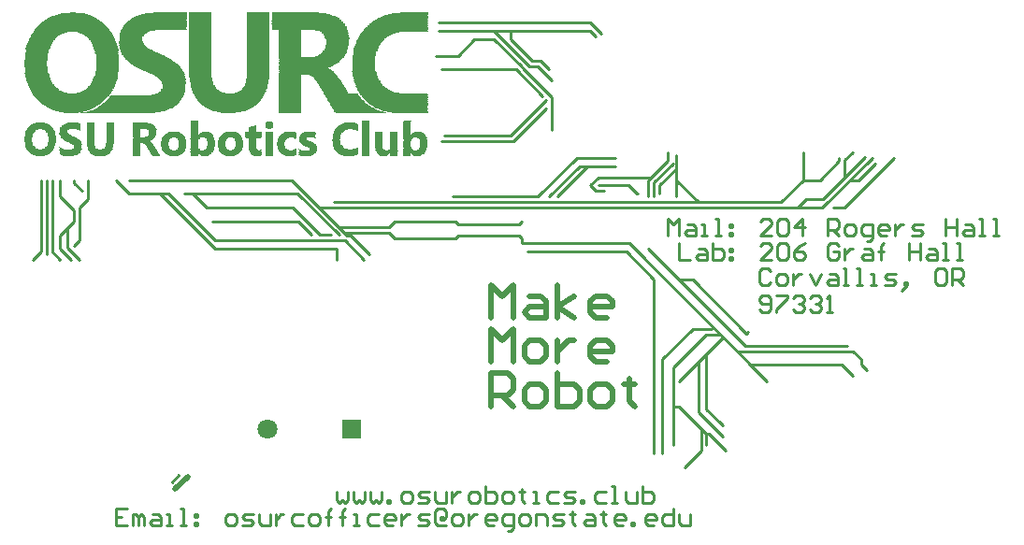
<source format=gtl>
G04 Layer_Physical_Order=1*
G04 Layer_Color=25308*
%FSLAX24Y24*%
%MOIN*%
G70*
G01*
G75*
%ADD10C,0.0100*%
%ADD11C,0.0197*%
%ADD12R,0.0167X0.0010*%
%ADD13R,0.0207X0.0010*%
%ADD14R,0.0177X0.0010*%
%ADD15R,0.0158X0.0010*%
%ADD16R,0.0118X0.0010*%
%ADD17R,0.0157X0.0010*%
%ADD18R,0.0148X0.0010*%
%ADD19R,0.0197X0.0010*%
%ADD20R,0.0118X0.0010*%
%ADD21R,0.0285X0.0010*%
%ADD22R,0.0335X0.0010*%
%ADD23R,0.0295X0.0010*%
%ADD24R,0.0276X0.0010*%
%ADD25R,0.0207X0.0010*%
%ADD26R,0.0246X0.0010*%
%ADD27R,0.0335X0.0010*%
%ADD28R,0.0197X0.0010*%
%ADD29R,0.0364X0.0010*%
%ADD30R,0.0423X0.0010*%
%ADD31R,0.0374X0.0010*%
%ADD32R,0.0256X0.0010*%
%ADD33R,0.0295X0.0010*%
%ADD34R,0.0345X0.0010*%
%ADD35R,0.0266X0.0010*%
%ADD36R,0.0285X0.0010*%
%ADD37R,0.0354X0.0010*%
%ADD38R,0.0374X0.0010*%
%ADD39R,0.0413X0.0010*%
%ADD40R,0.0246X0.0010*%
%ADD41R,0.0492X0.0010*%
%ADD42R,0.0433X0.0010*%
%ADD43R,0.0394X0.0010*%
%ADD44R,0.0305X0.0010*%
%ADD45R,0.0325X0.0010*%
%ADD46R,0.0404X0.0010*%
%ADD47R,0.0295X0.0010*%
%ADD48R,0.0305X0.0010*%
%ADD49R,0.0472X0.0010*%
%ADD50R,0.0541X0.0010*%
%ADD51R,0.0473X0.0010*%
%ADD52R,0.0256X0.0010*%
%ADD53R,0.0443X0.0010*%
%ADD54R,0.0345X0.0010*%
%ADD55R,0.0482X0.0010*%
%ADD56R,0.0541X0.0010*%
%ADD57R,0.0315X0.0010*%
%ADD58R,0.0512X0.0010*%
%ADD59R,0.0591X0.0010*%
%ADD60R,0.0482X0.0010*%
%ADD61R,0.0472X0.0010*%
%ADD62R,0.0354X0.0010*%
%ADD63R,0.0502X0.0010*%
%ADD64R,0.0591X0.0010*%
%ADD65R,0.0551X0.0010*%
%ADD66R,0.0620X0.0010*%
%ADD67R,0.0512X0.0010*%
%ADD68R,0.0394X0.0010*%
%ADD69R,0.0364X0.0010*%
%ADD70R,0.0492X0.0010*%
%ADD71R,0.0522X0.0010*%
%ADD72R,0.0620X0.0010*%
%ADD73R,0.0374X0.0010*%
%ADD74R,0.0384X0.0010*%
%ADD75R,0.0650X0.0010*%
%ADD76R,0.0541X0.0010*%
%ADD77R,0.0413X0.0010*%
%ADD78R,0.0551X0.0010*%
%ADD79R,0.0502X0.0010*%
%ADD80R,0.0532X0.0010*%
%ADD81R,0.0640X0.0010*%
%ADD82R,0.0669X0.0010*%
%ADD83R,0.0610X0.0010*%
%ADD84R,0.0295X0.0010*%
%ADD85R,0.0571X0.0010*%
%ADD86R,0.0433X0.0010*%
%ADD87R,0.0571X0.0010*%
%ADD88R,0.0384X0.0010*%
%ADD89R,0.0659X0.0010*%
%ADD90R,0.0413X0.0010*%
%ADD91R,0.0679X0.0010*%
%ADD92R,0.0600X0.0010*%
%ADD93R,0.0453X0.0010*%
%ADD94R,0.0561X0.0010*%
%ADD95R,0.0679X0.0010*%
%ADD96R,0.0453X0.0010*%
%ADD97R,0.0669X0.0010*%
%ADD98R,0.0689X0.0010*%
%ADD99R,0.0669X0.0010*%
%ADD100R,0.0620X0.0010*%
%ADD101R,0.0473X0.0010*%
%ADD102R,0.0630X0.0010*%
%ADD103R,0.0404X0.0010*%
%ADD104R,0.0571X0.0010*%
%ADD105R,0.0443X0.0010*%
%ADD106R,0.0709X0.0010*%
%ADD107R,0.0699X0.0010*%
%ADD108R,0.0689X0.0010*%
%ADD109R,0.0640X0.0010*%
%ADD110R,0.0748X0.0010*%
%ADD111R,0.0650X0.0010*%
%ADD112R,0.0404X0.0010*%
%ADD113R,0.0581X0.0010*%
%ADD114R,0.0463X0.0010*%
%ADD115R,0.0728X0.0010*%
%ADD116R,0.0709X0.0010*%
%ADD117R,0.0660X0.0010*%
%ADD118R,0.0758X0.0010*%
%ADD119R,0.0719X0.0010*%
%ADD120R,0.0758X0.0010*%
%ADD121R,0.0719X0.0010*%
%ADD122R,0.0728X0.0010*%
%ADD123R,0.0679X0.0010*%
%ADD124R,0.0768X0.0010*%
%ADD125R,0.0591X0.0010*%
%ADD126R,0.0758X0.0010*%
%ADD127R,0.0768X0.0010*%
%ADD128R,0.0738X0.0010*%
%ADD129R,0.0699X0.0010*%
%ADD130R,0.0768X0.0010*%
%ADD131R,0.0709X0.0010*%
%ADD132R,0.0581X0.0010*%
%ADD133R,0.0738X0.0010*%
%ADD134R,0.0748X0.0010*%
%ADD135R,0.0787X0.0010*%
%ADD136R,0.0738X0.0010*%
%ADD137R,0.0778X0.0010*%
%ADD138R,0.0423X0.0010*%
%ADD139R,0.0758X0.0010*%
%ADD140R,0.0807X0.0010*%
%ADD141R,0.0728X0.0010*%
%ADD142R,0.0787X0.0010*%
%ADD143R,0.0610X0.0010*%
%ADD144R,0.0827X0.0010*%
%ADD145R,0.0748X0.0010*%
%ADD146R,0.0846X0.0010*%
%ADD147R,0.0748X0.0010*%
%ADD148R,0.0797X0.0010*%
%ADD149R,0.0158X0.0010*%
%ADD150R,0.0778X0.0010*%
%ADD151R,0.0866X0.0010*%
%ADD152R,0.0807X0.0010*%
%ADD153R,0.0128X0.0010*%
%ADD154R,0.0778X0.0010*%
%ADD155R,0.0797X0.0010*%
%ADD156R,0.0886X0.0010*%
%ADD157R,0.0817X0.0010*%
%ADD158R,0.0325X0.0010*%
%ADD159R,0.0364X0.0010*%
%ADD160R,0.0305X0.0010*%
%ADD161R,0.0039X0.0010*%
%ADD162R,0.0118X0.0010*%
%ADD163R,0.0098X0.0010*%
%ADD164R,0.0354X0.0010*%
%ADD165R,0.0344X0.0010*%
%ADD166R,0.0896X0.0010*%
%ADD167R,0.0236X0.0010*%
%ADD168R,0.0364X0.0010*%
%ADD169R,0.0315X0.0010*%
%ADD170R,0.0286X0.0010*%
%ADD171R,0.0020X0.0010*%
%ADD172R,0.0089X0.0010*%
%ADD173R,0.0069X0.0010*%
%ADD174R,0.0246X0.0010*%
%ADD175R,0.0344X0.0010*%
%ADD176R,0.0315X0.0010*%
%ADD177R,0.0906X0.0010*%
%ADD178R,0.0197X0.0010*%
%ADD179R,0.0837X0.0010*%
%ADD180R,0.0305X0.0010*%
%ADD181R,0.0059X0.0010*%
%ADD182R,0.0049X0.0010*%
%ADD183R,0.0246X0.0010*%
%ADD184R,0.0807X0.0010*%
%ADD185R,0.0315X0.0010*%
%ADD186R,0.0276X0.0010*%
%ADD187R,0.0039X0.0010*%
%ADD188R,0.0030X0.0010*%
%ADD189R,0.0187X0.0010*%
%ADD190R,0.0138X0.0010*%
%ADD191R,0.0335X0.0010*%
%ADD192R,0.0276X0.0010*%
%ADD193R,0.0010X0.0010*%
%ADD194R,0.0108X0.0010*%
%ADD195R,0.0286X0.0010*%
%ADD196R,0.0266X0.0010*%
%ADD197R,0.0236X0.0010*%
%ADD198R,0.0335X0.0010*%
%ADD199R,0.0098X0.0010*%
%ADD200R,0.0266X0.0010*%
%ADD201R,0.0079X0.0010*%
%ADD202R,0.0079X0.0010*%
%ADD203R,0.0266X0.0010*%
%ADD204R,0.0059X0.0010*%
%ADD205R,0.0276X0.0010*%
%ADD206R,0.0059X0.0010*%
%ADD207R,0.0010X0.0010*%
%ADD208R,0.0256X0.0010*%
%ADD209R,0.0256X0.0010*%
%ADD210R,0.0433X0.0010*%
%ADD211R,0.0492X0.0010*%
%ADD212R,0.0492X0.0010*%
%ADD213R,0.0482X0.0010*%
%ADD214R,0.0413X0.0010*%
%ADD215R,0.0660X0.0010*%
%ADD216R,0.0610X0.0010*%
%ADD217R,0.0384X0.0010*%
%ADD218R,0.0502X0.0010*%
%ADD219R,0.0591X0.0010*%
%ADD220R,0.0600X0.0010*%
%ADD221R,0.0522X0.0010*%
%ADD222R,0.0541X0.0010*%
%ADD223R,0.0699X0.0010*%
%ADD224R,0.0010X0.0010*%
%ADD225R,0.0522X0.0010*%
%ADD226R,0.0069X0.0010*%
%ADD227R,0.0020X0.0010*%
%ADD228R,0.0561X0.0010*%
%ADD229R,0.0354X0.0010*%
%ADD230R,0.0138X0.0010*%
%ADD231R,0.0817X0.0010*%
%ADD232R,0.0148X0.0010*%
%ADD233R,0.0807X0.0010*%
%ADD234R,0.0659X0.0010*%
%ADD235R,0.0630X0.0010*%
%ADD236R,0.0640X0.0010*%
%ADD237R,0.0532X0.0010*%
%ADD238R,0.0522X0.0010*%
%ADD239R,0.0463X0.0010*%
%ADD240R,0.0561X0.0010*%
%ADD241R,0.0561X0.0010*%
%ADD242R,0.0325X0.0010*%
%ADD243R,0.0226X0.0010*%
%ADD244R,0.0177X0.0010*%
%ADD245R,0.0217X0.0010*%
%ADD246R,0.0167X0.0010*%
%ADD247R,0.0010X0.0010*%
%ADD248R,0.0128X0.0010*%
%ADD249R,0.0108X0.0010*%
%ADD250R,0.0905X0.0010*%
%ADD251R,0.0374X0.0010*%
%ADD252R,0.0876X0.0010*%
%ADD253R,0.0709X0.0010*%
%ADD254R,0.0866X0.0010*%
%ADD255R,0.0797X0.0010*%
%ADD256R,0.0847X0.0010*%
%ADD257R,0.0797X0.0010*%
%ADD258R,0.0827X0.0010*%
%ADD259R,0.0226X0.0010*%
%ADD260R,0.0217X0.0010*%
%ADD261R,0.0187X0.0010*%
%ADD262R,0.0630X0.0010*%
%ADD263R,0.0610X0.0010*%
%ADD264R,0.0551X0.0010*%
%ADD265R,0.0512X0.0010*%
%ADD266R,0.0236X0.0010*%
%ADD267R,0.0177X0.0010*%
%ADD268R,0.0099X0.0010*%
%ADD269R,0.1063X0.0010*%
%ADD270R,0.2461X0.0010*%
%ADD271R,0.1821X0.0010*%
%ADD272R,0.1171X0.0010*%
%ADD273R,0.2500X0.0010*%
%ADD274R,0.1752X0.0010*%
%ADD275R,0.1260X0.0010*%
%ADD276R,0.2520X0.0010*%
%ADD277R,0.0689X0.0010*%
%ADD278R,0.1713X0.0010*%
%ADD279R,0.1339X0.0010*%
%ADD280R,0.2539X0.0010*%
%ADD281R,0.1663X0.0010*%
%ADD282R,0.1398X0.0010*%
%ADD283R,0.2559X0.0010*%
%ADD284R,0.0886X0.0010*%
%ADD285R,0.1644X0.0010*%
%ADD286R,0.1447X0.0010*%
%ADD287R,0.0935X0.0010*%
%ADD288R,0.2569X0.0010*%
%ADD289R,0.0984X0.0010*%
%ADD290R,0.1614X0.0010*%
%ADD291R,0.1486X0.0010*%
%ADD292R,0.1024X0.0010*%
%ADD293R,0.2569X0.0010*%
%ADD294R,0.1053X0.0010*%
%ADD295R,0.1585X0.0010*%
%ADD296R,0.1536X0.0010*%
%ADD297R,0.1083X0.0010*%
%ADD298R,0.2589X0.0010*%
%ADD299R,0.1112X0.0010*%
%ADD300R,0.1565X0.0010*%
%ADD301R,0.1142X0.0010*%
%ADD302R,0.2598X0.0010*%
%ADD303R,0.1181X0.0010*%
%ADD304R,0.1545X0.0010*%
%ADD305R,0.1594X0.0010*%
%ADD306R,0.1201X0.0010*%
%ADD307R,0.2608X0.0010*%
%ADD308R,0.1250X0.0010*%
%ADD309R,0.1535X0.0010*%
%ADD310R,0.1624X0.0010*%
%ADD311R,0.1260X0.0010*%
%ADD312R,0.2608X0.0010*%
%ADD313R,0.1289X0.0010*%
%ADD314R,0.1516X0.0010*%
%ADD315R,0.1319X0.0010*%
%ADD316R,0.2618X0.0010*%
%ADD317R,0.1339X0.0010*%
%ADD318R,0.1496X0.0010*%
%ADD319R,0.1693X0.0010*%
%ADD320R,0.1368X0.0010*%
%ADD321R,0.1388X0.0010*%
%ADD322R,0.1486X0.0010*%
%ADD323R,0.1713X0.0010*%
%ADD324R,0.1407X0.0010*%
%ADD325R,0.2628X0.0010*%
%ADD326R,0.1427X0.0010*%
%ADD327R,0.1467X0.0010*%
%ADD328R,0.1732X0.0010*%
%ADD329R,0.1457X0.0010*%
%ADD330R,0.2628X0.0010*%
%ADD331R,0.1762X0.0010*%
%ADD332R,0.1496X0.0010*%
%ADD333R,0.1526X0.0010*%
%ADD334R,0.1447X0.0010*%
%ADD335R,0.1782X0.0010*%
%ADD336R,0.1545X0.0010*%
%ADD337R,0.1555X0.0010*%
%ADD338R,0.1437X0.0010*%
%ADD339R,0.1801X0.0010*%
%ADD340R,0.1585X0.0010*%
%ADD341R,0.2638X0.0010*%
%ADD342R,0.1417X0.0010*%
%ADD343R,0.1831X0.0010*%
%ADD344R,0.1624X0.0010*%
%ADD345R,0.2638X0.0010*%
%ADD346R,0.1850X0.0010*%
%ADD347R,0.1407X0.0010*%
%ADD348R,0.1870X0.0010*%
%ADD349R,0.1703X0.0010*%
%ADD350R,0.1693X0.0010*%
%ADD351R,0.1880X0.0010*%
%ADD352R,0.1722X0.0010*%
%ADD353R,0.1388X0.0010*%
%ADD354R,0.1900X0.0010*%
%ADD355R,0.1762X0.0010*%
%ADD356R,0.2648X0.0010*%
%ADD357R,0.1919X0.0010*%
%ADD358R,0.1782X0.0010*%
%ADD359R,0.1368X0.0010*%
%ADD360R,0.1939X0.0010*%
%ADD361R,0.2648X0.0010*%
%ADD362R,0.1811X0.0010*%
%ADD363R,0.1358X0.0010*%
%ADD364R,0.1949X0.0010*%
%ADD365R,0.1860X0.0010*%
%ADD366R,0.2648X0.0010*%
%ADD367R,0.1841X0.0010*%
%ADD368R,0.1348X0.0010*%
%ADD369R,0.1969X0.0010*%
%ADD370R,0.1890X0.0010*%
%ADD371R,0.1860X0.0010*%
%ADD372R,0.1348X0.0010*%
%ADD373R,0.1988X0.0010*%
%ADD374R,0.1329X0.0010*%
%ADD375R,0.1998X0.0010*%
%ADD376R,0.1959X0.0010*%
%ADD377R,0.1919X0.0010*%
%ADD378R,0.1329X0.0010*%
%ADD379R,0.2008X0.0010*%
%ADD380R,0.1978X0.0010*%
%ADD381R,0.1949X0.0010*%
%ADD382R,0.1319X0.0010*%
%ADD383R,0.2028X0.0010*%
%ADD384R,0.1998X0.0010*%
%ADD385R,0.2037X0.0010*%
%ADD386R,0.2037X0.0010*%
%ADD387R,0.1309X0.0010*%
%ADD388R,0.2057X0.0010*%
%ADD389R,0.2057X0.0010*%
%ADD390R,0.2648X0.0010*%
%ADD391R,0.1299X0.0010*%
%ADD392R,0.2067X0.0010*%
%ADD393R,0.2077X0.0010*%
%ADD394R,0.1299X0.0010*%
%ADD395R,0.2106X0.0010*%
%ADD396R,0.2047X0.0010*%
%ADD397R,0.2097X0.0010*%
%ADD398R,0.2136X0.0010*%
%ADD399R,0.1280X0.0010*%
%ADD400R,0.2106X0.0010*%
%ADD401R,0.2156X0.0010*%
%ADD402R,0.2638X0.0010*%
%ADD403R,0.2087X0.0010*%
%ADD404R,0.1280X0.0010*%
%ADD405R,0.2116X0.0010*%
%ADD406R,0.2185X0.0010*%
%ADD407R,0.1270X0.0010*%
%ADD408R,0.2126X0.0010*%
%ADD409R,0.2215X0.0010*%
%ADD410R,0.2126X0.0010*%
%ADD411R,0.1270X0.0010*%
%ADD412R,0.2136X0.0010*%
%ADD413R,0.2234X0.0010*%
%ADD414R,0.2628X0.0010*%
%ADD415R,0.2146X0.0010*%
%ADD416R,0.1260X0.0010*%
%ADD417R,0.2156X0.0010*%
%ADD418R,0.2254X0.0010*%
%ADD419R,0.2165X0.0010*%
%ADD420R,0.2274X0.0010*%
%ADD421R,0.2628X0.0010*%
%ADD422R,0.2185X0.0010*%
%ADD423R,0.1250X0.0010*%
%ADD424R,0.2175X0.0010*%
%ADD425R,0.2293X0.0010*%
%ADD426R,0.2205X0.0010*%
%ADD427R,0.2185X0.0010*%
%ADD428R,0.2313X0.0010*%
%ADD429R,0.2195X0.0010*%
%ADD430R,0.2333X0.0010*%
%ADD431R,0.2224X0.0010*%
%ADD432R,0.1240X0.0010*%
%ADD433R,0.2205X0.0010*%
%ADD434R,0.2352X0.0010*%
%ADD435R,0.2618X0.0010*%
%ADD436R,0.2244X0.0010*%
%ADD437R,0.1240X0.0010*%
%ADD438R,0.2372X0.0010*%
%ADD439R,0.2264X0.0010*%
%ADD440R,0.1230X0.0010*%
%ADD441R,0.2224X0.0010*%
%ADD442R,0.2392X0.0010*%
%ADD443R,0.2283X0.0010*%
%ADD444R,0.1230X0.0010*%
%ADD445R,0.2234X0.0010*%
%ADD446R,0.2411X0.0010*%
%ADD447R,0.2608X0.0010*%
%ADD448R,0.2293X0.0010*%
%ADD449R,0.2431X0.0010*%
%ADD450R,0.2608X0.0010*%
%ADD451R,0.2303X0.0010*%
%ADD452R,0.1220X0.0010*%
%ADD453R,0.2254X0.0010*%
%ADD454R,0.2451X0.0010*%
%ADD455R,0.2323X0.0010*%
%ADD456R,0.1220X0.0010*%
%ADD457R,0.2264X0.0010*%
%ADD458R,0.2471X0.0010*%
%ADD459R,0.2598X0.0010*%
%ADD460R,0.2333X0.0010*%
%ADD461R,0.1211X0.0010*%
%ADD462R,0.2274X0.0010*%
%ADD463R,0.2490X0.0010*%
%ADD464R,0.2599X0.0010*%
%ADD465R,0.2343X0.0010*%
%ADD466R,0.1211X0.0010*%
%ADD467R,0.2284X0.0010*%
%ADD468R,0.2510X0.0010*%
%ADD469R,0.2362X0.0010*%
%ADD470R,0.2284X0.0010*%
%ADD471R,0.2530X0.0010*%
%ADD472R,0.2589X0.0010*%
%ADD473R,0.2372X0.0010*%
%ADD474R,0.1211X0.0010*%
%ADD475R,0.2549X0.0010*%
%ADD476R,0.2382X0.0010*%
%ADD477R,0.2303X0.0010*%
%ADD478R,0.2549X0.0010*%
%ADD479R,0.2589X0.0010*%
%ADD480R,0.2402X0.0010*%
%ADD481R,0.1201X0.0010*%
%ADD482R,0.2313X0.0010*%
%ADD483R,0.1201X0.0010*%
%ADD484R,0.2323X0.0010*%
%ADD485R,0.2589X0.0010*%
%ADD486R,0.2579X0.0010*%
%ADD487R,0.2421X0.0010*%
%ADD488R,0.1191X0.0010*%
%ADD489R,0.2579X0.0010*%
%ADD490R,0.2431X0.0010*%
%ADD491R,0.1191X0.0010*%
%ADD492R,0.2343X0.0010*%
%ADD493R,0.2461X0.0010*%
%ADD494R,0.2352X0.0010*%
%ADD495R,0.2657X0.0010*%
%ADD496R,0.1191X0.0010*%
%ADD497R,0.2470X0.0010*%
%ADD498R,0.2362X0.0010*%
%ADD499R,0.2667X0.0010*%
%ADD500R,0.1132X0.0010*%
%ADD501R,0.2470X0.0010*%
%ADD502R,0.1181X0.0010*%
%ADD503R,0.2687X0.0010*%
%ADD504R,0.1083X0.0010*%
%ADD505R,0.2490X0.0010*%
%ADD506R,0.2372X0.0010*%
%ADD507R,0.2707X0.0010*%
%ADD508R,0.2490X0.0010*%
%ADD509R,0.1191X0.0010*%
%ADD510R,0.2382X0.0010*%
%ADD511R,0.2707X0.0010*%
%ADD512R,0.1024X0.0010*%
%ADD513R,0.2510X0.0010*%
%ADD514R,0.2392X0.0010*%
%ADD515R,0.2726X0.0010*%
%ADD516R,0.0994X0.0010*%
%ADD517R,0.1260X0.0010*%
%ADD518R,0.0975X0.0010*%
%ADD519R,0.1161X0.0010*%
%ADD520R,0.0866X0.0010*%
%ADD521R,0.1447X0.0010*%
%ADD522R,0.0965X0.0010*%
%ADD523R,0.1093X0.0010*%
%ADD524R,0.1378X0.0010*%
%ADD525R,0.1152X0.0010*%
%ADD526R,0.0945X0.0010*%
%ADD527R,0.1083X0.0010*%
%ADD528R,0.1063X0.0010*%
%ADD529R,0.0866X0.0010*%
%ADD530R,0.1152X0.0010*%
%ADD531R,0.1132X0.0010*%
%ADD532R,0.0925X0.0010*%
%ADD533R,0.1043X0.0010*%
%ADD534R,0.1024X0.0010*%
%ADD535R,0.1102X0.0010*%
%ADD536R,0.1033X0.0010*%
%ADD537R,0.0994X0.0010*%
%ADD538R,0.0905X0.0010*%
%ADD539R,0.1004X0.0010*%
%ADD540R,0.1063X0.0010*%
%ADD541R,0.0896X0.0010*%
%ADD542R,0.1053X0.0010*%
%ADD543R,0.0974X0.0010*%
%ADD544R,0.0955X0.0010*%
%ADD545R,0.1034X0.0010*%
%ADD546R,0.0876X0.0010*%
%ADD547R,0.0955X0.0010*%
%ADD548R,0.1171X0.0010*%
%ADD549R,0.0935X0.0010*%
%ADD550R,0.1014X0.0010*%
%ADD551R,0.0856X0.0010*%
%ADD552R,0.0915X0.0010*%
%ADD553R,0.1132X0.0010*%
%ADD554R,0.0856X0.0010*%
%ADD555R,0.0925X0.0010*%
%ADD556R,0.1122X0.0010*%
%ADD557R,0.0847X0.0010*%
%ADD558R,0.1102X0.0010*%
%ADD559R,0.0974X0.0010*%
%ADD560R,0.0846X0.0010*%
%ADD561R,0.0886X0.0010*%
%ADD562R,0.1102X0.0010*%
%ADD563R,0.0837X0.0010*%
%ADD564R,0.0896X0.0010*%
%ADD565R,0.0837X0.0010*%
%ADD566R,0.1073X0.0010*%
%ADD567R,0.0984X0.0010*%
%ADD568R,0.0827X0.0010*%
%ADD569R,0.1073X0.0010*%
%ADD570R,0.0945X0.0010*%
%ADD571R,0.0886X0.0010*%
%ADD572R,0.1053X0.0010*%
%ADD573R,0.0935X0.0010*%
%ADD574R,0.1033X0.0010*%
%ADD575R,0.0817X0.0010*%
%ADD576R,0.0817X0.0010*%
%ADD577R,0.0935X0.0010*%
%ADD578R,0.0915X0.0010*%
%ADD579R,0.0827X0.0010*%
%ADD580R,0.1014X0.0010*%
%ADD581R,0.0906X0.0010*%
%ADD582R,0.0837X0.0010*%
%ADD583R,0.0984X0.0010*%
%ADD584R,0.0915X0.0010*%
%ADD585R,0.0896X0.0010*%
%ADD586R,0.0915X0.0010*%
%ADD587R,0.0965X0.0010*%
%ADD588R,0.0965X0.0010*%
%ADD589R,0.0945X0.0010*%
%ADD590R,0.0778X0.0010*%
%ADD591R,0.0788X0.0010*%
%ADD592R,0.0788X0.0010*%
%ADD593R,0.0876X0.0010*%
%ADD594R,0.0876X0.0010*%
%ADD595R,0.0965X0.0010*%
%ADD596R,0.1004X0.0010*%
%ADD597R,0.1043X0.0010*%
%ADD598R,0.1112X0.0010*%
%ADD599R,0.0768X0.0010*%
%ADD600R,0.1998X0.0010*%
%ADD601R,0.1161X0.0010*%
%ADD602R,0.1978X0.0010*%
%ADD603R,0.1959X0.0010*%
%ADD604R,0.1240X0.0010*%
%ADD605R,0.1949X0.0010*%
%ADD606R,0.1939X0.0010*%
%ADD607R,0.1929X0.0010*%
%ADD608R,0.1900X0.0010*%
%ADD609R,0.1890X0.0010*%
%ADD610R,0.1339X0.0010*%
%ADD611R,0.1880X0.0010*%
%ADD612R,0.1358X0.0010*%
%ADD613R,0.1870X0.0010*%
%ADD614R,0.1368X0.0010*%
%ADD615R,0.1841X0.0010*%
%ADD616R,0.1831X0.0010*%
%ADD617R,0.1427X0.0010*%
%ADD618R,0.1467X0.0010*%
%ADD619R,0.1762X0.0010*%
%ADD620R,0.1732X0.0010*%
%ADD621R,0.1506X0.0010*%
%ADD622R,0.1791X0.0010*%
%ADD623R,0.1821X0.0010*%
%ADD624R,0.1565X0.0010*%
%ADD625R,0.1575X0.0010*%
%ADD626R,0.1575X0.0010*%
%ADD627R,0.1594X0.0010*%
%ADD628R,0.1909X0.0010*%
%ADD629R,0.1594X0.0010*%
%ADD630R,0.1929X0.0010*%
%ADD631R,0.1604X0.0010*%
%ADD632R,0.1604X0.0010*%
%ADD633R,0.1614X0.0010*%
%ADD634R,0.2018X0.0010*%
%ADD635R,0.1624X0.0010*%
%ADD636R,0.2047X0.0010*%
%ADD637R,0.1624X0.0010*%
%ADD638R,0.2136X0.0010*%
%ADD639R,0.2146X0.0010*%
%ADD640R,0.2165X0.0010*%
%ADD641R,0.1594X0.0010*%
%ADD642R,0.2224X0.0010*%
%ADD643R,0.1565X0.0010*%
%ADD644R,0.1555X0.0010*%
%ADD645R,0.1545X0.0010*%
%ADD646R,0.1535X0.0010*%
%ADD647R,0.1516X0.0010*%
%ADD648R,0.2274X0.0010*%
%ADD649R,0.1506X0.0010*%
%ADD650R,0.1496X0.0010*%
%ADD651R,0.1486X0.0010*%
%ADD652R,0.1004X0.0010*%
%ADD653R,0.1467X0.0010*%
%ADD654R,0.1457X0.0010*%
%ADD655R,0.0955X0.0010*%
%ADD656R,0.1447X0.0010*%
%ADD657R,0.1427X0.0010*%
%ADD658R,0.1407X0.0010*%
%ADD659R,0.1378X0.0010*%
%ADD660R,0.1329X0.0010*%
%ADD661R,0.1309X0.0010*%
%ADD662R,0.1152X0.0010*%
%ADD663R,0.1142X0.0010*%
%ADD664R,0.1122X0.0010*%
%ADD665R,0.1053X0.0010*%
%ADD666R,0.1034X0.0010*%
%ADD667R,0.0955X0.0010*%
%ADD668R,0.1014X0.0010*%
%ADD669R,0.0984X0.0010*%
%ADD670R,0.1004X0.0010*%
%ADD671R,0.1142X0.0010*%
%ADD672R,0.1211X0.0010*%
%ADD673R,0.1240X0.0010*%
%ADD674R,0.1171X0.0010*%
%ADD675R,0.1398X0.0010*%
%ADD676R,0.2726X0.0010*%
%ADD677R,0.2697X0.0010*%
%ADD678R,0.2677X0.0010*%
%ADD679R,0.1073X0.0010*%
%ADD680R,0.1102X0.0010*%
%ADD681R,0.2303X0.0010*%
%ADD682R,0.2677X0.0010*%
%ADD683R,0.2667X0.0010*%
%ADD684R,0.2224X0.0010*%
%ADD685R,0.2283X0.0010*%
%ADD686R,0.2215X0.0010*%
%ADD687R,0.2205X0.0010*%
%ADD688R,0.2657X0.0010*%
%ADD689R,0.2195X0.0010*%
%ADD690R,0.2510X0.0010*%
%ADD691R,0.2264X0.0010*%
%ADD692R,0.2185X0.0010*%
%ADD693R,0.2254X0.0010*%
%ADD694R,0.2156X0.0010*%
%ADD695R,0.2244X0.0010*%
%ADD696R,0.2146X0.0010*%
%ADD697R,0.2412X0.0010*%
%ADD698R,0.2234X0.0010*%
%ADD699R,0.2116X0.0010*%
%ADD700R,0.2352X0.0010*%
%ADD701R,0.2214X0.0010*%
%ADD702R,0.2097X0.0010*%
%ADD703R,0.2195X0.0010*%
%ADD704R,0.2274X0.0010*%
%ADD705R,0.2579X0.0010*%
%ADD706R,0.2047X0.0010*%
%ADD707R,0.2165X0.0010*%
%ADD708R,0.2205X0.0010*%
%ADD709R,0.2559X0.0010*%
%ADD710R,0.2136X0.0010*%
%ADD711R,0.2126X0.0010*%
%ADD712R,0.2539X0.0010*%
%ADD713R,0.1988X0.0010*%
%ADD714R,0.2116X0.0010*%
%ADD715R,0.1969X0.0010*%
%ADD716R,0.2520X0.0010*%
%ADD717R,0.2096X0.0010*%
%ADD718R,0.2067X0.0010*%
%ADD719R,0.2057X0.0010*%
%ADD720R,0.2480X0.0010*%
%ADD721R,0.2047X0.0010*%
%ADD722R,0.1929X0.0010*%
%ADD723R,0.2028X0.0010*%
%ADD724R,0.2018X0.0010*%
%ADD725R,0.2441X0.0010*%
%ADD726R,0.1850X0.0010*%
%ADD727R,0.2008X0.0010*%
%ADD728R,0.1841X0.0010*%
%ADD729R,0.1831X0.0010*%
%ADD730R,0.2421X0.0010*%
%ADD731R,0.1791X0.0010*%
%ADD732R,0.1978X0.0010*%
%ADD733R,0.2411X0.0010*%
%ADD734R,0.1959X0.0010*%
%ADD735R,0.1939X0.0010*%
%ADD736R,0.1772X0.0010*%
%ADD737R,0.1909X0.0010*%
%ADD738R,0.1890X0.0010*%
%ADD739R,0.1870X0.0010*%
%ADD740R,0.1683X0.0010*%
%ADD741R,0.1663X0.0010*%
%ADD742R,0.1644X0.0010*%
%ADD743R,0.1811X0.0010*%
%ADD744R,0.1791X0.0010*%
%ADD745R,0.1309X0.0010*%
%ADD746R,0.1742X0.0010*%
%ADD747R,0.1516X0.0010*%
%ADD748R,0.1683X0.0010*%
%ADD749R,0.1486X0.0010*%
%ADD750R,0.1654X0.0010*%
%ADD751R,0.1614X0.0010*%
%ADD752R,0.1427X0.0010*%
%ADD753R,0.1545X0.0010*%
%ADD754R,0.1339X0.0010*%
%ADD755R,0.1289X0.0010*%
%ADD756R,0.1378X0.0010*%
%ADD757R,0.1309X0.0010*%
%ADD758R,0.1772X0.0010*%
%ADD759R,0.0226X0.0010*%
%ADD760R,0.1654X0.0010*%
%ADD761R,0.0975X0.0010*%
%ADD762R,0.0709X0.0709*%
%ADD763C,0.0709*%
D10*
X15315Y12362D02*
X15551Y12598D01*
X10827Y20472D02*
Y23130D01*
X11024Y20571D02*
Y23130D01*
Y20571D02*
X11319Y20276D01*
X10630Y20571D02*
Y23130D01*
X10335Y20276D02*
X10630Y20571D01*
X11319Y22539D02*
Y23130D01*
Y22539D02*
X11811Y22047D01*
Y21654D02*
Y22047D01*
X11319Y21161D02*
X11811Y21654D01*
X11319Y20669D02*
Y21161D01*
Y20669D02*
X11713Y20276D01*
X11565Y20719D02*
Y21407D01*
Y20719D02*
X12008Y20276D01*
X12303Y22441D02*
Y23130D01*
X12011Y22149D02*
X12303Y22441D01*
X12011Y21361D02*
Y22149D01*
Y20968D02*
Y21361D01*
X11811Y20768D02*
X12011Y20968D01*
X11811Y23028D02*
Y23130D01*
Y23028D02*
X12103Y22736D01*
X13287Y23130D02*
X13780Y22638D01*
X15157D01*
X16831Y20965D01*
X21457D01*
X22146Y20276D01*
X13780Y23130D02*
X14948D01*
X19574D01*
X21543Y21161D01*
X21654D01*
X22343Y20472D01*
X15748Y22638D02*
X19783D01*
X21257Y21165D01*
X16043Y22638D02*
X16535Y22146D01*
X19587D01*
X20568Y21165D01*
X20974D01*
X14173Y22638D02*
X14862D01*
X16831Y20669D01*
X21161D01*
Y20276D02*
Y20669D01*
X16732Y21654D02*
X19787D01*
X20276Y21165D01*
X20285D01*
X20571Y22133D02*
X38472D01*
X40256Y23917D01*
X37598Y22133D02*
X37906Y22441D01*
X38497D01*
X40016Y23960D01*
X39284Y23228D02*
Y23831D01*
X39567Y24114D01*
X39469Y23130D02*
X39764D01*
X40354Y23720D01*
X21063Y22343D02*
X37008D01*
X37795Y23130D01*
Y24016D01*
Y24114D01*
Y23130D02*
X38386D01*
X39084Y23828D01*
Y23914D01*
X39078D02*
X39084D01*
X21260Y21457D02*
X23031D01*
X23228Y21654D01*
X25394D01*
X25492Y21555D01*
X27657D01*
X27756Y21654D01*
X21444Y21260D02*
X23031D01*
X23130Y21161D01*
X23228Y21063D01*
X25394D01*
X25492Y21161D01*
X27657D01*
X27756Y21063D01*
Y20866D02*
Y21063D01*
Y20866D02*
X28642D01*
X30217D01*
X29721Y23917D02*
X31102D01*
X28346Y22543D02*
X29721Y23917D01*
X25292Y22543D02*
X28346D01*
X33268D02*
Y24016D01*
X32480Y23031D02*
X33169Y23720D01*
X32480Y22543D02*
Y23031D01*
X34449Y22343D02*
X34646D01*
X32677Y22638D02*
Y22933D01*
X33268Y23524D01*
X38878Y22146D02*
X39272D01*
X41043Y23917D01*
X32972Y23806D02*
Y24114D01*
X32280Y23114D02*
X32972Y23806D01*
X32280Y22638D02*
Y23114D01*
Y22543D02*
Y22638D01*
X28740Y22539D02*
X29823Y23622D01*
X30217D01*
X31102D01*
X29035Y22539D02*
X30118Y23622D01*
X30709D01*
X30506Y23222D02*
X32388D01*
X30217Y22933D02*
X30506Y23222D01*
X30217Y22933D02*
X30413Y22736D01*
X30709D01*
X31880Y22638D02*
X31890D01*
X31582Y22936D02*
X31880Y22638D01*
X30512Y22936D02*
X31582D01*
X33268Y23130D02*
Y23228D01*
Y23130D02*
X34055Y22343D01*
X24803Y28740D02*
X30217D01*
X30610Y28346D01*
X24803Y28445D02*
X30217D01*
X30413Y28248D01*
X25787Y28445D02*
X26772D01*
X28051Y27165D01*
X28346D01*
X28839Y26673D01*
X27362Y28150D02*
Y28445D01*
Y28150D02*
X28146Y27365D01*
X28429D01*
X28728Y27067D01*
X24705Y27559D02*
X25492D01*
X26083Y28150D01*
X26784D01*
X27762Y27172D01*
X27811Y27122D01*
X28839Y26095D01*
Y24902D02*
Y26095D01*
X24902Y24508D02*
X27461D01*
X28639Y25686D01*
X25000Y24705D02*
X27362D01*
X28642Y25984D01*
X24902Y27067D02*
X27559D01*
X28500Y26126D01*
X29035Y20866D02*
X31594D01*
X36516Y15945D01*
X35433Y17028D02*
X39567D01*
X39862Y16732D01*
Y16535D02*
Y16732D01*
Y16535D02*
X40059Y16339D01*
X35925Y16535D02*
X38287D01*
X39173D01*
X39567Y16142D01*
X34350Y17618D02*
X34843D01*
X33169Y16437D02*
X34350Y17618D01*
X33169Y13681D02*
Y16437D01*
X33858Y17815D02*
X34547D01*
X32776Y16732D02*
X33858Y17815D01*
X32776Y13386D02*
Y16732D01*
X33169Y15059D02*
X33366D01*
X34350Y14075D01*
Y13681D02*
Y14075D01*
X34154Y13484D02*
Y14272D01*
X33563Y12894D02*
X34154Y13484D01*
X34350Y14075D02*
X34449D01*
X35039Y13484D01*
X33366Y15945D02*
X34941Y17520D01*
X34055Y14862D02*
Y16634D01*
Y14862D02*
X34941Y13976D01*
X34350Y14961D02*
Y16929D01*
Y14961D02*
X34843Y14468D01*
X34941Y14370D01*
X32480Y13386D02*
Y19587D01*
X31496Y20571D02*
X32480Y19587D01*
X27953Y20571D02*
X31496D01*
X32283Y20669D02*
X35433Y17520D01*
X35725Y17228D01*
X39373D01*
X33366Y19587D02*
X33858D01*
X35784Y17661D01*
X35842Y17720D01*
X32972Y21161D02*
Y21761D01*
X33172Y21561D01*
X33372Y21761D01*
Y21161D01*
X33672Y21561D02*
X33872D01*
X33972Y21461D01*
Y21161D01*
X33672D01*
X33572Y21261D01*
X33672Y21361D01*
X33972D01*
X34172Y21161D02*
X34372D01*
X34272D01*
Y21561D01*
X34172D01*
X34672Y21161D02*
X34872D01*
X34772D01*
Y21761D01*
X34672D01*
X35172Y21561D02*
X35272D01*
Y21461D01*
X35172D01*
Y21561D01*
Y21261D02*
X35272D01*
Y21161D01*
X35172D01*
Y21261D01*
X36671Y21161D02*
X36271D01*
X36671Y21561D01*
Y21661D01*
X36571Y21761D01*
X36371D01*
X36271Y21661D01*
X36871D02*
X36971Y21761D01*
X37171D01*
X37271Y21661D01*
Y21261D01*
X37171Y21161D01*
X36971D01*
X36871Y21261D01*
Y21661D01*
X37771Y21161D02*
Y21761D01*
X37471Y21461D01*
X37871D01*
X38671Y21161D02*
Y21761D01*
X38970D01*
X39070Y21661D01*
Y21461D01*
X38970Y21361D01*
X38671D01*
X38871D02*
X39070Y21161D01*
X39370D02*
X39570D01*
X39670Y21261D01*
Y21461D01*
X39570Y21561D01*
X39370D01*
X39270Y21461D01*
Y21261D01*
X39370Y21161D01*
X40070Y20961D02*
X40170D01*
X40270Y21061D01*
Y21561D01*
X39970D01*
X39870Y21461D01*
Y21261D01*
X39970Y21161D01*
X40270D01*
X40770D02*
X40570D01*
X40470Y21261D01*
Y21461D01*
X40570Y21561D01*
X40770D01*
X40870Y21461D01*
Y21361D01*
X40470D01*
X41070Y21561D02*
Y21161D01*
Y21361D01*
X41170Y21461D01*
X41270Y21561D01*
X41370D01*
X41670Y21161D02*
X41970D01*
X42070Y21261D01*
X41970Y21361D01*
X41770D01*
X41670Y21461D01*
X41770Y21561D01*
X42070D01*
X42869Y21761D02*
Y21161D01*
Y21461D01*
X43269D01*
Y21761D01*
Y21161D01*
X43569Y21561D02*
X43769D01*
X43869Y21461D01*
Y21161D01*
X43569D01*
X43469Y21261D01*
X43569Y21361D01*
X43869D01*
X44069Y21161D02*
X44269D01*
X44169D01*
Y21761D01*
X44069D01*
X44569Y21161D02*
X44769D01*
X44669D01*
Y21761D01*
X44569D01*
X33366Y20875D02*
Y20276D01*
X33766D01*
X34066Y20675D02*
X34266D01*
X34366Y20575D01*
Y20276D01*
X34066D01*
X33966Y20376D01*
X34066Y20476D01*
X34366D01*
X34566Y20875D02*
Y20276D01*
X34866D01*
X34966Y20376D01*
Y20476D01*
Y20575D01*
X34866Y20675D01*
X34566D01*
X35166D02*
X35266D01*
Y20575D01*
X35166D01*
Y20675D01*
Y20376D02*
X35266D01*
Y20276D01*
X35166D01*
Y20376D01*
X36665Y20276D02*
X36265D01*
X36665Y20675D01*
Y20775D01*
X36565Y20875D01*
X36365D01*
X36265Y20775D01*
X36865D02*
X36965Y20875D01*
X37165D01*
X37265Y20775D01*
Y20376D01*
X37165Y20276D01*
X36965D01*
X36865Y20376D01*
Y20775D01*
X37865Y20875D02*
X37665Y20775D01*
X37465Y20575D01*
Y20376D01*
X37565Y20276D01*
X37765D01*
X37865Y20376D01*
Y20476D01*
X37765Y20575D01*
X37465D01*
X39064Y20775D02*
X38964Y20875D01*
X38764D01*
X38664Y20775D01*
Y20376D01*
X38764Y20276D01*
X38964D01*
X39064Y20376D01*
Y20575D01*
X38864D01*
X39264Y20675D02*
Y20276D01*
Y20476D01*
X39364Y20575D01*
X39464Y20675D01*
X39564D01*
X39964D02*
X40164D01*
X40264Y20575D01*
Y20276D01*
X39964D01*
X39864Y20376D01*
X39964Y20476D01*
X40264D01*
X40564Y20276D02*
Y20775D01*
Y20575D01*
X40464D01*
X40664D01*
X40564D01*
Y20775D01*
X40664Y20875D01*
X41563D02*
Y20276D01*
Y20575D01*
X41963D01*
Y20875D01*
Y20276D01*
X42263Y20675D02*
X42463D01*
X42563Y20575D01*
Y20276D01*
X42263D01*
X42163Y20376D01*
X42263Y20476D01*
X42563D01*
X42763Y20276D02*
X42963D01*
X42863D01*
Y20875D01*
X42763D01*
X43263Y20276D02*
X43463D01*
X43363D01*
Y20875D01*
X43263D01*
X36620Y19890D02*
X36520Y19990D01*
X36320D01*
X36220Y19890D01*
Y19490D01*
X36320Y19390D01*
X36520D01*
X36620Y19490D01*
X36920Y19390D02*
X37120D01*
X37220Y19490D01*
Y19690D01*
X37120Y19790D01*
X36920D01*
X36820Y19690D01*
Y19490D01*
X36920Y19390D01*
X37420Y19790D02*
Y19390D01*
Y19590D01*
X37520Y19690D01*
X37620Y19790D01*
X37720D01*
X38020D02*
X38220Y19390D01*
X38420Y19790D01*
X38720D02*
X38920D01*
X39020Y19690D01*
Y19390D01*
X38720D01*
X38620Y19490D01*
X38720Y19590D01*
X39020D01*
X39220Y19390D02*
X39419D01*
X39319D01*
Y19990D01*
X39220D01*
X39719Y19390D02*
X39919D01*
X39819D01*
Y19990D01*
X39719D01*
X40219Y19390D02*
X40419D01*
X40319D01*
Y19790D01*
X40219D01*
X40719Y19390D02*
X41019D01*
X41119Y19490D01*
X41019Y19590D01*
X40819D01*
X40719Y19690D01*
X40819Y19790D01*
X41119D01*
X41419Y19290D02*
X41519Y19390D01*
Y19490D01*
X41419D01*
Y19390D01*
X41519D01*
X41419Y19290D01*
X41319Y19190D01*
X42818Y19990D02*
X42618D01*
X42518Y19890D01*
Y19490D01*
X42618Y19390D01*
X42818D01*
X42918Y19490D01*
Y19890D01*
X42818Y19990D01*
X43118Y19390D02*
Y19990D01*
X43418D01*
X43518Y19890D01*
Y19690D01*
X43418Y19590D01*
X43118D01*
X43318D02*
X43518Y19390D01*
X36220Y18505D02*
X36320Y18406D01*
X36520D01*
X36620Y18505D01*
Y18905D01*
X36520Y19005D01*
X36320D01*
X36220Y18905D01*
Y18805D01*
X36320Y18705D01*
X36620D01*
X36820Y19005D02*
X37220D01*
Y18905D01*
X36820Y18505D01*
Y18406D01*
X37420Y18905D02*
X37520Y19005D01*
X37720D01*
X37820Y18905D01*
Y18805D01*
X37720Y18705D01*
X37620D01*
X37720D01*
X37820Y18605D01*
Y18505D01*
X37720Y18406D01*
X37520D01*
X37420Y18505D01*
X38020Y18905D02*
X38120Y19005D01*
X38320D01*
X38420Y18905D01*
Y18805D01*
X38320Y18705D01*
X38220D01*
X38320D01*
X38420Y18605D01*
Y18505D01*
X38320Y18406D01*
X38120D01*
X38020Y18505D01*
X38620Y18406D02*
X38820D01*
X38720D01*
Y19005D01*
X38620Y18905D01*
X13687Y11427D02*
X13287D01*
Y10827D01*
X13687D01*
X13287Y11127D02*
X13487D01*
X13887Y10827D02*
Y11227D01*
X13987D01*
X14087Y11127D01*
Y10827D01*
Y11127D01*
X14187Y11227D01*
X14287Y11127D01*
Y10827D01*
X14587Y11227D02*
X14787D01*
X14887Y11127D01*
Y10827D01*
X14587D01*
X14487Y10927D01*
X14587Y11027D01*
X14887D01*
X15087Y10827D02*
X15287D01*
X15187D01*
Y11227D01*
X15087D01*
X15587Y10827D02*
X15787D01*
X15687D01*
Y11427D01*
X15587D01*
X16086Y11227D02*
X16186D01*
Y11127D01*
X16086D01*
Y11227D01*
Y10927D02*
X16186D01*
Y10827D01*
X16086D01*
Y10927D01*
X17286Y10827D02*
X17486D01*
X17586Y10927D01*
Y11127D01*
X17486Y11227D01*
X17286D01*
X17186Y11127D01*
Y10927D01*
X17286Y10827D01*
X17786D02*
X18086D01*
X18186Y10927D01*
X18086Y11027D01*
X17886D01*
X17786Y11127D01*
X17886Y11227D01*
X18186D01*
X18386D02*
Y10927D01*
X18486Y10827D01*
X18786D01*
Y11227D01*
X18986D02*
Y10827D01*
Y11027D01*
X19086Y11127D01*
X19185Y11227D01*
X19285D01*
X19985D02*
X19685D01*
X19585Y11127D01*
Y10927D01*
X19685Y10827D01*
X19985D01*
X20285D02*
X20485D01*
X20585Y10927D01*
Y11127D01*
X20485Y11227D01*
X20285D01*
X20185Y11127D01*
Y10927D01*
X20285Y10827D01*
X20885D02*
Y11327D01*
Y11127D01*
X20785D01*
X20985D01*
X20885D01*
Y11327D01*
X20985Y11427D01*
X21385Y10827D02*
Y11327D01*
Y11127D01*
X21285D01*
X21485D01*
X21385D01*
Y11327D01*
X21485Y11427D01*
X21785Y10827D02*
X21985D01*
X21885D01*
Y11227D01*
X21785D01*
X22684D02*
X22384D01*
X22284Y11127D01*
Y10927D01*
X22384Y10827D01*
X22684D01*
X23184D02*
X22984D01*
X22884Y10927D01*
Y11127D01*
X22984Y11227D01*
X23184D01*
X23284Y11127D01*
Y11027D01*
X22884D01*
X23484Y11227D02*
Y10827D01*
Y11027D01*
X23584Y11127D01*
X23684Y11227D01*
X23784D01*
X24084Y10827D02*
X24384D01*
X24484Y10927D01*
X24384Y11027D01*
X24184D01*
X24084Y11127D01*
X24184Y11227D01*
X24484D01*
X24984Y11027D02*
Y11127D01*
X24884D01*
Y11027D01*
X24984D01*
X25084Y11127D01*
Y11327D01*
X24984Y11427D01*
X24784D01*
X24684Y11327D01*
Y10927D01*
X24784Y10827D01*
X25084D01*
X25383D02*
X25583D01*
X25683Y10927D01*
Y11127D01*
X25583Y11227D01*
X25383D01*
X25284Y11127D01*
Y10927D01*
X25383Y10827D01*
X25883Y11227D02*
Y10827D01*
Y11027D01*
X25983Y11127D01*
X26083Y11227D01*
X26183D01*
X26783Y10827D02*
X26583D01*
X26483Y10927D01*
Y11127D01*
X26583Y11227D01*
X26783D01*
X26883Y11127D01*
Y11027D01*
X26483D01*
X27283Y10627D02*
X27383D01*
X27483Y10727D01*
Y11227D01*
X27183D01*
X27083Y11127D01*
Y10927D01*
X27183Y10827D01*
X27483D01*
X27783D02*
X27983D01*
X28083Y10927D01*
Y11127D01*
X27983Y11227D01*
X27783D01*
X27683Y11127D01*
Y10927D01*
X27783Y10827D01*
X28283D02*
Y11227D01*
X28582D01*
X28682Y11127D01*
Y10827D01*
X28882D02*
X29182D01*
X29282Y10927D01*
X29182Y11027D01*
X28982D01*
X28882Y11127D01*
X28982Y11227D01*
X29282D01*
X29582Y11327D02*
Y11227D01*
X29482D01*
X29682D01*
X29582D01*
Y10927D01*
X29682Y10827D01*
X30082Y11227D02*
X30282D01*
X30382Y11127D01*
Y10827D01*
X30082D01*
X29982Y10927D01*
X30082Y11027D01*
X30382D01*
X30682Y11327D02*
Y11227D01*
X30582D01*
X30782D01*
X30682D01*
Y10927D01*
X30782Y10827D01*
X31382D02*
X31182D01*
X31082Y10927D01*
Y11127D01*
X31182Y11227D01*
X31382D01*
X31482Y11127D01*
Y11027D01*
X31082D01*
X31681Y10827D02*
Y10927D01*
X31781D01*
Y10827D01*
X31681D01*
X32481D02*
X32281D01*
X32181Y10927D01*
Y11127D01*
X32281Y11227D01*
X32481D01*
X32581Y11127D01*
Y11027D01*
X32181D01*
X33181Y11427D02*
Y10827D01*
X32881D01*
X32781Y10927D01*
Y11127D01*
X32881Y11227D01*
X33181D01*
X33381D02*
Y10927D01*
X33481Y10827D01*
X33781D01*
Y11227D01*
X21161Y12014D02*
Y11714D01*
X21261Y11614D01*
X21361Y11714D01*
X21461Y11614D01*
X21561Y11714D01*
Y12014D01*
X21761D02*
Y11714D01*
X21861Y11614D01*
X21961Y11714D01*
X22061Y11614D01*
X22161Y11714D01*
Y12014D01*
X22361D02*
Y11714D01*
X22461Y11614D01*
X22561Y11714D01*
X22661Y11614D01*
X22761Y11714D01*
Y12014D01*
X22961Y11614D02*
Y11714D01*
X23061D01*
Y11614D01*
X22961D01*
X23561D02*
X23761D01*
X23861Y11714D01*
Y11914D01*
X23761Y12014D01*
X23561D01*
X23461Y11914D01*
Y11714D01*
X23561Y11614D01*
X24060D02*
X24360D01*
X24460Y11714D01*
X24360Y11814D01*
X24160D01*
X24060Y11914D01*
X24160Y12014D01*
X24460D01*
X24660D02*
Y11714D01*
X24760Y11614D01*
X25060D01*
Y12014D01*
X25260D02*
Y11614D01*
Y11814D01*
X25360Y11914D01*
X25460Y12014D01*
X25560D01*
X25960Y11614D02*
X26160D01*
X26260Y11714D01*
Y11914D01*
X26160Y12014D01*
X25960D01*
X25860Y11914D01*
Y11714D01*
X25960Y11614D01*
X26460Y12214D02*
Y11614D01*
X26760D01*
X26860Y11714D01*
Y11814D01*
Y11914D01*
X26760Y12014D01*
X26460D01*
X27159Y11614D02*
X27359D01*
X27459Y11714D01*
Y11914D01*
X27359Y12014D01*
X27159D01*
X27060Y11914D01*
Y11714D01*
X27159Y11614D01*
X27759Y12114D02*
Y12014D01*
X27659D01*
X27859D01*
X27759D01*
Y11714D01*
X27859Y11614D01*
X28159D02*
X28359D01*
X28259D01*
Y12014D01*
X28159D01*
X29059D02*
X28759D01*
X28659Y11914D01*
Y11714D01*
X28759Y11614D01*
X29059D01*
X29259D02*
X29559D01*
X29659Y11714D01*
X29559Y11814D01*
X29359D01*
X29259Y11914D01*
X29359Y12014D01*
X29659D01*
X29859Y11614D02*
Y11714D01*
X29959D01*
Y11614D01*
X29859D01*
X30758Y12014D02*
X30458D01*
X30358Y11914D01*
Y11714D01*
X30458Y11614D01*
X30758D01*
X30958D02*
X31158D01*
X31058D01*
Y12214D01*
X30958D01*
X31458Y12014D02*
Y11714D01*
X31558Y11614D01*
X31858D01*
Y12014D01*
X32058Y12214D02*
Y11614D01*
X32358D01*
X32458Y11714D01*
Y11814D01*
Y11914D01*
X32358Y12014D01*
X32058D01*
D11*
X15418Y12114D02*
X15863Y12559D01*
X26673Y18209D02*
Y19389D01*
X27067Y18996D01*
X27460Y19389D01*
Y18209D01*
X28051Y18996D02*
X28444D01*
X28641Y18799D01*
Y18209D01*
X28051D01*
X27854Y18405D01*
X28051Y18602D01*
X28641D01*
X29035Y18209D02*
Y19389D01*
Y18602D02*
X29625Y18996D01*
X29035Y18602D02*
X29625Y18209D01*
X30806D02*
X30412D01*
X30215Y18405D01*
Y18799D01*
X30412Y18996D01*
X30806D01*
X31003Y18799D01*
Y18602D01*
X30215D01*
X26673Y16634D02*
Y17815D01*
X27067Y17421D01*
X27460Y17815D01*
Y16634D01*
X28051D02*
X28444D01*
X28641Y16831D01*
Y17224D01*
X28444Y17421D01*
X28051D01*
X27854Y17224D01*
Y16831D01*
X28051Y16634D01*
X29035Y17421D02*
Y16634D01*
Y17027D01*
X29231Y17224D01*
X29428Y17421D01*
X29625D01*
X30806Y16634D02*
X30412D01*
X30215Y16831D01*
Y17224D01*
X30412Y17421D01*
X30806D01*
X31003Y17224D01*
Y17027D01*
X30215D01*
X26673Y15059D02*
Y16240D01*
X27264D01*
X27460Y16043D01*
Y15649D01*
X27264Y15453D01*
X26673D01*
X27067D02*
X27460Y15059D01*
X28051D02*
X28444D01*
X28641Y15256D01*
Y15649D01*
X28444Y15846D01*
X28051D01*
X27854Y15649D01*
Y15256D01*
X28051Y15059D01*
X29035Y16240D02*
Y15059D01*
X29625D01*
X29822Y15256D01*
Y15453D01*
Y15649D01*
X29625Y15846D01*
X29035D01*
X30412Y15059D02*
X30806D01*
X31003Y15256D01*
Y15649D01*
X30806Y15846D01*
X30412D01*
X30215Y15649D01*
Y15256D01*
X30412Y15059D01*
X31593Y16043D02*
Y15846D01*
X31396D01*
X31790D01*
X31593D01*
Y15256D01*
X31790Y15059D01*
D12*
X10595Y23973D02*
D03*
X19483D02*
D03*
X20084D02*
D03*
X21639Y25155D02*
D03*
D13*
X11629Y23973D02*
D03*
D14*
X12736D02*
D03*
X21831Y24928D02*
D03*
X11762Y25155D02*
D03*
D15*
X15354Y23973D02*
D03*
X11378Y24200D02*
D03*
D16*
X16457Y23973D02*
D03*
D17*
X17382D02*
D03*
D18*
X18332D02*
D03*
X18233Y25017D02*
D03*
D19*
X21594Y23973D02*
D03*
X11939Y24948D02*
D03*
D20*
X22825Y23973D02*
D03*
X24045D02*
D03*
D21*
X10595Y23983D02*
D03*
X14651Y24121D02*
D03*
X14621Y24170D02*
D03*
X15084Y24220D02*
D03*
X16649D02*
D03*
X23194D02*
D03*
X24237D02*
D03*
X11944Y24239D02*
D03*
X16107D02*
D03*
X19217D02*
D03*
X12436Y24259D02*
D03*
X13046D02*
D03*
X14532Y24308D02*
D03*
X10212Y24357D02*
D03*
X10202Y24377D02*
D03*
X21176Y24397D02*
D03*
X16668Y24564D02*
D03*
X19227D02*
D03*
X24257D02*
D03*
X15093Y24584D02*
D03*
X16658D02*
D03*
X21186Y24751D02*
D03*
X10212Y24771D02*
D03*
X10999D02*
D03*
X21196D02*
D03*
X10989Y24790D02*
D03*
X14601Y24869D02*
D03*
X18765Y25046D02*
D03*
D22*
X11624Y23983D02*
D03*
X24045Y24013D02*
D03*
X15138Y24170D02*
D03*
X17608D02*
D03*
X11900Y24190D02*
D03*
X14518Y24633D02*
D03*
X10925Y24889D02*
D03*
D23*
X12736Y23983D02*
D03*
X20079D02*
D03*
X14714Y24013D02*
D03*
X14705Y24032D02*
D03*
X14665Y24101D02*
D03*
X14636Y24151D02*
D03*
X20305D02*
D03*
X15108Y24190D02*
D03*
X15610D02*
D03*
X11929Y24220D02*
D03*
X16112D02*
D03*
X14577Y24239D02*
D03*
X14567Y24259D02*
D03*
X10964Y24288D02*
D03*
X14547D02*
D03*
X10974Y24308D02*
D03*
X10984Y24328D02*
D03*
X11939Y24357D02*
D03*
X21191D02*
D03*
X14468Y24397D02*
D03*
X16112Y24564D02*
D03*
X19242Y24584D02*
D03*
X14547Y24653D02*
D03*
X21211Y24790D02*
D03*
X10236Y24820D02*
D03*
X10974D02*
D03*
X10246Y24840D02*
D03*
X10964D02*
D03*
X14596Y24889D02*
D03*
X18760Y25076D02*
D03*
Y25096D02*
D03*
D24*
X15354Y23983D02*
D03*
X17382D02*
D03*
X19488D02*
D03*
X18199Y24190D02*
D03*
X15630Y24220D02*
D03*
X17106D02*
D03*
X17657D02*
D03*
X22687D02*
D03*
X16663Y24239D02*
D03*
X17096D02*
D03*
X24242D02*
D03*
X11949Y24259D02*
D03*
X16102D02*
D03*
X19203D02*
D03*
X24252D02*
D03*
X11949Y24288D02*
D03*
X12421D02*
D03*
X11949Y24308D02*
D03*
Y24328D02*
D03*
X10994Y24357D02*
D03*
X10197Y24397D02*
D03*
X11014D02*
D03*
X10187Y24426D02*
D03*
X11014D02*
D03*
X10187Y24446D02*
D03*
X11024D02*
D03*
X21161D02*
D03*
X10177Y24475D02*
D03*
X11024D02*
D03*
X21161D02*
D03*
X10177Y24495D02*
D03*
X11024D02*
D03*
X10177Y24515D02*
D03*
X21152D02*
D03*
X10177Y24544D02*
D03*
X15069D02*
D03*
X16102D02*
D03*
X16673D02*
D03*
X19213D02*
D03*
X21152D02*
D03*
X24262D02*
D03*
X10177Y24564D02*
D03*
X11033D02*
D03*
X17106D02*
D03*
X17667D02*
D03*
X21152D02*
D03*
X10177Y24584D02*
D03*
X17657D02*
D03*
X10177Y24613D02*
D03*
Y24633D02*
D03*
X11024D02*
D03*
X21161D02*
D03*
X11024Y24653D02*
D03*
X21161D02*
D03*
X10187Y24682D02*
D03*
X11024D02*
D03*
X21171D02*
D03*
X10187Y24702D02*
D03*
X11014D02*
D03*
X14587D02*
D03*
X21171D02*
D03*
X10197Y24722D02*
D03*
X11014D02*
D03*
X14596D02*
D03*
X21181D02*
D03*
X10207Y24751D02*
D03*
X14606Y24771D02*
D03*
X11437Y24820D02*
D03*
X14606D02*
D03*
X11437Y24840D02*
D03*
X14606D02*
D03*
X11437Y24869D02*
D03*
X11447Y24889D02*
D03*
D25*
X16462Y23983D02*
D03*
X18765Y24977D02*
D03*
D26*
X18332Y23983D02*
D03*
X22219Y24013D02*
D03*
X23214D02*
D03*
X22219Y24032D02*
D03*
X23214D02*
D03*
X22219Y24052D02*
D03*
X23214D02*
D03*
X22219Y24082D02*
D03*
X23214D02*
D03*
X22219Y24101D02*
D03*
X23214D02*
D03*
X22219Y24121D02*
D03*
Y24151D02*
D03*
Y24170D02*
D03*
Y24190D02*
D03*
Y24220D02*
D03*
Y24239D02*
D03*
Y24259D02*
D03*
Y24288D02*
D03*
Y24308D02*
D03*
X23214D02*
D03*
X22219Y24328D02*
D03*
X23214D02*
D03*
X22219Y24357D02*
D03*
X23214D02*
D03*
X22219Y24377D02*
D03*
X23214D02*
D03*
X22219Y24397D02*
D03*
X23214D02*
D03*
X22219Y24426D02*
D03*
X23214D02*
D03*
X22219Y24446D02*
D03*
X23214D02*
D03*
X22219Y24475D02*
D03*
X23214D02*
D03*
X22219Y24495D02*
D03*
X23214D02*
D03*
X22219Y24515D02*
D03*
X23214D02*
D03*
X22219Y24544D02*
D03*
X23214D02*
D03*
X22219Y24564D02*
D03*
X23214D02*
D03*
X22219Y24584D02*
D03*
X23214D02*
D03*
X22219Y24613D02*
D03*
X23214D02*
D03*
X22219Y24633D02*
D03*
X23214D02*
D03*
X22219Y24653D02*
D03*
X23214D02*
D03*
X22219Y24682D02*
D03*
X23214D02*
D03*
X22219Y24702D02*
D03*
X23214D02*
D03*
X22219Y24722D02*
D03*
X23214D02*
D03*
X22219Y24751D02*
D03*
X23214D02*
D03*
X22219Y24771D02*
D03*
X23214D02*
D03*
X22219Y24790D02*
D03*
X23214D02*
D03*
X22219Y24820D02*
D03*
Y24840D02*
D03*
Y24869D02*
D03*
Y24889D02*
D03*
Y24908D02*
D03*
Y24938D02*
D03*
Y24958D02*
D03*
Y24977D02*
D03*
Y25007D02*
D03*
Y25027D02*
D03*
Y25046D02*
D03*
Y25076D02*
D03*
Y25096D02*
D03*
Y25115D02*
D03*
Y25145D02*
D03*
Y25164D02*
D03*
Y25184D02*
D03*
D27*
X21604Y23983D02*
D03*
X16466Y24013D02*
D03*
X16604Y24170D02*
D03*
X10285Y24239D02*
D03*
X11909Y24397D02*
D03*
X10285Y24889D02*
D03*
D28*
X22825Y23983D02*
D03*
X24045D02*
D03*
D29*
X10595Y23993D02*
D03*
X16462Y24023D02*
D03*
X24050D02*
D03*
X12495Y24200D02*
D03*
X11895Y24416D02*
D03*
X11501Y24712D02*
D03*
X21294Y24899D02*
D03*
X11511Y24948D02*
D03*
X17318Y25519D02*
D03*
D30*
X11619Y23993D02*
D03*
X22830Y24062D02*
D03*
X18282Y24111D02*
D03*
Y24131D02*
D03*
X11845Y24456D02*
D03*
D31*
X12736Y23993D02*
D03*
X18307Y24042D02*
D03*
X10315Y24210D02*
D03*
X21279Y24229D02*
D03*
X15364Y24800D02*
D03*
X17392D02*
D03*
X19518D02*
D03*
X10325Y24918D02*
D03*
D32*
X14045Y23993D02*
D03*
X16092D02*
D03*
X18760D02*
D03*
X22825D02*
D03*
X23681D02*
D03*
X24045D02*
D03*
X14045Y24003D02*
D03*
X16092D02*
D03*
X18760D02*
D03*
X23681D02*
D03*
X14045Y24023D02*
D03*
X16092D02*
D03*
X18760D02*
D03*
X23681D02*
D03*
X14045Y24042D02*
D03*
X16092D02*
D03*
X18760D02*
D03*
X23681D02*
D03*
X14045Y24062D02*
D03*
X16092D02*
D03*
X18760D02*
D03*
X23681D02*
D03*
X14045Y24072D02*
D03*
X16092D02*
D03*
X18760D02*
D03*
X23681D02*
D03*
X14045Y24092D02*
D03*
X18760D02*
D03*
X14045Y24111D02*
D03*
X18760D02*
D03*
X14045Y24131D02*
D03*
X18760D02*
D03*
X14045Y24141D02*
D03*
X18760D02*
D03*
X14045Y24160D02*
D03*
X18760D02*
D03*
X14045Y24180D02*
D03*
X18760D02*
D03*
X14045Y24200D02*
D03*
X18760D02*
D03*
X14045Y24210D02*
D03*
X18760D02*
D03*
X14045Y24229D02*
D03*
X18760D02*
D03*
X14045Y24249D02*
D03*
X18179D02*
D03*
X18760D02*
D03*
X20335D02*
D03*
X14045Y24269D02*
D03*
X18179D02*
D03*
X18760D02*
D03*
X22677D02*
D03*
X23209D02*
D03*
X14045Y24279D02*
D03*
X15059D02*
D03*
X15659D02*
D03*
X18179D02*
D03*
X18760D02*
D03*
X22677D02*
D03*
X23209D02*
D03*
X14045Y24298D02*
D03*
X16092D02*
D03*
X17077D02*
D03*
X17687D02*
D03*
X18179D02*
D03*
X18760D02*
D03*
X22677D02*
D03*
X23209D02*
D03*
X23681D02*
D03*
X14045Y24318D02*
D03*
X15049D02*
D03*
X16092D02*
D03*
X16683D02*
D03*
X17077D02*
D03*
X18179D02*
D03*
X18760D02*
D03*
X22677D02*
D03*
X23681D02*
D03*
X24272D02*
D03*
X13071Y24338D02*
D03*
X14045D02*
D03*
X15049D02*
D03*
X16092D02*
D03*
X17697D02*
D03*
X18179D02*
D03*
X18760D02*
D03*
X19183D02*
D03*
X22677D02*
D03*
X23681D02*
D03*
X24272D02*
D03*
X14045Y24347D02*
D03*
X15049D02*
D03*
X16092D02*
D03*
X17697D02*
D03*
X18179D02*
D03*
X18760D02*
D03*
X19183D02*
D03*
X23681D02*
D03*
X12401Y24367D02*
D03*
X13081D02*
D03*
X14045D02*
D03*
X15049D02*
D03*
X16092D02*
D03*
X16693D02*
D03*
X17067D02*
D03*
X17697D02*
D03*
X18179D02*
D03*
X18760D02*
D03*
X19183D02*
D03*
X23681D02*
D03*
X13081Y24387D02*
D03*
X14045D02*
D03*
X16092D02*
D03*
X16693D02*
D03*
X17067D02*
D03*
X17697D02*
D03*
X18179D02*
D03*
X18760D02*
D03*
X19183D02*
D03*
X23681D02*
D03*
X13081Y24407D02*
D03*
X14045D02*
D03*
X16092D02*
D03*
X16693D02*
D03*
X17067D02*
D03*
X17697D02*
D03*
X18179D02*
D03*
X18760D02*
D03*
X19183D02*
D03*
X23681D02*
D03*
X24281D02*
D03*
X13081Y24416D02*
D03*
X14045D02*
D03*
X16092D02*
D03*
X16693D02*
D03*
X17067D02*
D03*
X17697D02*
D03*
X18179D02*
D03*
X18760D02*
D03*
X19183D02*
D03*
X23681D02*
D03*
X24281D02*
D03*
X15049Y24436D02*
D03*
X16092D02*
D03*
X16693D02*
D03*
X17697D02*
D03*
X18179D02*
D03*
X18760D02*
D03*
X19183D02*
D03*
X23681D02*
D03*
X24281D02*
D03*
X12392Y24456D02*
D03*
X15049D02*
D03*
X16092D02*
D03*
X16693D02*
D03*
X17697D02*
D03*
X18179D02*
D03*
X18760D02*
D03*
X19183D02*
D03*
X23681D02*
D03*
X12392Y24466D02*
D03*
X15049D02*
D03*
X16092D02*
D03*
X16693D02*
D03*
X17077D02*
D03*
X17697D02*
D03*
X18179D02*
D03*
X18760D02*
D03*
X23681D02*
D03*
X12392Y24485D02*
D03*
X16092D02*
D03*
X17077D02*
D03*
X18179D02*
D03*
X18760D02*
D03*
X19193D02*
D03*
X23681D02*
D03*
X12392Y24505D02*
D03*
X18179D02*
D03*
X18760D02*
D03*
X12392Y24525D02*
D03*
X15659D02*
D03*
X18179D02*
D03*
X18760D02*
D03*
X12392Y24534D02*
D03*
X18179D02*
D03*
X18760D02*
D03*
X12392Y24554D02*
D03*
X18179D02*
D03*
X18760D02*
D03*
X12392Y24574D02*
D03*
X18179D02*
D03*
X18760D02*
D03*
X19961D02*
D03*
X12392Y24594D02*
D03*
X18179D02*
D03*
X18760D02*
D03*
X12392Y24603D02*
D03*
X18179D02*
D03*
X18760D02*
D03*
X12392Y24623D02*
D03*
X18760D02*
D03*
X19970D02*
D03*
X12392Y24643D02*
D03*
X14045D02*
D03*
X18760D02*
D03*
X12392Y24662D02*
D03*
X14045D02*
D03*
X18760D02*
D03*
X12392Y24672D02*
D03*
X14045D02*
D03*
X18760D02*
D03*
X12392Y24692D02*
D03*
X14045D02*
D03*
X16092D02*
D03*
X18760D02*
D03*
X23681D02*
D03*
X12392Y24712D02*
D03*
X14045D02*
D03*
X16092D02*
D03*
X18760D02*
D03*
X23681D02*
D03*
X12392Y24731D02*
D03*
X14045D02*
D03*
X16092D02*
D03*
X18760D02*
D03*
X23681D02*
D03*
X12392Y24741D02*
D03*
X14045D02*
D03*
X16092D02*
D03*
X18760D02*
D03*
X23681D02*
D03*
X12392Y24761D02*
D03*
X14045D02*
D03*
X16092D02*
D03*
X18760D02*
D03*
X23681D02*
D03*
X12392Y24781D02*
D03*
X14045D02*
D03*
X16092D02*
D03*
X18760D02*
D03*
X23681D02*
D03*
X12392Y24800D02*
D03*
X14045D02*
D03*
X16092D02*
D03*
X18760D02*
D03*
X23681D02*
D03*
X12392Y24810D02*
D03*
X14045D02*
D03*
X16092D02*
D03*
X18179D02*
D03*
X23681D02*
D03*
X12392Y24830D02*
D03*
X14045D02*
D03*
X16092D02*
D03*
X18179D02*
D03*
X23681D02*
D03*
X12392Y24849D02*
D03*
X14045D02*
D03*
X16092D02*
D03*
X18179D02*
D03*
X23681D02*
D03*
X12392Y24859D02*
D03*
X14045D02*
D03*
X16092D02*
D03*
X18179D02*
D03*
X23681D02*
D03*
X12392Y24879D02*
D03*
X14045D02*
D03*
X16092D02*
D03*
X18179D02*
D03*
X23681D02*
D03*
X12392Y24899D02*
D03*
X14045D02*
D03*
X16092D02*
D03*
X18179D02*
D03*
X23681D02*
D03*
X12392Y24918D02*
D03*
X14045D02*
D03*
X16092D02*
D03*
X18179D02*
D03*
X23681D02*
D03*
X12392Y24928D02*
D03*
X14045D02*
D03*
X16092D02*
D03*
X18179D02*
D03*
X23681D02*
D03*
X12392Y24948D02*
D03*
X16092D02*
D03*
X18179D02*
D03*
X23681D02*
D03*
X12392Y24968D02*
D03*
X16092D02*
D03*
X18179D02*
D03*
X23681D02*
D03*
X12392Y24987D02*
D03*
X16092D02*
D03*
X23681D02*
D03*
X12392Y24997D02*
D03*
X16092D02*
D03*
X23681D02*
D03*
X12392Y25017D02*
D03*
X16092D02*
D03*
X23681D02*
D03*
X12392Y25036D02*
D03*
X16092D02*
D03*
X23681D02*
D03*
X12392Y25056D02*
D03*
X16092D02*
D03*
X23681D02*
D03*
X12392Y25066D02*
D03*
X16092D02*
D03*
X23681D02*
D03*
X12392Y25086D02*
D03*
X16092D02*
D03*
X23681D02*
D03*
X12392Y25105D02*
D03*
X16092D02*
D03*
X23681D02*
D03*
X12392Y25125D02*
D03*
X16092D02*
D03*
X23681D02*
D03*
X12392Y25135D02*
D03*
X16092D02*
D03*
X18760D02*
D03*
X23681D02*
D03*
X16092Y25155D02*
D03*
X23681D02*
D03*
X16092Y25174D02*
D03*
X23681D02*
D03*
X16092Y25194D02*
D03*
X23681D02*
D03*
D33*
X14734Y23993D02*
D03*
X14724Y24003D02*
D03*
X14714Y24023D02*
D03*
X14705Y24042D02*
D03*
X14685Y24062D02*
D03*
Y24072D02*
D03*
X14665Y24092D02*
D03*
X14655Y24111D02*
D03*
X14646Y24131D02*
D03*
X14636Y24141D02*
D03*
X14616Y24180D02*
D03*
X15098Y24200D02*
D03*
X16634D02*
D03*
X23189D02*
D03*
X24222D02*
D03*
X14596Y24210D02*
D03*
X19222Y24229D02*
D03*
X12441Y24249D02*
D03*
X10955Y24279D02*
D03*
X20315D02*
D03*
X10236Y24298D02*
D03*
X10226Y24318D02*
D03*
X14527D02*
D03*
X10216Y24338D02*
D03*
X21191Y24347D02*
D03*
X14478Y24387D02*
D03*
X14459Y24407D02*
D03*
X15098Y24594D02*
D03*
X16653D02*
D03*
X24242D02*
D03*
X15108Y24603D02*
D03*
X17648D02*
D03*
X11447Y24781D02*
D03*
X10226Y24800D02*
D03*
X10984D02*
D03*
X21211D02*
D03*
X10984Y24810D02*
D03*
X21220D02*
D03*
X14596Y24879D02*
D03*
X18760Y25056D02*
D03*
Y25066D02*
D03*
Y25086D02*
D03*
D34*
X15359Y23993D02*
D03*
X17377D02*
D03*
X16137Y24180D02*
D03*
X19267D02*
D03*
X10290Y24229D02*
D03*
X20290Y24298D02*
D03*
X11904Y24407D02*
D03*
X19286Y24623D02*
D03*
X21275Y24879D02*
D03*
X14562Y24928D02*
D03*
D35*
X16462Y23993D02*
D03*
X20320Y24160D02*
D03*
X17662Y24229D02*
D03*
X15645Y24249D02*
D03*
X22682D02*
D03*
X15064Y24269D02*
D03*
X17682D02*
D03*
X24257D02*
D03*
X17082Y24279D02*
D03*
X17682D02*
D03*
X15664Y24298D02*
D03*
X19188D02*
D03*
Y24318D02*
D03*
X12406Y24338D02*
D03*
X16688D02*
D03*
X12406Y24347D02*
D03*
X13076D02*
D03*
X16688D02*
D03*
X24277D02*
D03*
X15674Y24367D02*
D03*
X24277D02*
D03*
X15044Y24387D02*
D03*
X15674D02*
D03*
X24277D02*
D03*
X15044Y24407D02*
D03*
X15674D02*
D03*
X15044Y24416D02*
D03*
X15674D02*
D03*
X11019Y24436D02*
D03*
X15674D02*
D03*
Y24456D02*
D03*
X24277D02*
D03*
X19188Y24466D02*
D03*
X24277D02*
D03*
X16688Y24485D02*
D03*
X24277D02*
D03*
X15664Y24505D02*
D03*
X16688D02*
D03*
X17082D02*
D03*
X21156D02*
D03*
X24277D02*
D03*
X15064Y24525D02*
D03*
X17682D02*
D03*
X19208D02*
D03*
X15064Y24534D02*
D03*
X17682D02*
D03*
X19208D02*
D03*
X21156Y24574D02*
D03*
Y24594D02*
D03*
Y24603D02*
D03*
X10182Y24643D02*
D03*
X14601Y24741D02*
D03*
D36*
X18332Y23993D02*
D03*
X14601Y24200D02*
D03*
X17121D02*
D03*
X17643D02*
D03*
X22702D02*
D03*
X15093Y24210D02*
D03*
X17653D02*
D03*
X23194D02*
D03*
X24227D02*
D03*
X14582Y24229D02*
D03*
X16107D02*
D03*
X23696D02*
D03*
X13036Y24249D02*
D03*
X19208D02*
D03*
X12436Y24269D02*
D03*
X14562D02*
D03*
X12426Y24279D02*
D03*
X14552D02*
D03*
X10969Y24298D02*
D03*
X14542D02*
D03*
X10989Y24338D02*
D03*
X11944D02*
D03*
X14513D02*
D03*
X10212Y24347D02*
D03*
X11944D02*
D03*
X14513D02*
D03*
X10202Y24367D02*
D03*
X10999D02*
D03*
X14493D02*
D03*
X10202Y24387D02*
D03*
X21176D02*
D03*
Y24407D02*
D03*
X16107Y24554D02*
D03*
X19217D02*
D03*
X23696D02*
D03*
X15084Y24574D02*
D03*
X16668D02*
D03*
X15625Y24594D02*
D03*
X17121D02*
D03*
X17653D02*
D03*
X14562Y24672D02*
D03*
X11019Y24692D02*
D03*
X21176Y24712D02*
D03*
X11009Y24731D02*
D03*
X10202Y24741D02*
D03*
X11009D02*
D03*
X21186D02*
D03*
X10212Y24761D02*
D03*
X10999D02*
D03*
X21196D02*
D03*
X24080Y24800D02*
D03*
X10231Y24810D02*
D03*
X14601Y24859D02*
D03*
X11452Y24899D02*
D03*
D37*
X19488Y23993D02*
D03*
X22825Y24023D02*
D03*
X12982Y24200D02*
D03*
D38*
X20079Y23993D02*
D03*
D39*
X21604D02*
D03*
X10600Y24003D02*
D03*
X24055Y24042D02*
D03*
X18287Y24092D02*
D03*
X21309Y24210D02*
D03*
X16496Y24761D02*
D03*
D40*
X22219Y23993D02*
D03*
X23214D02*
D03*
X22219Y24003D02*
D03*
X23214D02*
D03*
X22219Y24023D02*
D03*
X23214D02*
D03*
X22219Y24042D02*
D03*
X23214D02*
D03*
X22219Y24062D02*
D03*
X23214D02*
D03*
X22219Y24072D02*
D03*
X23214D02*
D03*
X22219Y24092D02*
D03*
X23214D02*
D03*
X22219Y24111D02*
D03*
Y24131D02*
D03*
Y24141D02*
D03*
Y24160D02*
D03*
Y24180D02*
D03*
Y24200D02*
D03*
Y24210D02*
D03*
Y24229D02*
D03*
Y24249D02*
D03*
Y24269D02*
D03*
Y24279D02*
D03*
Y24298D02*
D03*
Y24318D02*
D03*
X23214D02*
D03*
X22219Y24338D02*
D03*
X23214D02*
D03*
X22219Y24347D02*
D03*
X23214D02*
D03*
X22219Y24367D02*
D03*
X23214D02*
D03*
X22219Y24387D02*
D03*
X23214D02*
D03*
X22219Y24407D02*
D03*
X23214D02*
D03*
X22219Y24416D02*
D03*
X23214D02*
D03*
X22219Y24436D02*
D03*
X23214D02*
D03*
X22219Y24456D02*
D03*
X23214D02*
D03*
X22219Y24466D02*
D03*
X23214D02*
D03*
X22219Y24485D02*
D03*
X23214D02*
D03*
X22219Y24505D02*
D03*
X23214D02*
D03*
X22219Y24525D02*
D03*
X23214D02*
D03*
X22219Y24534D02*
D03*
X23214D02*
D03*
X22219Y24554D02*
D03*
X23214D02*
D03*
X22219Y24574D02*
D03*
X23214D02*
D03*
X22219Y24594D02*
D03*
X23214D02*
D03*
X22219Y24603D02*
D03*
X23214D02*
D03*
X22219Y24623D02*
D03*
X23214D02*
D03*
X22219Y24643D02*
D03*
X23214D02*
D03*
X22219Y24662D02*
D03*
X23214D02*
D03*
X22219Y24672D02*
D03*
X23214D02*
D03*
X22219Y24692D02*
D03*
X23214D02*
D03*
X22219Y24712D02*
D03*
X23214D02*
D03*
X22219Y24731D02*
D03*
X23214D02*
D03*
X22219Y24741D02*
D03*
X23214D02*
D03*
X22219Y24761D02*
D03*
X23214D02*
D03*
X22219Y24781D02*
D03*
X23214D02*
D03*
X22219Y24800D02*
D03*
X23214D02*
D03*
X22219Y24810D02*
D03*
Y24830D02*
D03*
Y24849D02*
D03*
Y24859D02*
D03*
Y24879D02*
D03*
Y24899D02*
D03*
Y24918D02*
D03*
Y24928D02*
D03*
Y24948D02*
D03*
Y24968D02*
D03*
Y24987D02*
D03*
Y24997D02*
D03*
Y25017D02*
D03*
Y25036D02*
D03*
Y25056D02*
D03*
Y25066D02*
D03*
Y25086D02*
D03*
Y25105D02*
D03*
Y25125D02*
D03*
Y25135D02*
D03*
Y25155D02*
D03*
Y25174D02*
D03*
Y25194D02*
D03*
Y25204D02*
D03*
D41*
X11624Y24003D02*
D03*
X21604D02*
D03*
X20167Y24387D02*
D03*
X20148Y24407D02*
D03*
D42*
X12736Y24003D02*
D03*
X20079D02*
D03*
X18277Y24141D02*
D03*
Y24160D02*
D03*
X11545Y24672D02*
D03*
X21358Y24928D02*
D03*
D43*
X15354Y24003D02*
D03*
X17382D02*
D03*
X22825Y24042D02*
D03*
X18297Y24062D02*
D03*
X10335Y24200D02*
D03*
X10866D02*
D03*
X20256Y24318D02*
D03*
X11870Y24436D02*
D03*
X20207Y24800D02*
D03*
X10344Y24928D02*
D03*
D44*
X16462Y24003D02*
D03*
X15595Y24180D02*
D03*
X17623D02*
D03*
X22712D02*
D03*
X11924Y24210D02*
D03*
X16117D02*
D03*
X19237D02*
D03*
X23706D02*
D03*
X12456Y24229D02*
D03*
X13026D02*
D03*
X10950Y24269D02*
D03*
X21206Y24318D02*
D03*
X21196Y24338D02*
D03*
X11934Y24367D02*
D03*
X16117Y24574D02*
D03*
X19247Y24594D02*
D03*
X16649Y24603D02*
D03*
X17131D02*
D03*
X11452Y24761D02*
D03*
X10241Y24830D02*
D03*
X21235D02*
D03*
X10960Y24849D02*
D03*
X10261Y24859D02*
D03*
X14591Y24899D02*
D03*
X11462Y24918D02*
D03*
D45*
X18332Y24003D02*
D03*
X23174Y24180D02*
D03*
X11914Y24200D02*
D03*
X10271Y24249D02*
D03*
X23716Y24603D02*
D03*
X15133Y24623D02*
D03*
X15595D02*
D03*
X16629D02*
D03*
X17151D02*
D03*
X17623D02*
D03*
X11471Y24741D02*
D03*
X20202Y24810D02*
D03*
X21255Y24859D02*
D03*
X10280Y24879D02*
D03*
X10940D02*
D03*
X14572Y24918D02*
D03*
D46*
X19493Y24003D02*
D03*
X11521Y24692D02*
D03*
D47*
X22825Y24003D02*
D03*
X14626Y24160D02*
D03*
X16644Y24210D02*
D03*
X21181Y24367D02*
D03*
X19232Y24574D02*
D03*
X23701D02*
D03*
X15620Y24603D02*
D03*
X24232D02*
D03*
X14557Y24662D02*
D03*
X10994Y24781D02*
D03*
X21201D02*
D03*
D48*
X24050Y24003D02*
D03*
X10251Y24279D02*
D03*
X14444Y24416D02*
D03*
X19257Y24603D02*
D03*
X10969Y24830D02*
D03*
X10251Y24849D02*
D03*
D49*
X10600Y24013D02*
D03*
X11575Y24653D02*
D03*
D50*
X11619Y24013D02*
D03*
X11668Y24584D02*
D03*
D51*
X12736Y24013D02*
D03*
X20098Y24446D02*
D03*
D52*
X14045Y24013D02*
D03*
X16092D02*
D03*
X18760D02*
D03*
X23681D02*
D03*
X14045Y24032D02*
D03*
X16092D02*
D03*
X18760D02*
D03*
X23681D02*
D03*
X14045Y24052D02*
D03*
X16092D02*
D03*
X18760D02*
D03*
X23681D02*
D03*
X14045Y24082D02*
D03*
X18760D02*
D03*
X14045Y24101D02*
D03*
X18760D02*
D03*
X14045Y24121D02*
D03*
X18760D02*
D03*
X14045Y24151D02*
D03*
X18760D02*
D03*
X14045Y24170D02*
D03*
X18760D02*
D03*
X20335D02*
D03*
X14045Y24190D02*
D03*
X18760D02*
D03*
X14045Y24220D02*
D03*
X18760D02*
D03*
X14045Y24239D02*
D03*
X18179D02*
D03*
X18760D02*
D03*
X14045Y24259D02*
D03*
X17677D02*
D03*
X18179D02*
D03*
X18760D02*
D03*
X20335D02*
D03*
X22677D02*
D03*
X14045Y24288D02*
D03*
X15659D02*
D03*
X17687D02*
D03*
X18179D02*
D03*
X18760D02*
D03*
X22677D02*
D03*
X23209D02*
D03*
X23681D02*
D03*
X14045Y24308D02*
D03*
X16092D02*
D03*
X16683D02*
D03*
X17077D02*
D03*
X18179D02*
D03*
X18760D02*
D03*
X22677D02*
D03*
X23681D02*
D03*
X14045Y24328D02*
D03*
X15049D02*
D03*
X16092D02*
D03*
X17077D02*
D03*
X17697D02*
D03*
X18179D02*
D03*
X18760D02*
D03*
X22677D02*
D03*
X23681D02*
D03*
X24272D02*
D03*
X14045Y24357D02*
D03*
X15049D02*
D03*
X16092D02*
D03*
X17697D02*
D03*
X18179D02*
D03*
X18760D02*
D03*
X19183D02*
D03*
X23681D02*
D03*
X12401Y24377D02*
D03*
X13081D02*
D03*
X14045D02*
D03*
X16092D02*
D03*
X16693D02*
D03*
X17067D02*
D03*
X17697D02*
D03*
X18179D02*
D03*
X18760D02*
D03*
X19183D02*
D03*
X23681D02*
D03*
X13081Y24397D02*
D03*
X14045D02*
D03*
X16092D02*
D03*
X16693D02*
D03*
X17067D02*
D03*
X17697D02*
D03*
X18179D02*
D03*
X18760D02*
D03*
X19183D02*
D03*
X23681D02*
D03*
X15049Y24426D02*
D03*
X16092D02*
D03*
X16693D02*
D03*
X17067D02*
D03*
X17697D02*
D03*
X18179D02*
D03*
X18760D02*
D03*
X19183D02*
D03*
X23681D02*
D03*
X24281D02*
D03*
X12392Y24446D02*
D03*
X15049D02*
D03*
X16092D02*
D03*
X16693D02*
D03*
X17697D02*
D03*
X18179D02*
D03*
X18760D02*
D03*
X19183D02*
D03*
X23681D02*
D03*
X12392Y24475D02*
D03*
X15049D02*
D03*
X16092D02*
D03*
X17077D02*
D03*
X17697D02*
D03*
X18179D02*
D03*
X18760D02*
D03*
X23681D02*
D03*
X12392Y24495D02*
D03*
X17077D02*
D03*
X18179D02*
D03*
X18760D02*
D03*
X19193D02*
D03*
X23681D02*
D03*
X12392Y24515D02*
D03*
X15059D02*
D03*
X17687D02*
D03*
X18179D02*
D03*
X18760D02*
D03*
X12392Y24544D02*
D03*
X18179D02*
D03*
X18760D02*
D03*
X12392Y24564D02*
D03*
X18179D02*
D03*
X18760D02*
D03*
X19961D02*
D03*
X12392Y24584D02*
D03*
X18179D02*
D03*
X18760D02*
D03*
X19961D02*
D03*
X12392Y24613D02*
D03*
X18179D02*
D03*
X18760D02*
D03*
X12392Y24633D02*
D03*
X14045D02*
D03*
X18760D02*
D03*
X12392Y24653D02*
D03*
X14045D02*
D03*
X18760D02*
D03*
X12392Y24682D02*
D03*
X14045D02*
D03*
X18760D02*
D03*
X12392Y24702D02*
D03*
X14045D02*
D03*
X16092D02*
D03*
X18760D02*
D03*
X23681D02*
D03*
X12392Y24722D02*
D03*
X14045D02*
D03*
X16092D02*
D03*
X18760D02*
D03*
X23681D02*
D03*
X12392Y24751D02*
D03*
X14045D02*
D03*
X16092D02*
D03*
X18760D02*
D03*
X23681D02*
D03*
X12392Y24771D02*
D03*
X14045D02*
D03*
X16092D02*
D03*
X18760D02*
D03*
X23681D02*
D03*
X12392Y24790D02*
D03*
X14045D02*
D03*
X16092D02*
D03*
X18760D02*
D03*
X23681D02*
D03*
X12392Y24820D02*
D03*
X14045D02*
D03*
X16092D02*
D03*
X18179D02*
D03*
X23681D02*
D03*
X12392Y24840D02*
D03*
X14045D02*
D03*
X16092D02*
D03*
X18179D02*
D03*
X23681D02*
D03*
X12392Y24869D02*
D03*
X14045D02*
D03*
X16092D02*
D03*
X18179D02*
D03*
X23681D02*
D03*
X12392Y24889D02*
D03*
X14045D02*
D03*
X16092D02*
D03*
X18179D02*
D03*
X23681D02*
D03*
X12392Y24908D02*
D03*
X14045D02*
D03*
X16092D02*
D03*
X18179D02*
D03*
X23681D02*
D03*
X12392Y24938D02*
D03*
X14045D02*
D03*
X16092D02*
D03*
X18179D02*
D03*
X23681D02*
D03*
X12392Y24958D02*
D03*
X16092D02*
D03*
X18179D02*
D03*
X23681D02*
D03*
X12392Y24977D02*
D03*
X16092D02*
D03*
X18179D02*
D03*
X23681D02*
D03*
X12392Y25007D02*
D03*
X16092D02*
D03*
X18760D02*
D03*
X23681D02*
D03*
X12392Y25027D02*
D03*
X16092D02*
D03*
X23681D02*
D03*
X12392Y25046D02*
D03*
X16092D02*
D03*
X23681D02*
D03*
X12392Y25076D02*
D03*
X16092D02*
D03*
X23681D02*
D03*
X12392Y25096D02*
D03*
X16092D02*
D03*
X23681D02*
D03*
X12392Y25115D02*
D03*
X16092D02*
D03*
X23681D02*
D03*
X16092Y25145D02*
D03*
X23681D02*
D03*
X16092Y25164D02*
D03*
X23681D02*
D03*
X16092Y25184D02*
D03*
X23681D02*
D03*
D53*
X15359Y24013D02*
D03*
X17377D02*
D03*
X19493D02*
D03*
D54*
X18322D02*
D03*
X17160Y24170D02*
D03*
X21245Y24259D02*
D03*
X16137Y24613D02*
D03*
X10310Y24908D02*
D03*
X11491Y24938D02*
D03*
D55*
X20074Y24013D02*
D03*
X22830Y24101D02*
D03*
X20123Y24426D02*
D03*
X16491Y24722D02*
D03*
X24080D02*
D03*
D56*
X21609Y24013D02*
D03*
X11717Y24544D02*
D03*
X11698Y24564D02*
D03*
X20143Y24702D02*
D03*
D57*
X22825Y24013D02*
D03*
X13012Y24220D02*
D03*
X20305Y24288D02*
D03*
X20000Y24515D02*
D03*
X15118Y24613D02*
D03*
X10945Y24869D02*
D03*
X11762Y25145D02*
D03*
X21644D02*
D03*
D58*
X10600Y24023D02*
D03*
X12736D02*
D03*
X11772Y24505D02*
D03*
X20157Y24731D02*
D03*
X19468Y24741D02*
D03*
X11713Y25529D02*
D03*
D59*
X11624Y24023D02*
D03*
X10600Y24042D02*
D03*
X17382Y24062D02*
D03*
X15364Y24741D02*
D03*
D60*
X15359Y24023D02*
D03*
X20192Y24367D02*
D03*
X11589Y24643D02*
D03*
X19483Y24761D02*
D03*
D61*
X17382Y24023D02*
D03*
X19488D02*
D03*
X24055Y24072D02*
D03*
X11801Y24485D02*
D03*
X16496Y24731D02*
D03*
X20177Y24761D02*
D03*
X11762Y29062D02*
D03*
D62*
X18317Y24023D02*
D03*
X21260Y24249D02*
D03*
X16496Y24781D02*
D03*
X24085D02*
D03*
X10610Y25135D02*
D03*
D63*
X20084Y24023D02*
D03*
X11619Y24623D02*
D03*
X24080Y24712D02*
D03*
X20162Y24741D02*
D03*
X14168Y25135D02*
D03*
D64*
X21604Y24023D02*
D03*
X12736Y24042D02*
D03*
X20128Y24092D02*
D03*
X19429Y24662D02*
D03*
X17392Y24741D02*
D03*
X10610Y25086D02*
D03*
X11742D02*
D03*
D65*
X10600Y24032D02*
D03*
X12736D02*
D03*
X20108Y24052D02*
D03*
X19449Y24082D02*
D03*
X20138Y24682D02*
D03*
X19449Y24702D02*
D03*
D66*
X11619Y24032D02*
D03*
D67*
X15354D02*
D03*
X17382D02*
D03*
X16496Y24702D02*
D03*
D68*
X16466Y24032D02*
D03*
X21289Y24220D02*
D03*
X19311Y24633D02*
D03*
X23750D02*
D03*
D69*
X18312Y24032D02*
D03*
X19286Y24170D02*
D03*
X21265Y24239D02*
D03*
X20025Y24495D02*
D03*
X15153Y24633D02*
D03*
D70*
X19478Y24032D02*
D03*
X20177Y24377D02*
D03*
X11604Y24633D02*
D03*
X19478Y24751D02*
D03*
X20167D02*
D03*
X15364Y24771D02*
D03*
D71*
X20093Y24032D02*
D03*
X19464Y24052D02*
D03*
X11757Y24515D02*
D03*
D72*
X21599Y24032D02*
D03*
X10595Y24052D02*
D03*
X14227Y24475D02*
D03*
X21609Y25076D02*
D03*
D73*
X22825Y24032D02*
D03*
X20276Y24308D02*
D03*
X11880Y24426D02*
D03*
D74*
X24050Y24032D02*
D03*
X21314Y24908D02*
D03*
D75*
X11624Y24042D02*
D03*
X10600Y24062D02*
D03*
X14242Y24456D02*
D03*
Y24534D02*
D03*
X15364Y24712D02*
D03*
X11713Y25036D02*
D03*
X21594Y25056D02*
D03*
X10610Y25066D02*
D03*
D76*
X15359Y24042D02*
D03*
X19454Y24072D02*
D03*
X11678Y24574D02*
D03*
X11658Y24594D02*
D03*
X20143Y24692D02*
D03*
X19454Y24712D02*
D03*
X17318Y25529D02*
D03*
D77*
X16466Y24042D02*
D03*
X10610Y25125D02*
D03*
D78*
X17382Y24042D02*
D03*
X20138Y24672D02*
D03*
X11762Y25105D02*
D03*
D79*
X19473Y24042D02*
D03*
X16491Y24712D02*
D03*
D80*
X20098Y24042D02*
D03*
X19459Y24062D02*
D03*
X11732Y24534D02*
D03*
X11644Y24603D02*
D03*
X16496Y24692D02*
D03*
X20148Y24712D02*
D03*
X15364Y24761D02*
D03*
X17392D02*
D03*
D81*
X21599Y24042D02*
D03*
X12731Y24062D02*
D03*
X14237Y25105D02*
D03*
D82*
X11634Y24052D02*
D03*
X15364Y24702D02*
D03*
X14252Y25096D02*
D03*
D83*
X12736Y24052D02*
D03*
X20138Y24121D02*
D03*
X19419Y24151D02*
D03*
X11732Y25076D02*
D03*
D84*
X14695Y24052D02*
D03*
X14675Y24082D02*
D03*
X14606Y24190D02*
D03*
X17638D02*
D03*
X22707D02*
D03*
X23701Y24220D02*
D03*
X12451Y24239D02*
D03*
X13031D02*
D03*
X14488Y24377D02*
D03*
X21181D02*
D03*
X23701Y24564D02*
D03*
X11457Y24908D02*
D03*
D85*
X15354Y24052D02*
D03*
X18209Y24633D02*
D03*
Y24653D02*
D03*
Y24682D02*
D03*
Y24702D02*
D03*
Y24722D02*
D03*
Y24751D02*
D03*
Y24771D02*
D03*
Y24790D02*
D03*
X11752Y25096D02*
D03*
D86*
X16466Y24052D02*
D03*
X24055D02*
D03*
X18277Y24151D02*
D03*
X16496Y24751D02*
D03*
D87*
X17382Y24052D02*
D03*
X19439Y24101D02*
D03*
Y24682D02*
D03*
D88*
X18302Y24052D02*
D03*
X11511Y24702D02*
D03*
X16491Y24771D02*
D03*
X24080D02*
D03*
D89*
X21590Y24052D02*
D03*
X11708Y25027D02*
D03*
X21590Y25046D02*
D03*
D90*
X22825Y24052D02*
D03*
X18287Y24101D02*
D03*
X20246Y24328D02*
D03*
X20059Y24475D02*
D03*
X11535Y24682D02*
D03*
X15364Y24790D02*
D03*
D91*
X11639Y24062D02*
D03*
X14257Y24554D02*
D03*
D92*
X15359Y24062D02*
D03*
X20133Y24111D02*
D03*
X19424Y24131D02*
D03*
Y24141D02*
D03*
Y24643D02*
D03*
X21619Y25086D02*
D03*
D93*
X16466Y24062D02*
D03*
X20216Y24347D02*
D03*
X11565Y24662D02*
D03*
D94*
X20113Y24062D02*
D03*
X19444Y24092D02*
D03*
X20133Y24662D02*
D03*
X19444Y24692D02*
D03*
X21639Y25105D02*
D03*
D95*
X21580Y24062D02*
D03*
D96*
X24055D02*
D03*
X20089Y24456D02*
D03*
X11831Y24466D02*
D03*
X16496Y24741D02*
D03*
D97*
X10600Y24072D02*
D03*
X17382Y24092D02*
D03*
D98*
X11644Y24072D02*
D03*
X21575D02*
D03*
X15364Y24692D02*
D03*
X11693Y24987D02*
D03*
Y24997D02*
D03*
X14262Y25086D02*
D03*
D99*
X12736Y24072D02*
D03*
X14252Y24436D02*
D03*
X11703Y25017D02*
D03*
X21585Y25036D02*
D03*
X10610Y25056D02*
D03*
D100*
X15359Y24072D02*
D03*
X20143Y24141D02*
D03*
X19414Y24160D02*
D03*
X14227Y24525D02*
D03*
X11727Y25066D02*
D03*
D101*
X16466Y24072D02*
D03*
X22835Y24092D02*
D03*
X11772Y25125D02*
D03*
X21653D02*
D03*
D102*
X17382Y24072D02*
D03*
X14232Y24466D02*
D03*
D103*
X18292Y24072D02*
D03*
X24080Y24761D02*
D03*
X21334Y24918D02*
D03*
X10871Y24928D02*
D03*
X11767Y25135D02*
D03*
X21649D02*
D03*
D104*
X20118Y24072D02*
D03*
X14203Y24505D02*
D03*
X18209Y24643D02*
D03*
Y24662D02*
D03*
Y24672D02*
D03*
Y24692D02*
D03*
Y24712D02*
D03*
Y24731D02*
D03*
Y24741D02*
D03*
Y24761D02*
D03*
Y24781D02*
D03*
Y24800D02*
D03*
X14203Y25125D02*
D03*
D105*
X22830Y24072D02*
D03*
X21334Y24200D02*
D03*
X24080Y24741D02*
D03*
X19503Y24781D02*
D03*
X20192D02*
D03*
D106*
X10600Y24082D02*
D03*
X17382Y24121D02*
D03*
X15364Y24682D02*
D03*
D107*
X11649Y24082D02*
D03*
X21570D02*
D03*
X11688Y24977D02*
D03*
X10615Y25046D02*
D03*
D108*
X12736Y24082D02*
D03*
X17382Y24101D02*
D03*
X21575Y25027D02*
D03*
D109*
X15359Y24082D02*
D03*
D110*
X16339D02*
D03*
X23927D02*
D03*
X10600Y24101D02*
D03*
X12736Y24121D02*
D03*
X21545D02*
D03*
D111*
X17382Y24082D02*
D03*
X11713Y25538D02*
D03*
D112*
X18292Y24082D02*
D03*
X16166Y24633D02*
D03*
D113*
X20123Y24082D02*
D03*
X21629Y25096D02*
D03*
D114*
X22830Y24082D02*
D03*
X20202Y24357D02*
D03*
X11816Y24475D02*
D03*
X19493Y24771D02*
D03*
X20182D02*
D03*
X10615Y25115D02*
D03*
D115*
X10600Y24092D02*
D03*
X11663Y24111D02*
D03*
X17382Y24131D02*
D03*
X14281Y24594D02*
D03*
X15364Y24672D02*
D03*
X14281Y25056D02*
D03*
D116*
X11653Y24092D02*
D03*
X12736D02*
D03*
X14272Y24574D02*
D03*
X11683Y24968D02*
D03*
D117*
X15359Y24092D02*
D03*
D118*
X16343D02*
D03*
X21540Y24131D02*
D03*
X22958D02*
D03*
X11678Y24160D02*
D03*
X14296Y24623D02*
D03*
X17387Y24643D02*
D03*
D119*
X21560Y24092D02*
D03*
X17387Y24672D02*
D03*
X21560Y24997D02*
D03*
X14276Y25066D02*
D03*
D120*
X23932Y24092D02*
D03*
D121*
X11658Y24101D02*
D03*
X15359Y24121D02*
D03*
X14276Y24584D02*
D03*
X17387Y24682D02*
D03*
D122*
X12736Y24101D02*
D03*
X21555D02*
D03*
D123*
X15359D02*
D03*
X17387Y24702D02*
D03*
X11698Y25007D02*
D03*
D124*
X16348Y24101D02*
D03*
X22953Y24151D02*
D03*
X18366Y26788D02*
D03*
D125*
X20128Y24101D02*
D03*
X19429Y24121D02*
D03*
Y24653D02*
D03*
D126*
X23932Y24101D02*
D03*
D127*
X10600Y24111D02*
D03*
X17382Y24160D02*
D03*
X11713Y25548D02*
D03*
X18376Y26887D02*
D03*
Y26907D02*
D03*
Y26916D02*
D03*
Y26936D02*
D03*
Y26956D02*
D03*
Y26966D02*
D03*
D128*
X12741Y24111D02*
D03*
D129*
X15359D02*
D03*
X17387Y24692D02*
D03*
X21570Y25017D02*
D03*
D130*
X16348Y24111D02*
D03*
X23937D02*
D03*
X12736Y24131D02*
D03*
X21535Y24141D02*
D03*
X22953D02*
D03*
X15354Y24160D02*
D03*
X22953D02*
D03*
X15364Y24643D02*
D03*
X21535Y24948D02*
D03*
X10610Y25017D02*
D03*
X14301D02*
D03*
X18366Y26779D02*
D03*
Y26798D02*
D03*
D131*
X17382Y24111D02*
D03*
D132*
X19434D02*
D03*
Y24672D02*
D03*
D133*
X21550Y24111D02*
D03*
X11668Y24131D02*
D03*
X15359Y24141D02*
D03*
X14286Y24603D02*
D03*
X15359Y24662D02*
D03*
X17387D02*
D03*
D134*
X22963Y24111D02*
D03*
X17382Y24141D02*
D03*
X21545Y24968D02*
D03*
X11762Y29042D02*
D03*
D135*
X10600Y24121D02*
D03*
X12736Y24151D02*
D03*
X21526Y24170D02*
D03*
X10610Y25007D02*
D03*
X18327Y26582D02*
D03*
X18337Y26601D02*
D03*
Y26621D02*
D03*
X18346Y26651D02*
D03*
X16319Y26788D02*
D03*
Y26808D02*
D03*
X16309Y26926D02*
D03*
D136*
X11668Y24121D02*
D03*
X21550Y24977D02*
D03*
X14286Y25046D02*
D03*
D137*
X16353Y24121D02*
D03*
X23942D02*
D03*
X18361Y26720D02*
D03*
Y26739D02*
D03*
Y26759D02*
D03*
X16304Y26946D02*
D03*
Y26975D02*
D03*
Y26995D02*
D03*
Y27015D02*
D03*
Y27044D02*
D03*
Y27064D02*
D03*
Y27084D02*
D03*
Y27113D02*
D03*
Y27133D02*
D03*
Y27153D02*
D03*
Y27182D02*
D03*
Y27202D02*
D03*
Y27222D02*
D03*
Y27251D02*
D03*
Y27271D02*
D03*
Y27290D02*
D03*
Y27320D02*
D03*
Y27340D02*
D03*
Y27369D02*
D03*
Y27389D02*
D03*
Y27408D02*
D03*
Y27438D02*
D03*
Y27458D02*
D03*
Y27477D02*
D03*
Y27507D02*
D03*
Y27527D02*
D03*
Y27546D02*
D03*
Y27576D02*
D03*
Y27596D02*
D03*
Y27615D02*
D03*
Y27645D02*
D03*
Y27664D02*
D03*
Y27684D02*
D03*
Y27714D02*
D03*
Y27733D02*
D03*
Y27763D02*
D03*
Y27782D02*
D03*
Y27802D02*
D03*
Y27832D02*
D03*
Y27851D02*
D03*
Y27871D02*
D03*
Y27901D02*
D03*
Y27920D02*
D03*
Y27940D02*
D03*
Y27970D02*
D03*
Y27989D02*
D03*
Y28009D02*
D03*
Y28038D02*
D03*
Y28058D02*
D03*
Y28078D02*
D03*
Y28107D02*
D03*
Y28127D02*
D03*
Y28147D02*
D03*
Y28176D02*
D03*
Y28196D02*
D03*
Y28225D02*
D03*
Y28245D02*
D03*
Y28265D02*
D03*
Y28294D02*
D03*
Y28314D02*
D03*
Y28334D02*
D03*
Y28363D02*
D03*
Y28383D02*
D03*
Y28403D02*
D03*
Y28432D02*
D03*
Y28452D02*
D03*
Y28472D02*
D03*
Y28501D02*
D03*
Y28521D02*
D03*
Y28540D02*
D03*
Y28570D02*
D03*
Y28590D02*
D03*
Y28619D02*
D03*
Y28639D02*
D03*
Y28658D02*
D03*
Y28688D02*
D03*
Y28708D02*
D03*
Y28727D02*
D03*
Y28757D02*
D03*
Y28777D02*
D03*
Y28796D02*
D03*
Y28826D02*
D03*
Y28846D02*
D03*
Y28865D02*
D03*
Y28895D02*
D03*
Y28914D02*
D03*
Y28934D02*
D03*
Y28964D02*
D03*
Y28983D02*
D03*
Y29013D02*
D03*
Y29032D02*
D03*
Y29052D02*
D03*
D138*
X18282Y24121D02*
D03*
X24080Y24751D02*
D03*
X17387Y24790D02*
D03*
X19513D02*
D03*
X20202D02*
D03*
D139*
X22958Y24121D02*
D03*
X15359Y24151D02*
D03*
X17387D02*
D03*
X11678Y24170D02*
D03*
X15359Y24653D02*
D03*
X17387D02*
D03*
X21540Y24958D02*
D03*
X14296Y25027D02*
D03*
D140*
X10600Y24131D02*
D03*
X23957Y24662D02*
D03*
X18307Y26503D02*
D03*
D141*
X15354Y24131D02*
D03*
X21555Y24987D02*
D03*
X10610Y25036D02*
D03*
D142*
X16358Y24131D02*
D03*
X23947D02*
D03*
X12736Y24141D02*
D03*
X16358D02*
D03*
X23947D02*
D03*
X14311Y24987D02*
D03*
Y24997D02*
D03*
X17323Y25548D02*
D03*
X18327Y26572D02*
D03*
X18337Y26611D02*
D03*
X16339Y26660D02*
D03*
X18346D02*
D03*
X18356Y26710D02*
D03*
X16319Y26769D02*
D03*
Y26779D02*
D03*
Y26798D02*
D03*
D143*
X20138Y24131D02*
D03*
X15364Y24731D02*
D03*
D144*
X10600Y24141D02*
D03*
X12736Y24180D02*
D03*
X15364Y26375D02*
D03*
Y26385D02*
D03*
X15374Y26503D02*
D03*
Y26523D02*
D03*
Y26542D02*
D03*
X12933Y26749D02*
D03*
X12943Y26779D02*
D03*
Y26798D02*
D03*
X12953Y26818D02*
D03*
X12963Y26867D02*
D03*
X10482Y26907D02*
D03*
Y26916D02*
D03*
X22155Y26956D02*
D03*
X10463Y27005D02*
D03*
X22146D02*
D03*
X10463Y27025D02*
D03*
X22146D02*
D03*
X10463Y27034D02*
D03*
X22146D02*
D03*
X10463Y27054D02*
D03*
X22146D02*
D03*
X22136Y27094D02*
D03*
Y27103D02*
D03*
Y27123D02*
D03*
X10453Y27143D02*
D03*
X22136D02*
D03*
X13002Y27448D02*
D03*
Y27468D02*
D03*
X12992Y27556D02*
D03*
X22155D02*
D03*
X12992Y27566D02*
D03*
Y27586D02*
D03*
X12982Y27605D02*
D03*
Y27625D02*
D03*
Y27635D02*
D03*
X10482Y27655D02*
D03*
X12982D02*
D03*
X22175D02*
D03*
X10492Y27694D02*
D03*
Y27704D02*
D03*
X21112D02*
D03*
X10502Y27723D02*
D03*
X22195D02*
D03*
X10502Y27743D02*
D03*
X12963D02*
D03*
X21132D02*
D03*
X10502Y27753D02*
D03*
X10512Y27773D02*
D03*
X13839Y28019D02*
D03*
Y28206D02*
D03*
X13848Y28235D02*
D03*
D145*
X11673Y24141D02*
D03*
X14291Y25036D02*
D03*
D146*
X10600Y24151D02*
D03*
X11713Y25558D02*
D03*
X18258Y26395D02*
D03*
X16407Y26434D02*
D03*
X10512Y26788D02*
D03*
X22175Y26857D02*
D03*
Y26877D02*
D03*
X22224Y27832D02*
D03*
X12933Y27851D02*
D03*
X22244Y27871D02*
D03*
X10551Y27901D02*
D03*
X21181Y28196D02*
D03*
D147*
X11673Y24151D02*
D03*
X14291Y24613D02*
D03*
X10610Y25027D02*
D03*
D148*
X16363Y24151D02*
D03*
X23952D02*
D03*
X16363Y24682D02*
D03*
X23952D02*
D03*
X16343Y26621D02*
D03*
Y26651D02*
D03*
D149*
X19911Y24151D02*
D03*
X18760Y24958D02*
D03*
Y25184D02*
D03*
D150*
X21530Y24151D02*
D03*
Y24938D02*
D03*
X14306Y25007D02*
D03*
X19513Y25538D02*
D03*
Y25558D02*
D03*
Y25578D02*
D03*
Y25607D02*
D03*
Y25627D02*
D03*
Y25647D02*
D03*
Y25676D02*
D03*
Y25696D02*
D03*
Y25725D02*
D03*
Y25745D02*
D03*
Y25765D02*
D03*
Y25794D02*
D03*
Y25814D02*
D03*
Y25834D02*
D03*
Y25863D02*
D03*
Y25883D02*
D03*
Y25903D02*
D03*
Y25932D02*
D03*
Y25952D02*
D03*
Y25972D02*
D03*
Y26001D02*
D03*
Y26021D02*
D03*
Y26040D02*
D03*
Y26070D02*
D03*
Y26090D02*
D03*
Y26119D02*
D03*
Y26139D02*
D03*
Y26158D02*
D03*
Y26188D02*
D03*
Y26208D02*
D03*
Y26227D02*
D03*
Y26257D02*
D03*
Y26277D02*
D03*
Y26296D02*
D03*
Y26326D02*
D03*
Y26346D02*
D03*
Y26365D02*
D03*
Y26395D02*
D03*
Y26414D02*
D03*
Y26434D02*
D03*
Y26464D02*
D03*
Y26483D02*
D03*
Y26513D02*
D03*
Y26532D02*
D03*
Y26552D02*
D03*
Y26582D02*
D03*
Y26601D02*
D03*
Y26621D02*
D03*
Y26651D02*
D03*
X18351Y26670D02*
D03*
X19513D02*
D03*
X18351Y26690D02*
D03*
X19513D02*
D03*
Y26720D02*
D03*
Y26739D02*
D03*
X16324Y26759D02*
D03*
X19513D02*
D03*
Y26788D02*
D03*
X18371Y26808D02*
D03*
X19513D02*
D03*
X16314Y26828D02*
D03*
X18371D02*
D03*
X19513D02*
D03*
X16314Y26857D02*
D03*
X18371D02*
D03*
X19513D02*
D03*
X16314Y26877D02*
D03*
Y26897D02*
D03*
X18381Y26975D02*
D03*
Y26995D02*
D03*
Y27015D02*
D03*
Y27044D02*
D03*
Y27064D02*
D03*
Y27084D02*
D03*
Y27113D02*
D03*
Y27133D02*
D03*
Y27153D02*
D03*
Y27182D02*
D03*
Y27202D02*
D03*
Y27222D02*
D03*
Y27251D02*
D03*
Y27271D02*
D03*
Y27290D02*
D03*
Y27320D02*
D03*
Y27340D02*
D03*
Y27369D02*
D03*
Y27389D02*
D03*
Y27408D02*
D03*
Y27438D02*
D03*
Y27458D02*
D03*
Y27477D02*
D03*
Y27507D02*
D03*
X19513D02*
D03*
X18381Y27527D02*
D03*
X19513D02*
D03*
X18381Y27546D02*
D03*
X19513D02*
D03*
X18381Y27576D02*
D03*
X19513D02*
D03*
X18381Y27596D02*
D03*
X19513D02*
D03*
X18381Y27615D02*
D03*
X19513D02*
D03*
X18381Y27645D02*
D03*
X19513D02*
D03*
X18381Y27664D02*
D03*
X19513D02*
D03*
X18381Y27684D02*
D03*
X19513D02*
D03*
X18381Y27714D02*
D03*
X19513D02*
D03*
X18381Y27733D02*
D03*
X19513D02*
D03*
X18381Y27763D02*
D03*
X19513D02*
D03*
X18381Y27782D02*
D03*
X19513D02*
D03*
X18381Y27802D02*
D03*
X19513D02*
D03*
X18381Y27832D02*
D03*
X19513D02*
D03*
X18381Y27851D02*
D03*
X19513D02*
D03*
X18381Y27871D02*
D03*
X19513D02*
D03*
X18381Y27901D02*
D03*
X19513D02*
D03*
X18381Y27920D02*
D03*
X19513D02*
D03*
X18381Y27940D02*
D03*
X19513D02*
D03*
X18381Y27970D02*
D03*
X19513D02*
D03*
X18381Y27989D02*
D03*
X19513D02*
D03*
X18381Y28009D02*
D03*
X19513D02*
D03*
X18381Y28038D02*
D03*
X19513D02*
D03*
X18381Y28058D02*
D03*
X19513D02*
D03*
X18381Y28078D02*
D03*
X19513D02*
D03*
X18381Y28107D02*
D03*
X19513D02*
D03*
X18381Y28127D02*
D03*
X19513D02*
D03*
X18381Y28147D02*
D03*
X19513D02*
D03*
X18381Y28176D02*
D03*
X19513D02*
D03*
X18381Y28196D02*
D03*
X19513D02*
D03*
X18381Y28225D02*
D03*
X19513D02*
D03*
X18381Y28245D02*
D03*
X19513D02*
D03*
X18381Y28265D02*
D03*
X19513D02*
D03*
X18381Y28294D02*
D03*
X19513D02*
D03*
X18381Y28314D02*
D03*
X19513D02*
D03*
X18381Y28334D02*
D03*
X19513D02*
D03*
X18381Y28363D02*
D03*
X19513D02*
D03*
X18381Y28383D02*
D03*
X19513D02*
D03*
X18381Y28403D02*
D03*
X19513D02*
D03*
X18381Y28432D02*
D03*
X19513D02*
D03*
X18381Y28452D02*
D03*
X19513D02*
D03*
X18381Y28472D02*
D03*
X19513D02*
D03*
X18381Y28501D02*
D03*
Y28521D02*
D03*
Y28540D02*
D03*
Y28570D02*
D03*
Y28590D02*
D03*
Y28619D02*
D03*
Y28639D02*
D03*
Y28658D02*
D03*
Y28688D02*
D03*
Y28708D02*
D03*
Y28727D02*
D03*
Y28757D02*
D03*
Y28777D02*
D03*
Y28796D02*
D03*
Y28826D02*
D03*
Y28846D02*
D03*
Y28865D02*
D03*
Y28895D02*
D03*
Y28914D02*
D03*
Y28934D02*
D03*
Y28964D02*
D03*
Y28983D02*
D03*
Y29013D02*
D03*
Y29032D02*
D03*
Y29052D02*
D03*
D151*
X10600Y24160D02*
D03*
X21152Y26198D02*
D03*
X21132Y26237D02*
D03*
X21112Y26267D02*
D03*
X21083Y26316D02*
D03*
X21063Y26355D02*
D03*
X16437Y26375D02*
D03*
X21043Y26385D02*
D03*
X20974Y26493D02*
D03*
X12844Y26542D02*
D03*
X20945D02*
D03*
X12864Y26572D02*
D03*
X20925D02*
D03*
X15344Y26641D02*
D03*
X10551Y26660D02*
D03*
X20856Y26680D02*
D03*
X22195Y26779D02*
D03*
X22264Y27910D02*
D03*
X12894Y27960D02*
D03*
D152*
X12736Y24160D02*
D03*
X16368D02*
D03*
Y24662D02*
D03*
Y24672D02*
D03*
X14321Y24948D02*
D03*
X10610Y24997D02*
D03*
X15374Y26473D02*
D03*
X18297Y26493D02*
D03*
X16368Y26542D02*
D03*
X16358Y26562D02*
D03*
Y26572D02*
D03*
X16348Y26611D02*
D03*
X12992Y27034D02*
D03*
X13002Y27143D02*
D03*
Y27162D02*
D03*
X22136Y27359D02*
D03*
Y27379D02*
D03*
X10453Y27399D02*
D03*
X22136D02*
D03*
X10453Y27418D02*
D03*
X22146Y27487D02*
D03*
X10463Y27517D02*
D03*
X21161Y27812D02*
D03*
Y27822D02*
D03*
X21171Y27842D02*
D03*
Y27861D02*
D03*
X21181Y27881D02*
D03*
Y27891D02*
D03*
Y27910D02*
D03*
X21191Y27930D02*
D03*
Y27950D02*
D03*
Y27960D02*
D03*
Y27979D02*
D03*
X13829Y28117D02*
D03*
D153*
X19897Y24160D02*
D03*
D154*
X21530D02*
D03*
X19513Y25519D02*
D03*
Y25529D02*
D03*
Y25548D02*
D03*
Y25568D02*
D03*
Y25588D02*
D03*
Y25597D02*
D03*
Y25617D02*
D03*
Y25637D02*
D03*
Y25657D02*
D03*
Y25666D02*
D03*
Y25686D02*
D03*
Y25706D02*
D03*
Y25716D02*
D03*
Y25735D02*
D03*
Y25755D02*
D03*
Y25775D02*
D03*
Y25784D02*
D03*
Y25804D02*
D03*
Y25824D02*
D03*
Y25844D02*
D03*
Y25853D02*
D03*
Y25873D02*
D03*
Y25893D02*
D03*
Y25912D02*
D03*
Y25922D02*
D03*
Y25942D02*
D03*
Y25962D02*
D03*
Y25981D02*
D03*
Y25991D02*
D03*
Y26011D02*
D03*
Y26031D02*
D03*
Y26050D02*
D03*
Y26060D02*
D03*
Y26080D02*
D03*
Y26099D02*
D03*
Y26109D02*
D03*
Y26129D02*
D03*
Y26149D02*
D03*
Y26168D02*
D03*
Y26178D02*
D03*
Y26198D02*
D03*
Y26218D02*
D03*
Y26237D02*
D03*
Y26247D02*
D03*
Y26267D02*
D03*
Y26286D02*
D03*
Y26306D02*
D03*
Y26316D02*
D03*
Y26336D02*
D03*
Y26355D02*
D03*
Y26375D02*
D03*
Y26385D02*
D03*
Y26405D02*
D03*
Y26424D02*
D03*
Y26444D02*
D03*
Y26454D02*
D03*
Y26473D02*
D03*
Y26493D02*
D03*
Y26503D02*
D03*
Y26523D02*
D03*
Y26542D02*
D03*
Y26562D02*
D03*
Y26572D02*
D03*
Y26592D02*
D03*
Y26611D02*
D03*
Y26631D02*
D03*
Y26641D02*
D03*
Y26660D02*
D03*
X18351Y26680D02*
D03*
X19513D02*
D03*
X18351Y26700D02*
D03*
X19513D02*
D03*
Y26710D02*
D03*
Y26729D02*
D03*
X16324Y26749D02*
D03*
X19513D02*
D03*
Y26769D02*
D03*
Y26779D02*
D03*
Y26798D02*
D03*
X16314Y26818D02*
D03*
X18371D02*
D03*
X19513D02*
D03*
X16314Y26838D02*
D03*
X18371D02*
D03*
X19513D02*
D03*
X16314Y26847D02*
D03*
X18371D02*
D03*
X19513D02*
D03*
X16314Y26867D02*
D03*
X18371D02*
D03*
X19513D02*
D03*
X16314Y26887D02*
D03*
Y26907D02*
D03*
Y26916D02*
D03*
X18381Y26985D02*
D03*
Y27005D02*
D03*
Y27025D02*
D03*
Y27034D02*
D03*
Y27054D02*
D03*
Y27074D02*
D03*
Y27094D02*
D03*
Y27103D02*
D03*
Y27123D02*
D03*
Y27143D02*
D03*
Y27162D02*
D03*
Y27172D02*
D03*
Y27192D02*
D03*
Y27212D02*
D03*
Y27231D02*
D03*
Y27241D02*
D03*
Y27261D02*
D03*
Y27281D02*
D03*
Y27300D02*
D03*
Y27310D02*
D03*
Y27330D02*
D03*
Y27349D02*
D03*
Y27359D02*
D03*
Y27379D02*
D03*
Y27399D02*
D03*
Y27418D02*
D03*
Y27428D02*
D03*
Y27448D02*
D03*
Y27468D02*
D03*
Y27487D02*
D03*
X19513D02*
D03*
X18381Y27497D02*
D03*
X19513D02*
D03*
X18381Y27517D02*
D03*
X19513D02*
D03*
X18381Y27536D02*
D03*
X19513D02*
D03*
X18381Y27556D02*
D03*
X19513D02*
D03*
X18381Y27566D02*
D03*
X19513D02*
D03*
X18381Y27586D02*
D03*
X19513D02*
D03*
X18381Y27605D02*
D03*
X19513D02*
D03*
X18381Y27625D02*
D03*
X19513D02*
D03*
X18381Y27635D02*
D03*
X19513D02*
D03*
X18381Y27655D02*
D03*
X19513D02*
D03*
X18381Y27674D02*
D03*
X19513D02*
D03*
X18381Y27694D02*
D03*
X19513D02*
D03*
X18381Y27704D02*
D03*
X19513D02*
D03*
X18381Y27723D02*
D03*
X19513D02*
D03*
X18381Y27743D02*
D03*
X19513D02*
D03*
X18381Y27753D02*
D03*
X19513D02*
D03*
X18381Y27773D02*
D03*
X19513D02*
D03*
X18381Y27792D02*
D03*
X19513D02*
D03*
X18381Y27812D02*
D03*
X19513D02*
D03*
X18381Y27822D02*
D03*
X19513D02*
D03*
X18381Y27842D02*
D03*
X19513D02*
D03*
X18381Y27861D02*
D03*
X19513D02*
D03*
X18381Y27881D02*
D03*
X19513D02*
D03*
X18381Y27891D02*
D03*
X19513D02*
D03*
X18381Y27910D02*
D03*
X19513D02*
D03*
X18381Y27930D02*
D03*
X19513D02*
D03*
X18381Y27950D02*
D03*
X19513D02*
D03*
X18381Y27960D02*
D03*
X19513D02*
D03*
X18381Y27979D02*
D03*
X19513D02*
D03*
X18381Y27999D02*
D03*
X19513D02*
D03*
X18381Y28019D02*
D03*
X19513D02*
D03*
X18381Y28029D02*
D03*
X19513D02*
D03*
X18381Y28048D02*
D03*
X19513D02*
D03*
X18381Y28068D02*
D03*
X19513D02*
D03*
X18381Y28088D02*
D03*
X19513D02*
D03*
X18381Y28097D02*
D03*
X19513D02*
D03*
X18381Y28117D02*
D03*
X19513D02*
D03*
X18381Y28137D02*
D03*
X19513D02*
D03*
X18381Y28157D02*
D03*
X19513D02*
D03*
X18381Y28166D02*
D03*
X19513D02*
D03*
X18381Y28186D02*
D03*
X19513D02*
D03*
X18381Y28206D02*
D03*
X19513D02*
D03*
X18381Y28216D02*
D03*
X19513D02*
D03*
X18381Y28235D02*
D03*
X19513D02*
D03*
X18381Y28255D02*
D03*
X19513D02*
D03*
X18381Y28275D02*
D03*
X19513D02*
D03*
X18381Y28284D02*
D03*
X19513D02*
D03*
X18381Y28304D02*
D03*
X19513D02*
D03*
X18381Y28324D02*
D03*
X19513D02*
D03*
X18381Y28344D02*
D03*
X19513D02*
D03*
X18381Y28353D02*
D03*
X19513D02*
D03*
X18381Y28373D02*
D03*
X19513D02*
D03*
X18381Y28393D02*
D03*
X19513D02*
D03*
X18381Y28412D02*
D03*
X19513D02*
D03*
X18381Y28422D02*
D03*
X19513D02*
D03*
X18381Y28442D02*
D03*
X19513D02*
D03*
X18381Y28462D02*
D03*
X19513D02*
D03*
X18381Y28481D02*
D03*
Y28491D02*
D03*
Y28511D02*
D03*
Y28531D02*
D03*
Y28550D02*
D03*
Y28560D02*
D03*
Y28580D02*
D03*
Y28599D02*
D03*
Y28609D02*
D03*
Y28629D02*
D03*
Y28649D02*
D03*
Y28668D02*
D03*
Y28678D02*
D03*
Y28698D02*
D03*
Y28718D02*
D03*
Y28737D02*
D03*
Y28747D02*
D03*
Y28767D02*
D03*
Y28786D02*
D03*
Y28806D02*
D03*
Y28816D02*
D03*
Y28836D02*
D03*
Y28855D02*
D03*
Y28875D02*
D03*
Y28885D02*
D03*
Y28905D02*
D03*
Y28924D02*
D03*
Y28944D02*
D03*
Y28954D02*
D03*
Y28973D02*
D03*
Y28993D02*
D03*
Y29003D02*
D03*
Y29023D02*
D03*
Y29042D02*
D03*
Y29062D02*
D03*
Y29072D02*
D03*
D155*
X23952Y24160D02*
D03*
X21521Y24180D02*
D03*
X23952Y24672D02*
D03*
X18312Y26523D02*
D03*
X18332Y26592D02*
D03*
X16343Y26631D02*
D03*
Y26641D02*
D03*
D156*
X10600Y24170D02*
D03*
X15305Y26257D02*
D03*
X16457Y26346D02*
D03*
X12815Y26483D02*
D03*
X10600Y26552D02*
D03*
X22224Y26690D02*
D03*
X20768Y26788D02*
D03*
X21033Y27596D02*
D03*
X22313Y28009D02*
D03*
X10640Y28078D02*
D03*
X21152Y28294D02*
D03*
D157*
X12741Y24170D02*
D03*
X16373Y24653D02*
D03*
X18292Y26464D02*
D03*
X16373Y26513D02*
D03*
Y26532D02*
D03*
X12948Y26808D02*
D03*
X12967Y26877D02*
D03*
Y26897D02*
D03*
X12977Y26926D02*
D03*
Y26946D02*
D03*
X10467Y26995D02*
D03*
X12997Y27064D02*
D03*
X22141D02*
D03*
X12997Y27084D02*
D03*
Y27113D02*
D03*
X10448Y27182D02*
D03*
Y27202D02*
D03*
Y27222D02*
D03*
Y27251D02*
D03*
Y27271D02*
D03*
Y27290D02*
D03*
Y27320D02*
D03*
Y27340D02*
D03*
Y27369D02*
D03*
X22141Y27408D02*
D03*
Y27438D02*
D03*
Y27458D02*
D03*
Y27477D02*
D03*
X12997Y27507D02*
D03*
X10467Y27527D02*
D03*
X12997D02*
D03*
X10467Y27546D02*
D03*
Y27576D02*
D03*
X22160D02*
D03*
Y27596D02*
D03*
X10477Y27615D02*
D03*
X10497Y27714D02*
D03*
X21127Y27733D02*
D03*
X21147Y27782D02*
D03*
X21166Y27832D02*
D03*
X21186Y27920D02*
D03*
X21196Y27989D02*
D03*
Y28009D02*
D03*
Y28038D02*
D03*
Y28058D02*
D03*
X13834Y28078D02*
D03*
X21196D02*
D03*
X13834Y28107D02*
D03*
Y28147D02*
D03*
Y28176D02*
D03*
D158*
X15586Y24170D02*
D03*
X22721D02*
D03*
X16127Y24190D02*
D03*
X19257D02*
D03*
X23716D02*
D03*
X12466Y24220D02*
D03*
X10920Y24239D02*
D03*
X10261Y24259D02*
D03*
X21225Y24288D02*
D03*
X14434Y24426D02*
D03*
X19267Y24613D02*
D03*
X24080Y24790D02*
D03*
X21265Y24869D02*
D03*
D159*
X16147Y24170D02*
D03*
X23735D02*
D03*
X16609Y24633D02*
D03*
D160*
X18214Y24170D02*
D03*
X10231Y24308D02*
D03*
X21225Y24820D02*
D03*
X14582Y24908D02*
D03*
D161*
X18474Y24170D02*
D03*
D162*
X19665D02*
D03*
X18248Y25027D02*
D03*
D163*
X19882Y24170D02*
D03*
X21870Y24908D02*
D03*
D164*
X23159Y24170D02*
D03*
X10305Y24220D02*
D03*
X15571Y24633D02*
D03*
X17598D02*
D03*
X24193D02*
D03*
X11486Y24722D02*
D03*
X21289Y24889D02*
D03*
X10905Y24908D02*
D03*
D165*
X24188Y24170D02*
D03*
X10901Y24220D02*
D03*
X23725Y24613D02*
D03*
D166*
X10595Y24180D02*
D03*
X10605Y24948D02*
D03*
X18204Y26306D02*
D03*
X16462Y26336D02*
D03*
X12790Y26444D02*
D03*
X10615Y26523D02*
D03*
X10605Y26542D02*
D03*
X10595Y26562D02*
D03*
X22249Y26641D02*
D03*
X22239Y26660D02*
D03*
X15330Y26680D02*
D03*
X20733Y26818D02*
D03*
X13873Y27910D02*
D03*
X22318Y28019D02*
D03*
X22328Y28029D02*
D03*
X12830Y28088D02*
D03*
Y28097D02*
D03*
X21137Y28324D02*
D03*
D167*
X11417Y24180D02*
D03*
X20344Y24200D02*
D03*
Y24210D02*
D03*
X16496Y24810D02*
D03*
D168*
X11885Y24180D02*
D03*
X10891Y24210D02*
D03*
X16147Y24623D02*
D03*
X23735D02*
D03*
X10891Y24918D02*
D03*
D169*
X15118Y24180D02*
D03*
X16614D02*
D03*
X17146D02*
D03*
X10256Y24269D02*
D03*
X21220Y24298D02*
D03*
X11919Y24387D02*
D03*
X14537Y24643D02*
D03*
X15364Y24810D02*
D03*
X19518D02*
D03*
X21250Y24849D02*
D03*
X11476Y24928D02*
D03*
D170*
X18204Y24180D02*
D03*
X11934Y24229D02*
D03*
X14572Y24249D02*
D03*
X10979Y24318D02*
D03*
X10192Y24407D02*
D03*
Y24416D02*
D03*
X21166D02*
D03*
Y24436D02*
D03*
X19985Y24525D02*
D03*
X24247Y24574D02*
D03*
X11442Y24800D02*
D03*
X16491D02*
D03*
D171*
X18484Y24180D02*
D03*
X19714Y24210D02*
D03*
X11309Y24279D02*
D03*
X15364Y24830D02*
D03*
X17392D02*
D03*
X20197D02*
D03*
D172*
X19680Y24180D02*
D03*
X11993Y24918D02*
D03*
D173*
X19867Y24180D02*
D03*
X21885Y24899D02*
D03*
D174*
X20339Y24180D02*
D03*
Y24229D02*
D03*
X22672Y24347D02*
D03*
Y24367D02*
D03*
Y24387D02*
D03*
Y24407D02*
D03*
Y24416D02*
D03*
Y24436D02*
D03*
Y24456D02*
D03*
Y24466D02*
D03*
Y24485D02*
D03*
Y24505D02*
D03*
Y24525D02*
D03*
Y24534D02*
D03*
Y24554D02*
D03*
Y24574D02*
D03*
X19965Y24594D02*
D03*
X22672D02*
D03*
X19965Y24603D02*
D03*
X22672D02*
D03*
Y24623D02*
D03*
Y24643D02*
D03*
Y24662D02*
D03*
Y24672D02*
D03*
Y24692D02*
D03*
Y24712D02*
D03*
Y24731D02*
D03*
Y24741D02*
D03*
Y24761D02*
D03*
Y24781D02*
D03*
Y24800D02*
D03*
X24080Y24810D02*
D03*
X18184Y24987D02*
D03*
X18765Y24997D02*
D03*
X16097Y25204D02*
D03*
X23686D02*
D03*
D175*
X23725Y24180D02*
D03*
D176*
X24203D02*
D03*
X16122Y24200D02*
D03*
X19242D02*
D03*
X23711D02*
D03*
X10935Y24249D02*
D03*
X16122Y24594D02*
D03*
X23711D02*
D03*
X17392Y24810D02*
D03*
X10955Y24859D02*
D03*
D177*
X10600Y24190D02*
D03*
X22244Y26651D02*
D03*
X10669Y28127D02*
D03*
X21132Y28334D02*
D03*
D178*
X11398Y24190D02*
D03*
D179*
X12741D02*
D03*
X10497Y26828D02*
D03*
X21097Y27684D02*
D03*
X12948Y27782D02*
D03*
X22210D02*
D03*
X12948Y27802D02*
D03*
X13853Y28245D02*
D03*
D180*
X16629Y24190D02*
D03*
X17131D02*
D03*
X24217D02*
D03*
X19227Y24220D02*
D03*
X10940Y24259D02*
D03*
X10241Y24288D02*
D03*
X21206Y24328D02*
D03*
X16117Y24584D02*
D03*
X23706D02*
D03*
X15605Y24613D02*
D03*
X17141D02*
D03*
X17633D02*
D03*
X20005Y24653D02*
D03*
X11452Y24771D02*
D03*
D181*
X19695Y24190D02*
D03*
X12008Y24908D02*
D03*
D182*
X19857Y24190D02*
D03*
X11324Y24259D02*
D03*
X21895Y24889D02*
D03*
X18282Y25046D02*
D03*
D183*
X20339Y24190D02*
D03*
Y24239D02*
D03*
X22672Y24357D02*
D03*
Y24377D02*
D03*
Y24397D02*
D03*
Y24426D02*
D03*
Y24446D02*
D03*
Y24475D02*
D03*
Y24495D02*
D03*
Y24515D02*
D03*
Y24544D02*
D03*
Y24564D02*
D03*
Y24584D02*
D03*
X19965Y24613D02*
D03*
X22672D02*
D03*
Y24633D02*
D03*
Y24653D02*
D03*
Y24682D02*
D03*
Y24702D02*
D03*
Y24722D02*
D03*
Y24751D02*
D03*
Y24771D02*
D03*
Y24790D02*
D03*
X18765Y25145D02*
D03*
D184*
X21516Y24190D02*
D03*
X14321Y24958D02*
D03*
X15374Y26464D02*
D03*
Y26483D02*
D03*
X18297D02*
D03*
X18317Y26532D02*
D03*
X16358Y26582D02*
D03*
X12992Y27044D02*
D03*
X13002Y27133D02*
D03*
Y27153D02*
D03*
X22136Y27369D02*
D03*
X10453Y27389D02*
D03*
X22136D02*
D03*
X10453Y27408D02*
D03*
X21171Y27851D02*
D03*
X21181Y27871D02*
D03*
Y27901D02*
D03*
X21191Y27940D02*
D03*
Y27970D02*
D03*
X13829Y28127D02*
D03*
D185*
X23179Y24190D02*
D03*
X21211Y24308D02*
D03*
X11929Y24377D02*
D03*
X16634Y24613D02*
D03*
X24222D02*
D03*
X11466Y24751D02*
D03*
X21240Y24840D02*
D03*
X10266Y24869D02*
D03*
D186*
X15620Y24200D02*
D03*
X18189D02*
D03*
X15630Y24210D02*
D03*
X18189D02*
D03*
X22697D02*
D03*
X15640Y24229D02*
D03*
X17106D02*
D03*
X22687D02*
D03*
X23199D02*
D03*
X24242D02*
D03*
X11949Y24249D02*
D03*
X15069D02*
D03*
X16102D02*
D03*
X16663D02*
D03*
X24252D02*
D03*
X11949Y24269D02*
D03*
X13051D02*
D03*
X16673D02*
D03*
X19203D02*
D03*
X20325D02*
D03*
X11949Y24279D02*
D03*
X13051D02*
D03*
X24262D02*
D03*
X11949Y24298D02*
D03*
X12421D02*
D03*
X13061D02*
D03*
X11949Y24318D02*
D03*
X12411D02*
D03*
X10994Y24347D02*
D03*
X11014Y24407D02*
D03*
Y24416D02*
D03*
X10187Y24436D02*
D03*
Y24456D02*
D03*
X11024D02*
D03*
X21161D02*
D03*
X10177Y24466D02*
D03*
X11024D02*
D03*
X21161D02*
D03*
X10177Y24485D02*
D03*
X11024D02*
D03*
X21161D02*
D03*
X10177Y24505D02*
D03*
Y24525D02*
D03*
X16102D02*
D03*
X21152D02*
D03*
X10177Y24534D02*
D03*
X16102D02*
D03*
X19980D02*
D03*
X21152D02*
D03*
X10177Y24554D02*
D03*
X15650D02*
D03*
X16673D02*
D03*
X17096D02*
D03*
X21152D02*
D03*
X24262D02*
D03*
X10177Y24574D02*
D03*
X11033D02*
D03*
X15640D02*
D03*
X17106D02*
D03*
X17667D02*
D03*
X10177Y24594D02*
D03*
Y24603D02*
D03*
Y24623D02*
D03*
X11024D02*
D03*
X21161D02*
D03*
X11024Y24643D02*
D03*
X19990D02*
D03*
X21161D02*
D03*
X10187Y24662D02*
D03*
X11024D02*
D03*
X21161D02*
D03*
X10187Y24672D02*
D03*
X11024D02*
D03*
X10187Y24692D02*
D03*
X14577D02*
D03*
X21171D02*
D03*
X10197Y24712D02*
D03*
X11014D02*
D03*
X14587D02*
D03*
X10197Y24731D02*
D03*
X14596D02*
D03*
X21181D02*
D03*
X14606Y24761D02*
D03*
X10216Y24781D02*
D03*
X14606D02*
D03*
X11437Y24810D02*
D03*
X14606D02*
D03*
X11437Y24830D02*
D03*
X14606D02*
D03*
X11437Y24849D02*
D03*
X14606D02*
D03*
X11437Y24859D02*
D03*
X11447Y24879D02*
D03*
D187*
X19705Y24200D02*
D03*
X21900Y24249D02*
D03*
X19705Y24603D02*
D03*
X20394Y24623D02*
D03*
X12018Y24899D02*
D03*
D188*
X19847Y24200D02*
D03*
X11314Y24269D02*
D03*
X19710Y24594D02*
D03*
X21904Y24879D02*
D03*
D189*
X21826Y24200D02*
D03*
X18765Y24968D02*
D03*
D190*
X11368Y24210D02*
D03*
X21850D02*
D03*
X10610Y25155D02*
D03*
D191*
X12480Y24210D02*
D03*
X13002D02*
D03*
X21230Y24279D02*
D03*
X16132Y24603D02*
D03*
X24213Y24623D02*
D03*
X11476Y24731D02*
D03*
X10295Y24899D02*
D03*
X11713Y25519D02*
D03*
D192*
X17116Y24210D02*
D03*
X15079Y24229D02*
D03*
X16653D02*
D03*
X23691Y24249D02*
D03*
X11004Y24387D02*
D03*
X23691Y24534D02*
D03*
X18760Y25036D02*
D03*
Y25105D02*
D03*
Y25125D02*
D03*
D193*
X19838Y24210D02*
D03*
X19513Y24830D02*
D03*
X12032Y24879D02*
D03*
X18302Y25056D02*
D03*
D194*
X11353Y24220D02*
D03*
X21865D02*
D03*
D195*
X14591D02*
D03*
X10221Y24328D02*
D03*
X14523D02*
D03*
X14503Y24357D02*
D03*
X21166Y24426D02*
D03*
X15635Y24584D02*
D03*
X24247D02*
D03*
X14572Y24682D02*
D03*
X10221Y24790D02*
D03*
X11442D02*
D03*
D196*
X18184Y24220D02*
D03*
X15074Y24239D02*
D03*
X17672D02*
D03*
X23204D02*
D03*
X15654Y24259D02*
D03*
X17091D02*
D03*
X23204D02*
D03*
X23686D02*
D03*
X15054Y24288D02*
D03*
X16097D02*
D03*
X16678D02*
D03*
X19198D02*
D03*
X24267D02*
D03*
X12416Y24308D02*
D03*
X13066D02*
D03*
X15054D02*
D03*
X17692D02*
D03*
X24267D02*
D03*
X13066Y24328D02*
D03*
X17072Y24357D02*
D03*
X12397Y24397D02*
D03*
Y24426D02*
D03*
X13086D02*
D03*
Y24446D02*
D03*
X17072D02*
D03*
X13086Y24475D02*
D03*
Y24495D02*
D03*
X15054D02*
D03*
X16097D02*
D03*
X17692D02*
D03*
X11028Y24515D02*
D03*
X13086D02*
D03*
X16097D02*
D03*
X19198D02*
D03*
X23686D02*
D03*
X24267D02*
D03*
X11028Y24544D02*
D03*
X13086D02*
D03*
X15654D02*
D03*
X17091D02*
D03*
X13086Y24564D02*
D03*
X11028Y24584D02*
D03*
X13086D02*
D03*
X11028Y24613D02*
D03*
X13086D02*
D03*
Y24633D02*
D03*
Y24653D02*
D03*
Y24682D02*
D03*
Y24702D02*
D03*
Y24722D02*
D03*
Y24751D02*
D03*
Y24771D02*
D03*
Y24790D02*
D03*
X14611D02*
D03*
X13086Y24820D02*
D03*
Y24840D02*
D03*
Y24869D02*
D03*
Y24889D02*
D03*
Y24908D02*
D03*
Y24938D02*
D03*
Y24958D02*
D03*
Y24977D02*
D03*
Y25007D02*
D03*
Y25027D02*
D03*
Y25046D02*
D03*
Y25076D02*
D03*
Y25096D02*
D03*
Y25115D02*
D03*
X10615Y25145D02*
D03*
D197*
X20344Y24220D02*
D03*
X19518Y24820D02*
D03*
D198*
X10915Y24229D02*
D03*
X21240Y24269D02*
D03*
X20010Y24505D02*
D03*
X10915Y24899D02*
D03*
D199*
X11348Y24229D02*
D03*
X19675Y24623D02*
D03*
X20364Y24643D02*
D03*
D200*
X18184Y24229D02*
D03*
X17091Y24249D02*
D03*
X17672D02*
D03*
X23204D02*
D03*
X15654Y24269D02*
D03*
X16097D02*
D03*
X17091D02*
D03*
X23686D02*
D03*
X16097Y24279D02*
D03*
X16678D02*
D03*
X19198D02*
D03*
X23686D02*
D03*
X15054Y24298D02*
D03*
X16678D02*
D03*
X24267D02*
D03*
X13066Y24318D02*
D03*
X17692D02*
D03*
X17072Y24338D02*
D03*
Y24347D02*
D03*
X12397Y24387D02*
D03*
Y24407D02*
D03*
Y24416D02*
D03*
Y24436D02*
D03*
X13086D02*
D03*
X17072D02*
D03*
X13086Y24456D02*
D03*
X17072D02*
D03*
X13086Y24466D02*
D03*
Y24485D02*
D03*
X15054D02*
D03*
X17692D02*
D03*
X11028Y24505D02*
D03*
X13086D02*
D03*
X15054D02*
D03*
X16097D02*
D03*
X17692D02*
D03*
X19198D02*
D03*
X23686D02*
D03*
X11028Y24525D02*
D03*
X13086D02*
D03*
X16678D02*
D03*
X17091D02*
D03*
X23686D02*
D03*
X24267D02*
D03*
X11028Y24534D02*
D03*
X13086D02*
D03*
X15654D02*
D03*
X16678D02*
D03*
X17091D02*
D03*
X24267D02*
D03*
X11028Y24554D02*
D03*
X13086D02*
D03*
X15074D02*
D03*
X17672D02*
D03*
X19965D02*
D03*
X13086Y24574D02*
D03*
X11028Y24594D02*
D03*
X13086D02*
D03*
X11028Y24603D02*
D03*
X13086D02*
D03*
Y24623D02*
D03*
Y24643D02*
D03*
Y24662D02*
D03*
Y24672D02*
D03*
X21166D02*
D03*
X13086Y24692D02*
D03*
Y24712D02*
D03*
Y24731D02*
D03*
Y24741D02*
D03*
Y24761D02*
D03*
Y24781D02*
D03*
Y24800D02*
D03*
X14611D02*
D03*
X13086Y24810D02*
D03*
Y24830D02*
D03*
Y24849D02*
D03*
Y24859D02*
D03*
Y24879D02*
D03*
Y24899D02*
D03*
Y24918D02*
D03*
Y24928D02*
D03*
Y24948D02*
D03*
Y24968D02*
D03*
Y24987D02*
D03*
Y24997D02*
D03*
Y25017D02*
D03*
X18765D02*
D03*
X13086Y25036D02*
D03*
Y25056D02*
D03*
Y25066D02*
D03*
Y25086D02*
D03*
Y25105D02*
D03*
Y25125D02*
D03*
Y25135D02*
D03*
D201*
X21880Y24229D02*
D03*
X18268Y25036D02*
D03*
D202*
X11339Y24239D02*
D03*
D203*
X15645D02*
D03*
X22682D02*
D03*
X15064Y24259D02*
D03*
X16668D02*
D03*
X13056Y24288D02*
D03*
X17082D02*
D03*
X15664Y24308D02*
D03*
X19188D02*
D03*
X12406Y24328D02*
D03*
X16688D02*
D03*
X19188D02*
D03*
X12406Y24357D02*
D03*
X13076D02*
D03*
X15674D02*
D03*
X16688D02*
D03*
X24277D02*
D03*
X15044Y24377D02*
D03*
X15674D02*
D03*
X24277D02*
D03*
X15044Y24397D02*
D03*
X15674D02*
D03*
X24277D02*
D03*
X14050Y24426D02*
D03*
X15674D02*
D03*
Y24446D02*
D03*
X24277D02*
D03*
X16688Y24475D02*
D03*
X19188D02*
D03*
X24277D02*
D03*
X16688Y24495D02*
D03*
X21156D02*
D03*
X24277D02*
D03*
X15664Y24515D02*
D03*
X16688D02*
D03*
X17082D02*
D03*
X17682Y24544D02*
D03*
X19975D02*
D03*
X15645Y24564D02*
D03*
X21156Y24584D02*
D03*
Y24613D02*
D03*
X19975Y24633D02*
D03*
X10182Y24653D02*
D03*
X14601Y24751D02*
D03*
D204*
X21890Y24239D02*
D03*
D205*
X23691D02*
D03*
X11004Y24377D02*
D03*
X23691Y24544D02*
D03*
X15079Y24564D02*
D03*
X17116Y24584D02*
D03*
X11004Y24751D02*
D03*
X18760Y25027D02*
D03*
Y25115D02*
D03*
D206*
X11329Y24249D02*
D03*
D207*
X21904Y24259D02*
D03*
D208*
X15669Y24318D02*
D03*
Y24338D02*
D03*
Y24347D02*
D03*
Y24466D02*
D03*
Y24485D02*
D03*
D209*
Y24328D02*
D03*
Y24475D02*
D03*
Y24495D02*
D03*
D210*
X20226Y24338D02*
D03*
X20069Y24466D02*
D03*
D211*
X20157Y24397D02*
D03*
D212*
X20138Y24416D02*
D03*
D213*
X20113Y24436D02*
D03*
D214*
X11860Y24446D02*
D03*
D215*
X14247D02*
D03*
Y24544D02*
D03*
D216*
X14222Y24485D02*
D03*
X17392Y24731D02*
D03*
D217*
X20044Y24485D02*
D03*
D218*
X11786Y24495D02*
D03*
X17387Y24771D02*
D03*
D219*
X14213Y24495D02*
D03*
D220*
X14217Y24515D02*
D03*
D221*
X11747Y24525D02*
D03*
X24080Y24692D02*
D03*
D222*
X11708Y24554D02*
D03*
D223*
X14267Y24564D02*
D03*
Y25076D02*
D03*
D224*
X19719Y24584D02*
D03*
D225*
X11629Y24613D02*
D03*
X24080Y24702D02*
D03*
X20152Y24722D02*
D03*
X21649Y25115D02*
D03*
D226*
X19690Y24613D02*
D03*
X20379Y24633D02*
D03*
D227*
X20403Y24613D02*
D03*
X12027Y24889D02*
D03*
D228*
X18204Y24623D02*
D03*
D229*
X17175Y24633D02*
D03*
D230*
X19655D02*
D03*
D231*
X16373Y24643D02*
D03*
X23962D02*
D03*
X18292Y26473D02*
D03*
X16383Y26493D02*
D03*
X16373Y26523D02*
D03*
X12967Y26887D02*
D03*
X12977Y26916D02*
D03*
Y26936D02*
D03*
Y26956D02*
D03*
Y26966D02*
D03*
X12997Y27054D02*
D03*
Y27074D02*
D03*
X22141D02*
D03*
X12997Y27094D02*
D03*
Y27103D02*
D03*
Y27123D02*
D03*
X10448Y27162D02*
D03*
Y27172D02*
D03*
Y27192D02*
D03*
Y27212D02*
D03*
Y27231D02*
D03*
Y27241D02*
D03*
Y27261D02*
D03*
Y27281D02*
D03*
Y27300D02*
D03*
Y27310D02*
D03*
Y27330D02*
D03*
Y27349D02*
D03*
Y27359D02*
D03*
Y27379D02*
D03*
X22141Y27418D02*
D03*
Y27428D02*
D03*
Y27448D02*
D03*
Y27468D02*
D03*
X12997Y27487D02*
D03*
Y27497D02*
D03*
Y27517D02*
D03*
X10467Y27536D02*
D03*
X12997D02*
D03*
X10467Y27556D02*
D03*
Y27566D02*
D03*
X22160D02*
D03*
Y27586D02*
D03*
X10477Y27605D02*
D03*
Y27625D02*
D03*
Y27635D02*
D03*
X22170D02*
D03*
X22180Y27674D02*
D03*
X21137Y27753D02*
D03*
X21147Y27773D02*
D03*
X21196Y27999D02*
D03*
Y28019D02*
D03*
Y28029D02*
D03*
Y28048D02*
D03*
Y28068D02*
D03*
X13834Y28088D02*
D03*
X21196D02*
D03*
X13834Y28097D02*
D03*
Y28137D02*
D03*
Y28157D02*
D03*
Y28166D02*
D03*
Y28186D02*
D03*
D232*
X20340Y24653D02*
D03*
X11964Y24938D02*
D03*
D233*
X23957Y24653D02*
D03*
X18307Y26513D02*
D03*
D234*
X17387Y24712D02*
D03*
D235*
X15364Y24722D02*
D03*
X11762Y29052D02*
D03*
D236*
X17387Y24722D02*
D03*
X11717Y25046D02*
D03*
D237*
X19459Y24722D02*
D03*
X11772Y25115D02*
D03*
D238*
X19464Y24731D02*
D03*
D239*
X24080D02*
D03*
X15369Y24781D02*
D03*
X17387D02*
D03*
D240*
X15359Y24751D02*
D03*
D241*
X17387D02*
D03*
D242*
X16491Y24790D02*
D03*
D243*
X15369Y24820D02*
D03*
X20202D02*
D03*
D244*
X16496D02*
D03*
D245*
X17392D02*
D03*
X18760Y25164D02*
D03*
D246*
X24080Y24820D02*
D03*
D247*
X16491Y24830D02*
D03*
X24080D02*
D03*
D248*
X21855Y24918D02*
D03*
D249*
X11983Y24928D02*
D03*
X18765Y24948D02*
D03*
D250*
X10610Y24938D02*
D03*
X15285Y26227D02*
D03*
X18189Y26296D02*
D03*
X12785Y26434D02*
D03*
X10640Y26483D02*
D03*
X10620Y26513D02*
D03*
X22254Y26621D02*
D03*
X15325Y26690D02*
D03*
X21014Y27576D02*
D03*
X13878Y27901D02*
D03*
X22333Y28038D02*
D03*
X22342Y28058D02*
D03*
X10679Y28147D02*
D03*
D251*
X14547Y24938D02*
D03*
D252*
X10605Y24958D02*
D03*
X21137Y26227D02*
D03*
X21107Y26277D02*
D03*
X18214Y26326D02*
D03*
X16442Y26365D02*
D03*
X12830Y26513D02*
D03*
X10586Y26582D02*
D03*
X10576Y26601D02*
D03*
X22219Y26720D02*
D03*
X20812Y26739D02*
D03*
X20792Y26759D02*
D03*
X13863Y27940D02*
D03*
X22288Y27970D02*
D03*
X10615Y28038D02*
D03*
X12859D02*
D03*
X10625Y28058D02*
D03*
X12849D02*
D03*
X13883Y28314D02*
D03*
D253*
X11683Y24958D02*
D03*
X21565Y25007D02*
D03*
D254*
X10610Y24968D02*
D03*
X21142Y26218D02*
D03*
X21122Y26247D02*
D03*
X21102Y26286D02*
D03*
X21092Y26306D02*
D03*
X21073Y26336D02*
D03*
X21004Y26444D02*
D03*
X12835Y26523D02*
D03*
X20935Y26562D02*
D03*
X20915Y26592D02*
D03*
X10561Y26631D02*
D03*
Y26641D02*
D03*
X20866Y26660D02*
D03*
X20837Y26700D02*
D03*
X20817Y26729D02*
D03*
X22205Y26749D02*
D03*
Y26769D02*
D03*
X22274Y27930D02*
D03*
X13858Y27950D02*
D03*
X12884Y27979D02*
D03*
X10590Y27999D02*
D03*
X10610Y28029D02*
D03*
X21161Y28275D02*
D03*
X13878Y28304D02*
D03*
D255*
X14316Y24968D02*
D03*
X18322Y26542D02*
D03*
Y26562D02*
D03*
X16353Y26592D02*
D03*
X16334Y26680D02*
D03*
D256*
X10610Y24977D02*
D03*
X16417Y26414D02*
D03*
X12884Y26621D02*
D03*
X15354D02*
D03*
X12903Y26670D02*
D03*
X10522Y26739D02*
D03*
Y26759D02*
D03*
X22165Y26897D02*
D03*
X21073Y27645D02*
D03*
X22214Y27802D02*
D03*
X22234Y27851D02*
D03*
X10541Y27871D02*
D03*
X10561Y27920D02*
D03*
X10571Y27940D02*
D03*
X13848Y27989D02*
D03*
X13858Y28265D02*
D03*
D257*
X14316Y24977D02*
D03*
X18322Y26552D02*
D03*
X16353Y26601D02*
D03*
X16334Y26670D02*
D03*
Y26690D02*
D03*
D258*
X10610Y24987D02*
D03*
X15354Y26355D02*
D03*
X16378Y26503D02*
D03*
X12972Y26907D02*
D03*
X10472Y26936D02*
D03*
Y26956D02*
D03*
Y26966D02*
D03*
Y26985D02*
D03*
Y27586D02*
D03*
X22165Y27605D02*
D03*
Y27625D02*
D03*
X12972Y27674D02*
D03*
Y27694D02*
D03*
X22185D02*
D03*
Y27704D02*
D03*
X21122Y27723D02*
D03*
X10522Y27812D02*
D03*
X13829Y28048D02*
D03*
Y28068D02*
D03*
X21191Y28097D02*
D03*
Y28117D02*
D03*
Y28137D02*
D03*
D259*
X18765Y24987D02*
D03*
D260*
X18199Y24997D02*
D03*
D261*
X18214Y25007D02*
D03*
D262*
X11722Y25056D02*
D03*
X21604Y25066D02*
D03*
D263*
X10610Y25076D02*
D03*
X14222Y25115D02*
D03*
D264*
X10610Y25096D02*
D03*
D265*
Y25105D02*
D03*
D266*
X18760Y25155D02*
D03*
D267*
Y25174D02*
D03*
D268*
Y25194D02*
D03*
D269*
X12579Y25509D02*
D03*
D270*
X13376Y25519D02*
D03*
X20098Y28806D02*
D03*
D271*
X22023Y25519D02*
D03*
X11717Y25755D02*
D03*
X23499Y28836D02*
D03*
D272*
X23824Y25519D02*
D03*
D273*
X13465Y25529D02*
D03*
X20118Y28767D02*
D03*
D274*
X21988Y25529D02*
D03*
X23533Y28875D02*
D03*
D275*
X23779Y25529D02*
D03*
X21516Y25912D02*
D03*
D276*
X13533Y25538D02*
D03*
X11742Y28540D02*
D03*
D277*
X17323Y25538D02*
D03*
D278*
X21959D02*
D03*
X19980Y27113D02*
D03*
X23553Y28895D02*
D03*
D279*
X23740Y25538D02*
D03*
D280*
X13583Y25548D02*
D03*
D281*
X21934D02*
D03*
X23578Y25617D02*
D03*
X11717Y25706D02*
D03*
X17328D02*
D03*
X11757Y28885D02*
D03*
D282*
X23711Y25548D02*
D03*
X14242Y27566D02*
D03*
D283*
X13632Y25558D02*
D03*
X14419Y26119D02*
D03*
D284*
X17323Y25558D02*
D03*
X15335Y26670D02*
D03*
X22234D02*
D03*
X22303Y27989D02*
D03*
X21142Y28314D02*
D03*
X13898Y28334D02*
D03*
D285*
X21914Y25558D02*
D03*
D286*
X23686D02*
D03*
D287*
X11717Y25568D02*
D03*
X18164Y26267D02*
D03*
X16501Y26286D02*
D03*
X10664Y26444D02*
D03*
X22288Y26562D02*
D03*
X22387Y28117D02*
D03*
X12771Y28186D02*
D03*
X13932Y28373D02*
D03*
D288*
X13666Y25568D02*
D03*
X11717Y26080D02*
D03*
X14414Y26109D02*
D03*
X11747Y28511D02*
D03*
D289*
X17323Y25568D02*
D03*
X18130Y26237D02*
D03*
X22352Y26454D02*
D03*
X15266Y26779D02*
D03*
X20935Y27517D02*
D03*
X22441Y28186D02*
D03*
X22461Y28206D02*
D03*
X12697Y28275D02*
D03*
D290*
X21900Y25568D02*
D03*
X14675Y27241D02*
D03*
X14537Y27349D02*
D03*
X14528Y27359D02*
D03*
D291*
X23666Y25568D02*
D03*
D292*
X11713Y25578D02*
D03*
X12638Y26277D02*
D03*
X10787Y26296D02*
D03*
X22402Y26395D02*
D03*
X15246Y26808D02*
D03*
X22500Y28245D02*
D03*
D293*
X13706Y25578D02*
D03*
X20152Y28688D02*
D03*
D294*
X17328Y25578D02*
D03*
X15192Y26158D02*
D03*
X13991Y27763D02*
D03*
D295*
X21875Y25578D02*
D03*
X14464Y27408D02*
D03*
X15025Y29013D02*
D03*
D296*
X23642Y25578D02*
D03*
X14823Y27133D02*
D03*
D297*
X11713Y25588D02*
D03*
D298*
X13735D02*
D03*
X14385Y26060D02*
D03*
D299*
X17328Y25588D02*
D03*
X16629Y26198D02*
D03*
X10871Y26237D02*
D03*
X20841Y27487D02*
D03*
D300*
X21855Y25588D02*
D03*
X23627D02*
D03*
D301*
X11713Y25597D02*
D03*
X10925Y28373D02*
D03*
D302*
X13770Y25597D02*
D03*
X20167Y28649D02*
D03*
D303*
X17323Y25597D02*
D03*
X21329Y26168D02*
D03*
X21319Y26178D02*
D03*
X15128Y26916D02*
D03*
D304*
X21845Y25597D02*
D03*
X14808Y27143D02*
D03*
D305*
X23612Y25597D02*
D03*
X14714Y27212D02*
D03*
X14478Y27399D02*
D03*
X23612Y28944D02*
D03*
D306*
X11713Y25607D02*
D03*
D307*
X13794D02*
D03*
D308*
X17328D02*
D03*
X21501Y25932D02*
D03*
D309*
X21831Y25607D02*
D03*
X11752Y28914D02*
D03*
D310*
X23597Y25607D02*
D03*
X14641Y27271D02*
D03*
X23597Y28934D02*
D03*
D311*
X11713Y25617D02*
D03*
D312*
X13824D02*
D03*
X13873Y25637D02*
D03*
X14345Y26011D02*
D03*
X11717Y26099D02*
D03*
X11747Y28491D02*
D03*
X20172Y28629D02*
D03*
D313*
X17328Y25617D02*
D03*
X21570Y25853D02*
D03*
X22633Y26218D02*
D03*
D314*
X21821Y25617D02*
D03*
D315*
X11713Y25627D02*
D03*
X21604Y25814D02*
D03*
X22657Y26208D02*
D03*
X15020Y26995D02*
D03*
D316*
X13848Y25627D02*
D03*
X14311Y25972D02*
D03*
X20177Y28619D02*
D03*
D317*
X17323Y25627D02*
D03*
D318*
X21801D02*
D03*
X15069Y29032D02*
D03*
D319*
X23563Y25627D02*
D03*
D320*
X11717Y25637D02*
D03*
X21678Y25735D02*
D03*
X14217Y27586D02*
D03*
D321*
X17328Y25637D02*
D03*
X21698Y25716D02*
D03*
X14966Y27034D02*
D03*
D322*
X21786Y25637D02*
D03*
X17328Y25657D02*
D03*
X14877Y27094D02*
D03*
D323*
X23553Y25637D02*
D03*
X19980Y27103D02*
D03*
X14961Y28973D02*
D03*
D324*
X11717Y25647D02*
D03*
X21717Y25696D02*
D03*
X14946Y27044D02*
D03*
D325*
X13893Y25647D02*
D03*
X13952Y25676D02*
D03*
X14277Y25932D02*
D03*
X20182Y28590D02*
D03*
D326*
X17328Y25647D02*
D03*
D327*
X21777D02*
D03*
D328*
X23543D02*
D03*
X17333Y25725D02*
D03*
X11752Y28865D02*
D03*
D329*
X11713Y25657D02*
D03*
X21762D02*
D03*
X23681Y28993D02*
D03*
D330*
X13912Y25657D02*
D03*
X13932Y25666D02*
D03*
X14257Y25912D02*
D03*
X20182Y28599D02*
D03*
D331*
X23528Y25657D02*
D03*
D332*
X11713Y25666D02*
D03*
X14862Y27103D02*
D03*
D333*
X17328Y25666D02*
D03*
X14838Y27123D02*
D03*
D334*
X21757Y25666D02*
D03*
X14906Y27074D02*
D03*
X15093Y29042D02*
D03*
D335*
X23519Y25666D02*
D03*
X20015Y27074D02*
D03*
X23519Y28855D02*
D03*
D336*
X11717Y25676D02*
D03*
X23637Y28964D02*
D03*
D337*
X17333Y25676D02*
D03*
X14793Y27153D02*
D03*
D338*
X21742Y25676D02*
D03*
X14921Y27064D02*
D03*
D339*
X23509Y25676D02*
D03*
X11717Y25745D02*
D03*
X20025Y27064D02*
D03*
X23509Y28846D02*
D03*
D340*
X11717Y25686D02*
D03*
X17328D02*
D03*
D341*
X13966D02*
D03*
X14006Y25706D02*
D03*
X14016Y25716D02*
D03*
X14104Y25775D02*
D03*
X14144Y25804D02*
D03*
X14203Y25853D02*
D03*
X14242Y25893D02*
D03*
X20187Y28580D02*
D03*
D342*
X21732Y25686D02*
D03*
D343*
X23494D02*
D03*
D344*
X11717Y25696D02*
D03*
X17328D02*
D03*
X14611Y27290D02*
D03*
X14582Y27320D02*
D03*
X14552Y27340D02*
D03*
X11757Y28895D02*
D03*
D345*
X13986Y25696D02*
D03*
X14035Y25725D02*
D03*
X14065Y25745D02*
D03*
X14134Y25794D02*
D03*
X14154Y25814D02*
D03*
X14213Y25863D02*
D03*
X14232Y25883D02*
D03*
X11742Y28472D02*
D03*
X20187Y28570D02*
D03*
D346*
X23484Y25696D02*
D03*
X11752Y28826D02*
D03*
X14892Y28914D02*
D03*
D347*
X21708Y25706D02*
D03*
D348*
X23474D02*
D03*
Y28806D02*
D03*
D349*
X11717Y25716D02*
D03*
D350*
X17333D02*
D03*
X11752Y28875D02*
D03*
D351*
X23469Y25716D02*
D03*
D352*
X11717Y25725D02*
D03*
D353*
X21688D02*
D03*
D354*
X23460D02*
D03*
D355*
X11717Y25735D02*
D03*
X17328D02*
D03*
X11757Y28855D02*
D03*
X14936Y28954D02*
D03*
D356*
X14050Y25735D02*
D03*
X14119Y25784D02*
D03*
X14168Y25824D02*
D03*
X14188Y25844D02*
D03*
D357*
X23450Y25735D02*
D03*
X11717Y25784D02*
D03*
D358*
X17328Y25745D02*
D03*
D359*
X21668D02*
D03*
D360*
X23440D02*
D03*
Y28757D02*
D03*
D361*
X14080Y25755D02*
D03*
X11747Y28462D02*
D03*
X20192Y28550D02*
D03*
Y28560D02*
D03*
D362*
X17333Y25755D02*
D03*
X20029Y27054D02*
D03*
D363*
X21653Y25755D02*
D03*
D364*
X23435D02*
D03*
D365*
X11717Y25765D02*
D03*
D366*
X14090D02*
D03*
X11717Y26119D02*
D03*
D367*
X17328Y25765D02*
D03*
D368*
X21649D02*
D03*
X14208Y27596D02*
D03*
D369*
X23425Y25765D02*
D03*
X17333Y25814D02*
D03*
X20108Y26926D02*
D03*
D370*
X11713Y25775D02*
D03*
X17333Y25784D02*
D03*
X11752Y28816D02*
D03*
D371*
X17328Y25775D02*
D03*
X20054Y27025D02*
D03*
Y27172D02*
D03*
D372*
X21639Y25775D02*
D03*
D373*
X23415D02*
D03*
X17333Y25824D02*
D03*
X20118Y26907D02*
D03*
X14823Y28836D02*
D03*
D374*
X21629Y25784D02*
D03*
D375*
X23410D02*
D03*
X20123Y26887D02*
D03*
Y27241D02*
D03*
X23410Y28718D02*
D03*
X19867Y29023D02*
D03*
D376*
X11717Y25794D02*
D03*
X20103Y27222D02*
D03*
X19847Y29032D02*
D03*
D377*
X17328Y25794D02*
D03*
X20084Y26975D02*
D03*
X23450Y28777D02*
D03*
D378*
X21619Y25794D02*
D03*
D379*
X23405D02*
D03*
X17333Y25834D02*
D03*
X20128Y26877D02*
D03*
X23405Y28708D02*
D03*
X11752Y28777D02*
D03*
D380*
X11717Y25804D02*
D03*
X11747Y28786D02*
D03*
D381*
X17333Y25804D02*
D03*
X20098Y27212D02*
D03*
D382*
X21614Y25804D02*
D03*
D383*
X23396D02*
D03*
X17333Y25844D02*
D03*
X20138Y27261D02*
D03*
X23396Y28698D02*
D03*
X11752Y28767D02*
D03*
D384*
X11717Y25814D02*
D03*
D385*
X23391D02*
D03*
Y28688D02*
D03*
D386*
X11717Y25824D02*
D03*
D387*
X21589D02*
D03*
X15034Y26985D02*
D03*
D388*
X23381Y25824D02*
D03*
X20152Y27281D02*
D03*
X23381Y28668D02*
D03*
D389*
X11717Y25834D02*
D03*
X11747Y28757D02*
D03*
D390*
X14178Y25834D02*
D03*
D391*
X21585D02*
D03*
D392*
X23376D02*
D03*
X17333Y25863D02*
D03*
X20157Y27290D02*
D03*
X23376Y28658D02*
D03*
D393*
X11717Y25844D02*
D03*
X23371D02*
D03*
Y28649D02*
D03*
X19906Y29003D02*
D03*
D394*
X21575Y25844D02*
D03*
X14163Y27625D02*
D03*
D395*
X11713Y25853D02*
D03*
X23356Y28629D02*
D03*
X11752Y28737D02*
D03*
X14764Y28747D02*
D03*
X19921Y28993D02*
D03*
D396*
X17333Y25853D02*
D03*
D397*
X23361D02*
D03*
X20172Y27310D02*
D03*
D398*
X11717Y25863D02*
D03*
D399*
X21555D02*
D03*
X10984Y26188D02*
D03*
X15049Y26975D02*
D03*
X22716Y28383D02*
D03*
D400*
X23356Y25863D02*
D03*
X17333Y25883D02*
D03*
X20177Y27320D02*
D03*
D401*
X11717Y25873D02*
D03*
X20202Y27359D02*
D03*
X14739Y28698D02*
D03*
X11747Y28718D02*
D03*
D402*
X14222Y25873D02*
D03*
D403*
X17333D02*
D03*
X20167Y27300D02*
D03*
X11752Y28747D02*
D03*
X14774Y28767D02*
D03*
D404*
X21545Y25873D02*
D03*
X14153Y27635D02*
D03*
D405*
X23351Y25873D02*
D03*
D406*
X11713Y25883D02*
D03*
X14724Y28658D02*
D03*
X11752Y28708D02*
D03*
D407*
X21540Y25883D02*
D03*
D408*
X23346D02*
D03*
X11752Y28727D02*
D03*
D409*
X11717Y25893D02*
D03*
X17338Y25942D02*
D03*
X23302Y25962D02*
D03*
X20231Y27418D02*
D03*
X19975Y28954D02*
D03*
D410*
X17333Y25893D02*
D03*
X20187Y27330D02*
D03*
X23346Y28609D02*
D03*
D411*
X21530Y25893D02*
D03*
X15064Y26966D02*
D03*
D412*
X23341Y25893D02*
D03*
Y28599D02*
D03*
D413*
X11717Y25903D02*
D03*
X20241Y27438D02*
D03*
X23292Y28501D02*
D03*
X11747Y28688D02*
D03*
D414*
X14247Y25903D02*
D03*
X14296Y25952D02*
D03*
D415*
X17333Y25903D02*
D03*
X14744Y28708D02*
D03*
D416*
X21526Y25903D02*
D03*
X22608Y26227D02*
D03*
X12480Y28403D02*
D03*
D417*
X23332Y25903D02*
D03*
D418*
X11717Y25912D02*
D03*
X11747Y28678D02*
D03*
D419*
X17333Y25912D02*
D03*
X23327D02*
D03*
X19951Y28973D02*
D03*
D420*
X11717Y25922D02*
D03*
D421*
X14267D02*
D03*
X14286Y25942D02*
D03*
X11717Y26109D02*
D03*
X11747Y28481D02*
D03*
D422*
X17333Y25922D02*
D03*
X14724Y28668D02*
D03*
D423*
X21511Y25922D02*
D03*
X21491Y25942D02*
D03*
X15074Y26956D02*
D03*
X11757Y28973D02*
D03*
X23784Y29042D02*
D03*
D424*
X23322Y25922D02*
D03*
X20212Y27379D02*
D03*
X23322Y28560D02*
D03*
X14729Y28678D02*
D03*
D425*
X11717Y25932D02*
D03*
X23263Y28432D02*
D03*
X14670Y28501D02*
D03*
X11747Y28658D02*
D03*
X20015Y28914D02*
D03*
D426*
X17333Y25932D02*
D03*
X20226Y27408D02*
D03*
X14714Y28639D02*
D03*
D427*
X23317Y25932D02*
D03*
X20216Y27389D02*
D03*
D428*
X11717Y25942D02*
D03*
X11747Y28649D02*
D03*
X20025Y28905D02*
D03*
D429*
X23312Y25942D02*
D03*
X20221Y27399D02*
D03*
D430*
X11717Y25952D02*
D03*
X23243Y26090D02*
D03*
X11747Y28639D02*
D03*
X20034Y28895D02*
D03*
D431*
X17333Y25952D02*
D03*
X14705Y28619D02*
D03*
D432*
X21486Y25952D02*
D03*
D433*
X23307D02*
D03*
D434*
X11717Y25962D02*
D03*
X20044Y28885D02*
D03*
D435*
X14301Y25962D02*
D03*
X14321Y25981D02*
D03*
X20177Y28609D02*
D03*
D436*
X17333Y25962D02*
D03*
X23287Y25991D02*
D03*
X20246Y27448D02*
D03*
X23287Y28481D02*
D03*
Y28491D02*
D03*
X14695Y28580D02*
D03*
X19990Y28944D02*
D03*
D437*
X21476Y25962D02*
D03*
X14124Y27655D02*
D03*
D438*
X11717Y25972D02*
D03*
X11747Y28619D02*
D03*
D439*
X17333Y25972D02*
D03*
X20000Y28934D02*
D03*
D440*
X21471Y25972D02*
D03*
X14109Y27664D02*
D03*
X20930Y28472D02*
D03*
D441*
X23297Y25972D02*
D03*
D442*
X11717Y25981D02*
D03*
X11747Y28609D02*
D03*
D443*
X17333Y25981D02*
D03*
X14675Y28531D02*
D03*
D444*
X21462Y25981D02*
D03*
X21452Y25991D02*
D03*
X22593Y26237D02*
D03*
D445*
X23292Y25981D02*
D03*
D446*
X11717Y25991D02*
D03*
X17338Y26080D02*
D03*
D447*
X14326Y25991D02*
D03*
D448*
X17338D02*
D03*
X23263Y26050D02*
D03*
X14670Y28511D02*
D03*
D449*
X11717Y26001D02*
D03*
X11747Y28590D02*
D03*
X20084Y28826D02*
D03*
D450*
X14336Y26001D02*
D03*
D451*
X17333D02*
D03*
D452*
X21447D02*
D03*
D453*
X23282D02*
D03*
X20251Y27458D02*
D03*
X23282Y28472D02*
D03*
D454*
X11717Y26011D02*
D03*
X17338Y26109D02*
D03*
X11747Y28580D02*
D03*
D455*
X17333Y26011D02*
D03*
D456*
X21437D02*
D03*
X10955Y26198D02*
D03*
X14114Y28462D02*
D03*
D457*
X23278Y26011D02*
D03*
X20256Y27468D02*
D03*
X23278Y28462D02*
D03*
D458*
X11717Y26021D02*
D03*
X11747Y28570D02*
D03*
X20103Y28796D02*
D03*
D459*
X14350Y26021D02*
D03*
X14370Y26040D02*
D03*
X20167Y28639D02*
D03*
D460*
X17338Y26021D02*
D03*
D461*
X21432D02*
D03*
X21412Y26040D02*
D03*
D462*
X23273Y26021D02*
D03*
Y28452D02*
D03*
D463*
X11717Y26031D02*
D03*
X11747Y28560D02*
D03*
D464*
X14360Y26031D02*
D03*
D465*
X17333D02*
D03*
D466*
X21422D02*
D03*
X15103Y26936D02*
D03*
D467*
X23268Y26031D02*
D03*
Y28442D02*
D03*
X20010Y28924D02*
D03*
D468*
X11717Y26040D02*
D03*
X20123Y28757D02*
D03*
D469*
X17333Y26040D02*
D03*
X23228Y26139D02*
D03*
D470*
X23268Y26040D02*
D03*
D471*
X11717Y26050D02*
D03*
X11747Y28531D02*
D03*
X20133Y28737D02*
D03*
D472*
X14375Y26050D02*
D03*
X14395Y26080D02*
D03*
D473*
X17338Y26050D02*
D03*
D474*
X21412D02*
D03*
X21403Y26060D02*
D03*
X22574Y26247D02*
D03*
X14099Y27674D02*
D03*
D475*
X11717Y26060D02*
D03*
X20143Y28718D02*
D03*
D476*
X17333Y26060D02*
D03*
D477*
X23258D02*
D03*
Y28412D02*
D03*
Y28422D02*
D03*
D478*
X11717Y26070D02*
D03*
X11747Y28521D02*
D03*
X20143Y28708D02*
D03*
D479*
X14385Y26070D02*
D03*
X11747Y28501D02*
D03*
D480*
X17333Y26070D02*
D03*
D481*
X21398D02*
D03*
D482*
X23253D02*
D03*
X14660Y28472D02*
D03*
D483*
X21388Y26080D02*
D03*
X21368Y26109D02*
D03*
X12500Y26198D02*
D03*
X10974Y28393D02*
D03*
X12520D02*
D03*
D484*
X23248Y26080D02*
D03*
D485*
X11717Y26090D02*
D03*
X20162Y28658D02*
D03*
D486*
X14400Y26090D02*
D03*
D487*
X17333D02*
D03*
D488*
X21383D02*
D03*
X21363Y26119D02*
D03*
X15113Y26926D02*
D03*
X11757Y28983D02*
D03*
D489*
X14409Y26099D02*
D03*
D490*
X17338D02*
D03*
D491*
X21373D02*
D03*
X21353Y26129D02*
D03*
X22652Y28353D02*
D03*
X15221Y29072D02*
D03*
D492*
X23238Y26099D02*
D03*
Y26109D02*
D03*
D493*
X17333Y26119D02*
D03*
D494*
X23233D02*
D03*
D495*
X11722Y26129D02*
D03*
X20197Y28531D02*
D03*
D496*
X15113Y26129D02*
D03*
X21343Y26149D02*
D03*
D497*
X17338Y26129D02*
D03*
D498*
X23228D02*
D03*
X20049Y28875D02*
D03*
D499*
X11717Y26139D02*
D03*
X11747Y28452D02*
D03*
X20202Y28501D02*
D03*
Y28521D02*
D03*
D500*
X15143Y26139D02*
D03*
X10881Y26227D02*
D03*
D501*
X17338Y26139D02*
D03*
D502*
X21348D02*
D03*
X16663Y26188D02*
D03*
X10925Y26208D02*
D03*
X23819Y29052D02*
D03*
D503*
X11717Y26149D02*
D03*
D504*
X15177D02*
D03*
X12579Y26237D02*
D03*
X14035Y28442D02*
D03*
X11762Y29003D02*
D03*
D505*
X17338Y26149D02*
D03*
D506*
X23223D02*
D03*
D507*
X11717Y26158D02*
D03*
D508*
X17338D02*
D03*
X20113Y28777D02*
D03*
D509*
X21334Y26158D02*
D03*
X22554Y26257D02*
D03*
X14080Y27684D02*
D03*
D510*
X23218Y26158D02*
D03*
X20059Y28865D02*
D03*
D511*
X11717Y26168D02*
D03*
X11747Y28422D02*
D03*
D512*
X15216Y26168D02*
D03*
X13966Y27792D02*
D03*
D513*
X17338Y26168D02*
D03*
Y26178D02*
D03*
D514*
X23214Y26168D02*
D03*
Y26178D02*
D03*
X20064Y28855D02*
D03*
D515*
X11717Y26178D02*
D03*
D516*
X15231D02*
D03*
X16540Y26247D02*
D03*
X12672Y26306D02*
D03*
X10753Y26336D02*
D03*
X22377Y26424D02*
D03*
X13942Y27812D02*
D03*
X13981Y28412D02*
D03*
X21068D02*
D03*
D517*
X12461Y26188D02*
D03*
X14134Y27645D02*
D03*
X11004Y28403D02*
D03*
D518*
X15241Y26188D02*
D03*
X22347Y26464D02*
D03*
D519*
X18022Y26188D02*
D03*
X22529Y26277D02*
D03*
X10945Y28383D02*
D03*
D520*
X21161Y26188D02*
D03*
X21122Y26257D02*
D03*
X21092Y26296D02*
D03*
X18228Y26346D02*
D03*
X21053Y26365D02*
D03*
X16427Y26395D02*
D03*
X21033D02*
D03*
X21024Y26414D02*
D03*
X20984Y26483D02*
D03*
X20964Y26513D02*
D03*
X12854Y26552D02*
D03*
X10571Y26621D02*
D03*
X20896D02*
D03*
X10541Y26690D02*
D03*
X20846D02*
D03*
X22205Y26759D02*
D03*
X21053Y27615D02*
D03*
X22274Y27940D02*
D03*
X10590Y27989D02*
D03*
X12884D02*
D03*
X12874Y28009D02*
D03*
X21161Y28265D02*
D03*
D521*
X22731Y26188D02*
D03*
D522*
X15256Y26198D02*
D03*
X18140Y26247D02*
D03*
X10718Y26375D02*
D03*
X10709Y26385D02*
D03*
X22342Y26473D02*
D03*
X15276Y26769D02*
D03*
X22421Y28166D02*
D03*
X10768Y28255D02*
D03*
X13957Y28393D02*
D03*
X21092D02*
D03*
D523*
X18056Y26198D02*
D03*
X10851Y26247D02*
D03*
X14011Y27743D02*
D03*
X22574Y28304D02*
D03*
X10891Y28353D02*
D03*
X12603D02*
D03*
D524*
X22687Y26198D02*
D03*
D525*
X12525Y26208D02*
D03*
X15153Y26897D02*
D03*
D526*
X15266Y26208D02*
D03*
X12726Y26365D02*
D03*
X22303Y26532D02*
D03*
X15295Y26739D02*
D03*
X20679Y26857D02*
D03*
X22392Y28127D02*
D03*
X12766Y28196D02*
D03*
X13947Y28383D02*
D03*
D527*
X16604Y26208D02*
D03*
X10837Y26257D02*
D03*
X22470Y26326D02*
D03*
X15197Y26857D02*
D03*
X22559Y28294D02*
D03*
D528*
X18081Y26208D02*
D03*
X10856Y28334D02*
D03*
X12628D02*
D03*
X14016Y28432D02*
D03*
D529*
X21152Y26208D02*
D03*
X15325Y26277D02*
D03*
X21063Y26346D02*
D03*
X21014Y26434D02*
D03*
X20994Y26464D02*
D03*
X12844Y26532D02*
D03*
X15344Y26651D02*
D03*
X20876D02*
D03*
X20827Y26720D02*
D03*
X22195Y26788D02*
D03*
X22264Y27920D02*
D03*
X10581Y27970D02*
D03*
X12894D02*
D03*
X10600Y28009D02*
D03*
D530*
X10901Y26218D02*
D03*
D531*
X12544D02*
D03*
X11757Y28993D02*
D03*
D532*
X15276Y26218D02*
D03*
X16486Y26306D02*
D03*
X12746Y26385D02*
D03*
X10659Y26454D02*
D03*
X22283Y26572D02*
D03*
X15305Y26729D02*
D03*
X20699Y26847D02*
D03*
X22362Y28088D02*
D03*
X22372Y28097D02*
D03*
X12785Y28166D02*
D03*
X10709Y28186D02*
D03*
X21122Y28353D02*
D03*
X11762Y29023D02*
D03*
D533*
X16585Y26218D02*
D03*
X22421Y26375D02*
D03*
X22510Y28255D02*
D03*
X10846Y28324D02*
D03*
D534*
X18100Y26218D02*
D03*
X10817Y28304D02*
D03*
X12667D02*
D03*
D535*
X12569Y26227D02*
D03*
D536*
X16570D02*
D03*
X10832Y28314D02*
D03*
D537*
X18115Y26227D02*
D03*
X12662Y26296D02*
D03*
X10763Y26326D02*
D03*
X22367Y26434D02*
D03*
X15261Y26788D02*
D03*
D538*
X15295Y26237D02*
D03*
X16476Y26316D02*
D03*
X12795Y26454D02*
D03*
X10630Y26503D02*
D03*
X22264Y26611D02*
D03*
X22254Y26631D02*
D03*
X21004Y27566D02*
D03*
X22333Y28048D02*
D03*
X10659Y28117D02*
D03*
X12815D02*
D03*
X12805Y28137D02*
D03*
X13907Y28344D02*
D03*
X13917Y28353D02*
D03*
D539*
X16555Y26237D02*
D03*
X10768Y26316D02*
D03*
X22470Y28216D02*
D03*
X10797Y28284D02*
D03*
D540*
X12598Y26247D02*
D03*
X10827Y26267D02*
D03*
X15216Y26838D02*
D03*
D541*
X15300Y26247D02*
D03*
D542*
X12613Y26257D02*
D03*
X10812Y26277D02*
D03*
X22426Y26365D02*
D03*
D543*
X16530Y26257D02*
D03*
X12692Y26326D02*
D03*
X10723Y26365D02*
D03*
D544*
X18154Y26257D02*
D03*
X16511Y26277D02*
D03*
X12712Y26346D02*
D03*
X10704Y26395D02*
D03*
X22318Y26513D02*
D03*
X10743Y28225D02*
D03*
X12741D02*
D03*
X21097Y28383D02*
D03*
D545*
X12623Y26267D02*
D03*
X10802Y26286D02*
D03*
X20891Y27497D02*
D03*
D546*
X15320Y26267D02*
D03*
X18223Y26336D02*
D03*
X12820Y26493D02*
D03*
X10576Y26611D02*
D03*
X15340Y26660D02*
D03*
X20832Y26710D02*
D03*
X22219D02*
D03*
X20802Y26749D02*
D03*
X20782Y26769D02*
D03*
X21038Y27605D02*
D03*
X22288Y27960D02*
D03*
X10605Y28019D02*
D03*
X12869D02*
D03*
Y28029D02*
D03*
X10625Y28048D02*
D03*
X21156Y28284D02*
D03*
X13893Y28324D02*
D03*
D547*
X16521Y26267D02*
D03*
X12702Y26336D02*
D03*
X22328Y26493D02*
D03*
X15290Y26749D02*
D03*
X13922Y27842D02*
D03*
X22416Y28157D02*
D03*
D548*
X22544Y26267D02*
D03*
X14070Y27694D02*
D03*
X22633Y28344D02*
D03*
D549*
X18174Y26277D02*
D03*
X10674Y26434D02*
D03*
X22377Y28107D02*
D03*
X12780Y28176D02*
D03*
X10714Y28196D02*
D03*
D550*
X12653Y26286D02*
D03*
X10782Y26306D02*
D03*
X22397Y26405D02*
D03*
X21058Y28422D02*
D03*
D551*
X15330Y26286D02*
D03*
X18233Y26355D02*
D03*
X21048Y26375D02*
D03*
X16432Y26385D02*
D03*
X16422Y26405D02*
D03*
X21028D02*
D03*
X16412Y26424D02*
D03*
X21019D02*
D03*
X20999Y26454D02*
D03*
X20989Y26473D02*
D03*
X20969Y26503D02*
D03*
X20960Y26523D02*
D03*
X12859Y26562D02*
D03*
X12869Y26592D02*
D03*
X12879Y26611D02*
D03*
X20900D02*
D03*
X15349Y26631D02*
D03*
X20891D02*
D03*
X20881Y26641D02*
D03*
X10546Y26680D02*
D03*
X10536Y26700D02*
D03*
Y26710D02*
D03*
X10526Y26729D02*
D03*
X22190Y26798D02*
D03*
Y26818D02*
D03*
X22180Y26838D02*
D03*
Y26847D02*
D03*
X21058Y27625D02*
D03*
X21068Y27635D02*
D03*
X22239Y27861D02*
D03*
X22249Y27881D02*
D03*
X12918Y27891D02*
D03*
X22249D02*
D03*
X12908Y27930D02*
D03*
X10576Y27950D02*
D03*
X12899D02*
D03*
X10576Y27960D02*
D03*
X13853D02*
D03*
X10586Y27979D02*
D03*
X21176Y28235D02*
D03*
X21166Y28255D02*
D03*
X13873Y28284D02*
D03*
D552*
X18184Y26286D02*
D03*
X12761Y26405D02*
D03*
X10635Y26493D02*
D03*
X15310Y26710D02*
D03*
X22347Y28068D02*
D03*
X10684Y28157D02*
D03*
X12790D02*
D03*
D553*
X22515Y26286D02*
D03*
X15162Y26887D02*
D03*
X12564Y28373D02*
D03*
D554*
X15330Y26296D02*
D03*
X21078Y26326D02*
D03*
X18243Y26365D02*
D03*
X20950Y26532D02*
D03*
X20940Y26552D02*
D03*
X12869Y26582D02*
D03*
X20920D02*
D03*
X12879Y26601D02*
D03*
X20910D02*
D03*
X10556Y26651D02*
D03*
X10546Y26670D02*
D03*
X20861D02*
D03*
X10526Y26720D02*
D03*
X22190Y26808D02*
D03*
X22180Y26828D02*
D03*
X12928Y27871D02*
D03*
X12918Y27901D02*
D03*
X22259D02*
D03*
X12908Y27920D02*
D03*
X12899Y27940D02*
D03*
X13853Y27970D02*
D03*
X21176Y28225D02*
D03*
X21166Y28245D02*
D03*
X13873Y28294D02*
D03*
D555*
X16496Y26296D02*
D03*
X12756Y26395D02*
D03*
X22293Y26552D02*
D03*
X20984Y27546D02*
D03*
X10699Y28176D02*
D03*
D556*
X22500Y26296D02*
D03*
D557*
X15335Y26306D02*
D03*
X18248Y26375D02*
D03*
X15354Y26611D02*
D03*
X10522Y26749D02*
D03*
X10502Y26818D02*
D03*
X22165Y26887D02*
D03*
Y26907D02*
D03*
X21092Y27674D02*
D03*
X22214Y27792D02*
D03*
X12943Y27812D02*
D03*
Y27822D02*
D03*
X22234Y27842D02*
D03*
X12923Y27881D02*
D03*
X10561Y27910D02*
D03*
Y27930D02*
D03*
X13848Y27979D02*
D03*
D558*
X22490Y26306D02*
D03*
D559*
X12682Y26316D02*
D03*
X10733Y26355D02*
D03*
X12712Y28255D02*
D03*
D560*
X15344Y26316D02*
D03*
X18258Y26385D02*
D03*
X12894Y26631D02*
D03*
Y26641D02*
D03*
X10512Y26769D02*
D03*
Y26779D02*
D03*
X22175Y26867D02*
D03*
X21083Y27655D02*
D03*
X22224Y27822D02*
D03*
X12933Y27842D02*
D03*
Y27861D02*
D03*
X10551Y27891D02*
D03*
X12913Y27910D02*
D03*
X21181Y28206D02*
D03*
Y28216D02*
D03*
X13868Y28275D02*
D03*
D561*
X18209Y26316D02*
D03*
X12805Y26473D02*
D03*
X12825Y26503D02*
D03*
X10581Y26592D02*
D03*
X22224Y26700D02*
D03*
X20758Y26798D02*
D03*
X21024Y27586D02*
D03*
X13868Y27930D02*
D03*
X22293Y27979D02*
D03*
X10630Y28068D02*
D03*
X12844D02*
D03*
X10640Y28088D02*
D03*
X10650Y28097D02*
D03*
X21152Y28304D02*
D03*
D562*
X22480Y26316D02*
D03*
X15187Y26867D02*
D03*
X23858Y29062D02*
D03*
D563*
X15349Y26326D02*
D03*
X16393Y26464D02*
D03*
X15369Y26582D02*
D03*
X15359Y26601D02*
D03*
X12899Y26651D02*
D03*
X12908Y26690D02*
D03*
X12928Y26739D02*
D03*
X10507Y26808D02*
D03*
X10487Y26857D02*
D03*
Y26877D02*
D03*
X10477Y26926D02*
D03*
X22160D02*
D03*
Y26946D02*
D03*
X22151Y26975D02*
D03*
Y26995D02*
D03*
X12977Y27664D02*
D03*
X21088D02*
D03*
X12967Y27714D02*
D03*
X21117D02*
D03*
X22190D02*
D03*
X12958Y27763D02*
D03*
X10517Y27802D02*
D03*
X10527Y27832D02*
D03*
X12938D02*
D03*
X10536Y27851D02*
D03*
X13843Y28009D02*
D03*
X13834Y28038D02*
D03*
X21186Y28176D02*
D03*
X11757Y29032D02*
D03*
D564*
X16471Y26326D02*
D03*
X10615Y26532D02*
D03*
X20743Y26808D02*
D03*
X13873Y27920D02*
D03*
X12839Y28078D02*
D03*
X10654Y28107D02*
D03*
D565*
X15349Y26336D02*
D03*
X18263Y26405D02*
D03*
X16403Y26444D02*
D03*
Y26454D02*
D03*
X16393Y26473D02*
D03*
X15369Y26562D02*
D03*
Y26572D02*
D03*
X15359Y26592D02*
D03*
X12899Y26660D02*
D03*
X12908Y26680D02*
D03*
X12918Y26700D02*
D03*
Y26710D02*
D03*
X12928Y26729D02*
D03*
X12938Y26769D02*
D03*
X10507Y26798D02*
D03*
X10487Y26867D02*
D03*
Y26887D02*
D03*
X22160Y26916D02*
D03*
Y26936D02*
D03*
X22151Y26966D02*
D03*
Y26985D02*
D03*
X21107Y27694D02*
D03*
X12967Y27704D02*
D03*
Y27723D02*
D03*
X22200Y27743D02*
D03*
X12958Y27753D02*
D03*
X22200D02*
D03*
X12958Y27773D02*
D03*
X10517Y27792D02*
D03*
X22219Y27812D02*
D03*
X10527Y27822D02*
D03*
Y27842D02*
D03*
X10536Y27861D02*
D03*
X10546Y27881D02*
D03*
X13843Y27999D02*
D03*
X13834Y28029D02*
D03*
X21186Y28157D02*
D03*
Y28166D02*
D03*
Y28186D02*
D03*
D566*
X22456Y26336D02*
D03*
X15202Y26847D02*
D03*
X14001Y27753D02*
D03*
X22544Y28284D02*
D03*
X10871Y28344D02*
D03*
X12613D02*
D03*
D567*
X10738Y26346D02*
D03*
X22451Y28196D02*
D03*
X12707Y28265D02*
D03*
X21083Y28403D02*
D03*
D568*
X15354Y26346D02*
D03*
Y26365D02*
D03*
X12923Y26720D02*
D03*
X10472Y26946D02*
D03*
Y26975D02*
D03*
Y27596D02*
D03*
X22165Y27615D02*
D03*
X12972Y27684D02*
D03*
X22185D02*
D03*
X21142Y27763D02*
D03*
X13829Y28058D02*
D03*
X21191Y28107D02*
D03*
Y28127D02*
D03*
Y28147D02*
D03*
D569*
X22446Y26346D02*
D03*
D570*
X12716Y26355D02*
D03*
X10689Y26405D02*
D03*
X10679Y26424D02*
D03*
X20964Y27536D02*
D03*
X13907Y27861D02*
D03*
X22401Y28137D02*
D03*
X12756Y28206D02*
D03*
X10728Y28216D02*
D03*
X21102Y28373D02*
D03*
D571*
X16447Y26355D02*
D03*
X10590Y26572D02*
D03*
X22234Y26680D02*
D03*
X22303Y27999D02*
D03*
X12854Y28048D02*
D03*
D572*
X22436Y26355D02*
D03*
X22534Y28275D02*
D03*
X12643Y28324D02*
D03*
D573*
X12741Y26375D02*
D03*
X22298Y26542D02*
D03*
X10723Y28206D02*
D03*
D574*
X22406Y26385D02*
D03*
X15231Y26818D02*
D03*
X14001Y28422D02*
D03*
D575*
X15369Y26395D02*
D03*
Y26414D02*
D03*
Y26434D02*
D03*
X16363Y26552D02*
D03*
X12987Y26975D02*
D03*
Y26995D02*
D03*
Y27015D02*
D03*
X10458Y27064D02*
D03*
Y27084D02*
D03*
Y27113D02*
D03*
X22131Y27153D02*
D03*
X13007Y27182D02*
D03*
X22131D02*
D03*
X13007Y27202D02*
D03*
X22131D02*
D03*
X13007Y27222D02*
D03*
X22131D02*
D03*
X13007Y27251D02*
D03*
X22131D02*
D03*
X13007Y27271D02*
D03*
X22131D02*
D03*
X13007Y27290D02*
D03*
X22131D02*
D03*
X13007Y27320D02*
D03*
X22131D02*
D03*
X13007Y27340D02*
D03*
X22131D02*
D03*
X13007Y27369D02*
D03*
Y27389D02*
D03*
Y27408D02*
D03*
X10458Y27438D02*
D03*
Y27458D02*
D03*
Y27477D02*
D03*
Y27507D02*
D03*
X22151D02*
D03*
Y27527D02*
D03*
Y27546D02*
D03*
X12987Y27596D02*
D03*
X10487Y27664D02*
D03*
X21156Y27802D02*
D03*
D576*
X15369Y26405D02*
D03*
Y26424D02*
D03*
Y26444D02*
D03*
X18282D02*
D03*
X15369Y26454D02*
D03*
X18282D02*
D03*
X15369Y26493D02*
D03*
X12958Y26838D02*
D03*
Y26847D02*
D03*
X12987Y26985D02*
D03*
Y27005D02*
D03*
Y27025D02*
D03*
X10458Y27074D02*
D03*
Y27094D02*
D03*
Y27103D02*
D03*
Y27123D02*
D03*
X22131Y27162D02*
D03*
X13007Y27172D02*
D03*
X22131D02*
D03*
X13007Y27192D02*
D03*
X22131D02*
D03*
X13007Y27212D02*
D03*
X22131D02*
D03*
X13007Y27231D02*
D03*
X22131D02*
D03*
X13007Y27241D02*
D03*
X22131D02*
D03*
X13007Y27261D02*
D03*
X22131D02*
D03*
X13007Y27281D02*
D03*
X22131D02*
D03*
X13007Y27300D02*
D03*
X22131D02*
D03*
X13007Y27310D02*
D03*
X22131D02*
D03*
X13007Y27330D02*
D03*
X22131D02*
D03*
X13007Y27349D02*
D03*
X22131D02*
D03*
X13007Y27359D02*
D03*
Y27379D02*
D03*
Y27399D02*
D03*
Y27418D02*
D03*
X10458Y27428D02*
D03*
X13007D02*
D03*
X10458Y27448D02*
D03*
Y27468D02*
D03*
Y27487D02*
D03*
Y27497D02*
D03*
X22151D02*
D03*
Y27517D02*
D03*
Y27536D02*
D03*
X10487Y27674D02*
D03*
X21156Y27792D02*
D03*
X13843Y28216D02*
D03*
D577*
X10684Y26414D02*
D03*
X13902Y27871D02*
D03*
X21117Y28363D02*
D03*
D578*
X12771Y26414D02*
D03*
X22269Y26601D02*
D03*
X22357Y28078D02*
D03*
X12800Y28147D02*
D03*
D579*
X18268Y26414D02*
D03*
X18278Y26434D02*
D03*
X16388Y26483D02*
D03*
X15374Y26513D02*
D03*
Y26532D02*
D03*
Y26552D02*
D03*
X12933Y26759D02*
D03*
X12943Y26788D02*
D03*
X12953Y26828D02*
D03*
X12963Y26857D02*
D03*
X10482Y26897D02*
D03*
X10463Y27015D02*
D03*
X22146D02*
D03*
X10463Y27044D02*
D03*
X22146D02*
D03*
X22136Y27084D02*
D03*
Y27113D02*
D03*
X10453Y27133D02*
D03*
X22136D02*
D03*
X10453Y27153D02*
D03*
X13002Y27438D02*
D03*
Y27458D02*
D03*
Y27477D02*
D03*
X12992Y27546D02*
D03*
Y27576D02*
D03*
X12982Y27615D02*
D03*
X10482Y27645D02*
D03*
X12982D02*
D03*
X22175D02*
D03*
Y27664D02*
D03*
X10492Y27684D02*
D03*
X10502Y27733D02*
D03*
X12963D02*
D03*
X22195D02*
D03*
X10512Y27763D02*
D03*
X22205D02*
D03*
X10512Y27782D02*
D03*
X13839Y28196D02*
D03*
X13848Y28225D02*
D03*
D580*
X22387Y26414D02*
D03*
X13952Y27802D02*
D03*
D581*
X12776Y26424D02*
D03*
X13888Y27891D02*
D03*
D582*
X18273Y26424D02*
D03*
X10497Y26838D02*
D03*
Y26847D02*
D03*
X22210Y27773D02*
D03*
X12948Y27792D02*
D03*
X13853Y28255D02*
D03*
D583*
X22362Y26444D02*
D03*
X13937Y27822D02*
D03*
X10787Y28275D02*
D03*
D584*
X10654Y26464D02*
D03*
X22278Y26582D02*
D03*
X15310Y26720D02*
D03*
X20723Y26828D02*
D03*
X12810Y28127D02*
D03*
X13922Y28363D02*
D03*
D585*
X12800Y26464D02*
D03*
X12820Y28107D02*
D03*
D586*
X10645Y26473D02*
D03*
X22269Y26592D02*
D03*
X15320Y26700D02*
D03*
X20714Y26838D02*
D03*
X20989Y27556D02*
D03*
X13893Y27881D02*
D03*
X10674Y28137D02*
D03*
X10694Y28166D02*
D03*
X21127Y28344D02*
D03*
D587*
X22333Y26483D02*
D03*
X13927Y27832D02*
D03*
X22431Y28176D02*
D03*
X10758Y28245D02*
D03*
X12726D02*
D03*
D588*
X22323Y26503D02*
D03*
X20659Y26867D02*
D03*
X10748Y28235D02*
D03*
D589*
X22313Y26523D02*
D03*
D590*
X18341Y26631D02*
D03*
Y26641D02*
D03*
X18361Y26729D02*
D03*
Y26749D02*
D03*
Y26769D02*
D03*
X16304Y26936D02*
D03*
Y26956D02*
D03*
Y26966D02*
D03*
Y26985D02*
D03*
Y27005D02*
D03*
Y27025D02*
D03*
Y27034D02*
D03*
Y27054D02*
D03*
Y27074D02*
D03*
Y27094D02*
D03*
Y27103D02*
D03*
Y27123D02*
D03*
Y27143D02*
D03*
Y27162D02*
D03*
Y27172D02*
D03*
Y27192D02*
D03*
Y27212D02*
D03*
Y27231D02*
D03*
Y27241D02*
D03*
Y27261D02*
D03*
Y27281D02*
D03*
Y27300D02*
D03*
Y27310D02*
D03*
Y27330D02*
D03*
Y27349D02*
D03*
Y27359D02*
D03*
Y27379D02*
D03*
Y27399D02*
D03*
Y27418D02*
D03*
Y27428D02*
D03*
Y27448D02*
D03*
Y27468D02*
D03*
Y27487D02*
D03*
Y27497D02*
D03*
Y27517D02*
D03*
Y27536D02*
D03*
Y27556D02*
D03*
Y27566D02*
D03*
Y27586D02*
D03*
Y27605D02*
D03*
Y27625D02*
D03*
Y27635D02*
D03*
Y27655D02*
D03*
Y27674D02*
D03*
Y27694D02*
D03*
Y27704D02*
D03*
Y27723D02*
D03*
Y27743D02*
D03*
Y27753D02*
D03*
Y27773D02*
D03*
Y27792D02*
D03*
Y27812D02*
D03*
Y27822D02*
D03*
Y27842D02*
D03*
Y27861D02*
D03*
Y27881D02*
D03*
Y27891D02*
D03*
Y27910D02*
D03*
Y27930D02*
D03*
Y27950D02*
D03*
Y27960D02*
D03*
Y27979D02*
D03*
Y27999D02*
D03*
Y28019D02*
D03*
Y28029D02*
D03*
Y28048D02*
D03*
Y28068D02*
D03*
Y28088D02*
D03*
Y28097D02*
D03*
Y28117D02*
D03*
Y28137D02*
D03*
Y28157D02*
D03*
Y28166D02*
D03*
Y28186D02*
D03*
Y28206D02*
D03*
Y28216D02*
D03*
Y28235D02*
D03*
Y28255D02*
D03*
Y28275D02*
D03*
Y28284D02*
D03*
Y28304D02*
D03*
Y28324D02*
D03*
Y28344D02*
D03*
Y28353D02*
D03*
Y28373D02*
D03*
Y28393D02*
D03*
Y28412D02*
D03*
Y28422D02*
D03*
Y28442D02*
D03*
Y28462D02*
D03*
Y28481D02*
D03*
Y28491D02*
D03*
Y28511D02*
D03*
Y28531D02*
D03*
Y28550D02*
D03*
Y28560D02*
D03*
Y28580D02*
D03*
Y28599D02*
D03*
Y28609D02*
D03*
Y28629D02*
D03*
Y28649D02*
D03*
Y28668D02*
D03*
Y28678D02*
D03*
Y28698D02*
D03*
Y28718D02*
D03*
Y28737D02*
D03*
Y28747D02*
D03*
Y28767D02*
D03*
Y28786D02*
D03*
Y28806D02*
D03*
Y28816D02*
D03*
Y28836D02*
D03*
Y28855D02*
D03*
Y28875D02*
D03*
Y28885D02*
D03*
Y28905D02*
D03*
Y28924D02*
D03*
Y28944D02*
D03*
Y28954D02*
D03*
Y28973D02*
D03*
Y28993D02*
D03*
Y29003D02*
D03*
Y29023D02*
D03*
Y29042D02*
D03*
Y29062D02*
D03*
Y29072D02*
D03*
D591*
X16329Y26700D02*
D03*
Y26710D02*
D03*
Y26729D02*
D03*
D592*
Y26720D02*
D03*
Y26739D02*
D03*
D593*
X22210Y26729D02*
D03*
X20773Y26779D02*
D03*
X22278Y27950D02*
D03*
X12879Y27999D02*
D03*
D594*
X22210Y26739D02*
D03*
D595*
X15285Y26759D02*
D03*
D596*
X15256Y26798D02*
D03*
X12687Y28284D02*
D03*
D597*
X15226Y26828D02*
D03*
X22520Y28265D02*
D03*
X21043Y28432D02*
D03*
D598*
X15172Y26877D02*
D03*
X14021Y27733D02*
D03*
X22584Y28314D02*
D03*
X10901Y28363D02*
D03*
X12584D02*
D03*
D599*
X18376Y26877D02*
D03*
Y26897D02*
D03*
Y26926D02*
D03*
Y26946D02*
D03*
D600*
X20123Y26897D02*
D03*
D601*
X15138Y26907D02*
D03*
D602*
X20113Y26916D02*
D03*
Y27231D02*
D03*
D603*
X20103Y26936D02*
D03*
X23430Y28747D02*
D03*
D604*
X15089Y26946D02*
D03*
D605*
X20098D02*
D03*
X11752Y28796D02*
D03*
D606*
X20093Y26956D02*
D03*
D607*
X20089Y26966D02*
D03*
X23445Y28767D02*
D03*
D608*
X20074Y26985D02*
D03*
X23460Y28786D02*
D03*
D609*
X20069Y26995D02*
D03*
Y27182D02*
D03*
X23465Y28796D02*
D03*
D610*
X15010Y27005D02*
D03*
D611*
X20064D02*
D03*
D612*
X14990Y27015D02*
D03*
D613*
X20059D02*
D03*
D614*
X14975Y27025D02*
D03*
X11757Y28954D02*
D03*
D615*
X20044Y27034D02*
D03*
Y27162D02*
D03*
D616*
X20039Y27044D02*
D03*
D617*
X14936Y27054D02*
D03*
D618*
X14897Y27084D02*
D03*
D619*
X20005D02*
D03*
Y27133D02*
D03*
D620*
X19990Y27094D02*
D03*
Y27123D02*
D03*
X23543Y28885D02*
D03*
D621*
X14847Y27113D02*
D03*
D622*
X20020Y27143D02*
D03*
D623*
X20034Y27153D02*
D03*
D624*
X14778Y27162D02*
D03*
X14434Y27428D02*
D03*
D625*
X14764Y27172D02*
D03*
X14449Y27418D02*
D03*
X11752Y28905D02*
D03*
X23622Y28954D02*
D03*
D626*
X14754Y27182D02*
D03*
D627*
X14744Y27192D02*
D03*
D628*
X20079D02*
D03*
X19823Y29042D02*
D03*
D629*
X14724Y27202D02*
D03*
D630*
X20089D02*
D03*
D631*
X14700Y27222D02*
D03*
X14513Y27369D02*
D03*
D632*
X14690Y27231D02*
D03*
X14503Y27379D02*
D03*
D633*
X14665Y27251D02*
D03*
D634*
X20133D02*
D03*
D635*
X14651Y27261D02*
D03*
X14631Y27281D02*
D03*
X14601Y27300D02*
D03*
X14562Y27330D02*
D03*
D636*
X20148Y27271D02*
D03*
X19892Y29013D02*
D03*
D637*
X14591Y27310D02*
D03*
D638*
X20192Y27340D02*
D03*
D639*
X20197Y27349D02*
D03*
D640*
X20207Y27369D02*
D03*
X23327Y28570D02*
D03*
D641*
X14488Y27389D02*
D03*
D642*
X20236Y27428D02*
D03*
D643*
X14424Y27438D02*
D03*
D644*
X14409Y27448D02*
D03*
D645*
X14395Y27458D02*
D03*
D646*
X14380Y27468D02*
D03*
D647*
X14370Y27477D02*
D03*
D648*
X20261D02*
D03*
X14680Y28540D02*
D03*
D649*
X14355Y27487D02*
D03*
D650*
X14340Y27497D02*
D03*
X11752Y28924D02*
D03*
D651*
X14326Y27507D02*
D03*
D652*
X20915D02*
D03*
X22480Y28225D02*
D03*
X12677Y28294D02*
D03*
X11762Y29013D02*
D03*
D653*
X14316Y27517D02*
D03*
D654*
X14301Y27527D02*
D03*
X11752Y28934D02*
D03*
D655*
X20950Y27527D02*
D03*
X13912Y27851D02*
D03*
X22406Y28147D02*
D03*
D656*
X14286Y27536D02*
D03*
D657*
X14277Y27546D02*
D03*
D658*
X14257Y27556D02*
D03*
X11757Y28944D02*
D03*
D659*
X14232Y27576D02*
D03*
X23720Y29013D02*
D03*
D660*
X14188Y27605D02*
D03*
X22751Y28393D02*
D03*
D661*
X14178Y27615D02*
D03*
D662*
X14060Y27704D02*
D03*
X20979Y28462D02*
D03*
D663*
X14045Y27714D02*
D03*
D664*
X14035Y27723D02*
D03*
X22598Y28324D02*
D03*
D665*
X13981Y27773D02*
D03*
D666*
X13971Y27782D02*
D03*
X12652Y28314D02*
D03*
D667*
X12751Y28216D02*
D03*
X12731Y28235D02*
D03*
D668*
X22485D02*
D03*
D669*
X10777Y28265D02*
D03*
X13966Y28403D02*
D03*
D670*
X10807Y28294D02*
D03*
D671*
X22618Y28334D02*
D03*
X14065Y28452D02*
D03*
D672*
X22672Y28363D02*
D03*
D673*
X22697Y28373D02*
D03*
D674*
X12544Y28383D02*
D03*
D675*
X22795Y28403D02*
D03*
D676*
X11747Y28412D02*
D03*
D677*
X11742Y28432D02*
D03*
D678*
Y28442D02*
D03*
D679*
X21028D02*
D03*
D680*
X21004Y28452D02*
D03*
D681*
X14665Y28481D02*
D03*
Y28491D02*
D03*
D682*
X20207Y28481D02*
D03*
Y28491D02*
D03*
D683*
X20202Y28511D02*
D03*
D684*
X23297D02*
D03*
D685*
X14675Y28521D02*
D03*
D686*
X23302D02*
D03*
D687*
X23307Y28531D02*
D03*
D688*
X20197Y28540D02*
D03*
D689*
X23312D02*
D03*
X19965Y28964D02*
D03*
D690*
X11747Y28550D02*
D03*
D691*
X14685D02*
D03*
Y28560D02*
D03*
D692*
X23317Y28550D02*
D03*
D693*
X14690Y28570D02*
D03*
D694*
X23332Y28580D02*
D03*
D695*
X14695Y28590D02*
D03*
D696*
X23337D02*
D03*
X19941Y28983D02*
D03*
D697*
X11747Y28599D02*
D03*
D698*
X14700D02*
D03*
Y28609D02*
D03*
D699*
X23351Y28619D02*
D03*
D700*
X11747Y28629D02*
D03*
D701*
X14710D02*
D03*
D702*
X23361Y28639D02*
D03*
D703*
X14719Y28649D02*
D03*
D704*
X11747Y28668D02*
D03*
D705*
X20157D02*
D03*
Y28678D02*
D03*
D706*
X23386D02*
D03*
D707*
X14734Y28688D02*
D03*
D708*
X11752Y28698D02*
D03*
D709*
X20148D02*
D03*
D710*
X14749Y28718D02*
D03*
D711*
X14754Y28727D02*
D03*
D712*
X20138D02*
D03*
D713*
X23415D02*
D03*
D714*
X14759Y28737D02*
D03*
D715*
X23425D02*
D03*
D716*
X20128Y28747D02*
D03*
D717*
X14769Y28757D02*
D03*
D718*
X14783Y28777D02*
D03*
D719*
X14788Y28786D02*
D03*
D720*
X20108D02*
D03*
D721*
X14793Y28796D02*
D03*
D722*
X11752Y28806D02*
D03*
X14852Y28875D02*
D03*
D723*
X14803Y28806D02*
D03*
D724*
X14808Y28816D02*
D03*
D725*
X20089D02*
D03*
D726*
X23484D02*
D03*
D727*
X14813Y28826D02*
D03*
D728*
X23489D02*
D03*
X19788Y29052D02*
D03*
D729*
X11752Y28836D02*
D03*
X14901Y28924D02*
D03*
D730*
X20079Y28836D02*
D03*
D731*
X11752Y28846D02*
D03*
D732*
X14828D02*
D03*
D733*
X20074D02*
D03*
D734*
X14838Y28855D02*
D03*
D735*
X14847Y28865D02*
D03*
D736*
X23524D02*
D03*
D737*
X14862Y28885D02*
D03*
D738*
X14872Y28895D02*
D03*
D739*
X14882Y28905D02*
D03*
D740*
X23568D02*
D03*
D741*
X23578Y28914D02*
D03*
D742*
X23588Y28924D02*
D03*
D743*
X14911Y28934D02*
D03*
D744*
X14921Y28944D02*
D03*
D745*
X11757Y28964D02*
D03*
D746*
X14946D02*
D03*
D747*
X23652Y28973D02*
D03*
D748*
X14975Y28983D02*
D03*
D749*
X23666D02*
D03*
D750*
X14990Y28993D02*
D03*
D751*
X15010Y29003D02*
D03*
D752*
X23696D02*
D03*
D753*
X15044Y29023D02*
D03*
D754*
X23740D02*
D03*
D755*
X23765Y29032D02*
D03*
D756*
X15128Y29052D02*
D03*
D757*
X15162Y29062D02*
D03*
D758*
X19754D02*
D03*
D759*
X11767Y29072D02*
D03*
D760*
X19695D02*
D03*
D761*
X23922D02*
D03*
D762*
X21709Y14256D02*
D03*
D763*
X18709D02*
D03*
M02*

</source>
